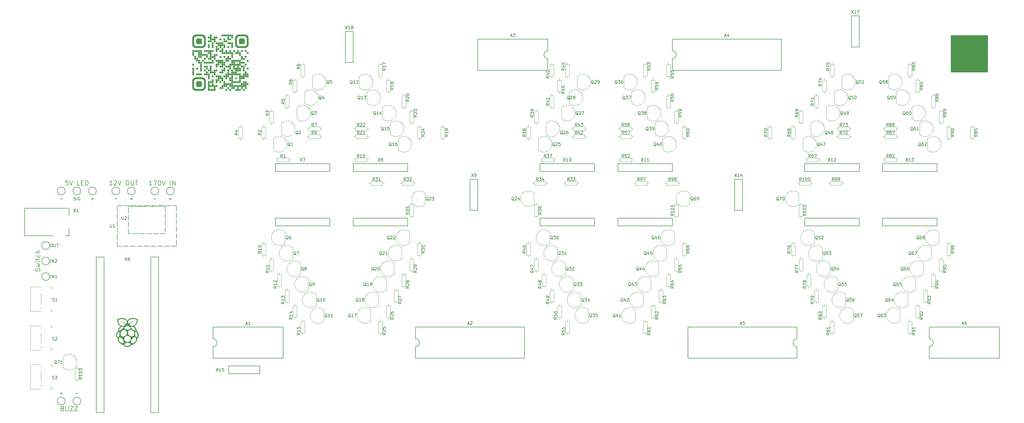
<source format=gto>
G04 #@! TF.GenerationSoftware,KiCad,Pcbnew,8.0.7*
G04 #@! TF.CreationDate,2025-01-27T21:14:36+01:00*
G04 #@! TF.ProjectId,Main,4d61696e-2e6b-4696-9361-645f70636258,rev?*
G04 #@! TF.SameCoordinates,Original*
G04 #@! TF.FileFunction,Legend,Top*
G04 #@! TF.FilePolarity,Positive*
%FSLAX46Y46*%
G04 Gerber Fmt 4.6, Leading zero omitted, Abs format (unit mm)*
G04 Created by KiCad (PCBNEW 8.0.7) date 2025-01-27 21:14:36*
%MOMM*%
%LPD*%
G01*
G04 APERTURE LIST*
%ADD10C,0.000000*%
%ADD11C,0.100000*%
%ADD12C,0.150000*%
%ADD13C,0.200000*%
%ADD14C,0.120000*%
%ADD15C,2.100000*%
%ADD16C,1.000000*%
%ADD17C,3.100000*%
%ADD18C,4.100000*%
G04 APERTURE END LIST*
D10*
G36*
X116721693Y-72100419D02*
G01*
X116738301Y-72101681D01*
X116754667Y-72103761D01*
X116770771Y-72106637D01*
X116786593Y-72110289D01*
X116802111Y-72114695D01*
X116817306Y-72119837D01*
X116832157Y-72125692D01*
X116846643Y-72132241D01*
X116860743Y-72139463D01*
X116874438Y-72147338D01*
X116887706Y-72155844D01*
X116900528Y-72164961D01*
X116912882Y-72174670D01*
X116924748Y-72184948D01*
X116936105Y-72195776D01*
X116946933Y-72207134D01*
X116957211Y-72219000D01*
X116966920Y-72231354D01*
X116976037Y-72244175D01*
X116984543Y-72257444D01*
X116992418Y-72271138D01*
X116999640Y-72285239D01*
X117006188Y-72299725D01*
X117012044Y-72314576D01*
X117017185Y-72329771D01*
X117021592Y-72345289D01*
X117025244Y-72361111D01*
X117028119Y-72377215D01*
X117030199Y-72393581D01*
X117031462Y-72410189D01*
X117031887Y-72427018D01*
X117031462Y-72443846D01*
X117030199Y-72460454D01*
X117028119Y-72476820D01*
X117025244Y-72492925D01*
X117021592Y-72508746D01*
X117017185Y-72524265D01*
X117012044Y-72539460D01*
X117006188Y-72554311D01*
X116999640Y-72568797D01*
X116992418Y-72582897D01*
X116984543Y-72596592D01*
X116976037Y-72609860D01*
X116966920Y-72622682D01*
X116957211Y-72635036D01*
X116946933Y-72646902D01*
X116936105Y-72658259D01*
X116924748Y-72669087D01*
X116912882Y-72679366D01*
X116900528Y-72689074D01*
X116887706Y-72698192D01*
X116874438Y-72706698D01*
X116860743Y-72714573D01*
X116846643Y-72721794D01*
X116832157Y-72728343D01*
X116817306Y-72734199D01*
X116802111Y-72739340D01*
X116786593Y-72743747D01*
X116770771Y-72747399D01*
X116754667Y-72750275D01*
X116738301Y-72752354D01*
X116721693Y-72753617D01*
X116704864Y-72754043D01*
X116688036Y-72753617D01*
X116671428Y-72752354D01*
X116655062Y-72750275D01*
X116638957Y-72747399D01*
X116623136Y-72743747D01*
X116607617Y-72739340D01*
X116592422Y-72734199D01*
X116577571Y-72728343D01*
X116563085Y-72721794D01*
X116548985Y-72714573D01*
X116535290Y-72706698D01*
X116522022Y-72698192D01*
X116509200Y-72689074D01*
X116496846Y-72679366D01*
X116484980Y-72669087D01*
X116473623Y-72658259D01*
X116462795Y-72646902D01*
X116452516Y-72635036D01*
X116442808Y-72622682D01*
X116433690Y-72609860D01*
X116425184Y-72596592D01*
X116417310Y-72582897D01*
X116410088Y-72568797D01*
X116403539Y-72554311D01*
X116397683Y-72539460D01*
X116392542Y-72524265D01*
X116388135Y-72508746D01*
X116384483Y-72492925D01*
X116381607Y-72476820D01*
X116379528Y-72460454D01*
X116378265Y-72443846D01*
X116377839Y-72427018D01*
X116378265Y-72410189D01*
X116379528Y-72393581D01*
X116381607Y-72377215D01*
X116384483Y-72361111D01*
X116388135Y-72345289D01*
X116392542Y-72329771D01*
X116397683Y-72314576D01*
X116403539Y-72299725D01*
X116410088Y-72285239D01*
X116417310Y-72271138D01*
X116425184Y-72257444D01*
X116433690Y-72244175D01*
X116442808Y-72231354D01*
X116452516Y-72219000D01*
X116462795Y-72207134D01*
X116473623Y-72195776D01*
X116484980Y-72184948D01*
X116496846Y-72174670D01*
X116509200Y-72164961D01*
X116522022Y-72155844D01*
X116535290Y-72147338D01*
X116548985Y-72139463D01*
X116563085Y-72132241D01*
X116577571Y-72125692D01*
X116592422Y-72119837D01*
X116607617Y-72114695D01*
X116623136Y-72110289D01*
X116638957Y-72106637D01*
X116655062Y-72103761D01*
X116671428Y-72101681D01*
X116688036Y-72100419D01*
X116704864Y-72099993D01*
X116721693Y-72100419D01*
G37*
G36*
X111006693Y-57495420D02*
G01*
X111023300Y-57496682D01*
X111039667Y-57498762D01*
X111055771Y-57501638D01*
X111071593Y-57505290D01*
X111087111Y-57509696D01*
X111102306Y-57514838D01*
X111117157Y-57520693D01*
X111131643Y-57527242D01*
X111145743Y-57534464D01*
X111159438Y-57542339D01*
X111172706Y-57550845D01*
X111185528Y-57559962D01*
X111197882Y-57569671D01*
X111209748Y-57579949D01*
X111221105Y-57590777D01*
X111231933Y-57602135D01*
X111242212Y-57614001D01*
X111251920Y-57626355D01*
X111261038Y-57639176D01*
X111269544Y-57652445D01*
X111277418Y-57666139D01*
X111284640Y-57680240D01*
X111291189Y-57694726D01*
X111297044Y-57709577D01*
X111302186Y-57724772D01*
X111306593Y-57740290D01*
X111310244Y-57756112D01*
X111313120Y-57772216D01*
X111315200Y-57788583D01*
X111316463Y-57805190D01*
X111316888Y-57822019D01*
X111316463Y-57838848D01*
X111315200Y-57855455D01*
X111313120Y-57871822D01*
X111310244Y-57887926D01*
X111306593Y-57903748D01*
X111302186Y-57919266D01*
X111297044Y-57934461D01*
X111291189Y-57949312D01*
X111284640Y-57963798D01*
X111277418Y-57977898D01*
X111269544Y-57991593D01*
X111261038Y-58004862D01*
X111251920Y-58017683D01*
X111242212Y-58030037D01*
X111231933Y-58041903D01*
X111221105Y-58053260D01*
X111209748Y-58064089D01*
X111197882Y-58074367D01*
X111185528Y-58084076D01*
X111172706Y-58093193D01*
X111159438Y-58101699D01*
X111145743Y-58109574D01*
X111131643Y-58116796D01*
X111117157Y-58123345D01*
X111102306Y-58129200D01*
X111087111Y-58134341D01*
X111071593Y-58138748D01*
X111055771Y-58142400D01*
X111039667Y-58145276D01*
X111023300Y-58147355D01*
X111006693Y-58148618D01*
X110989864Y-58149044D01*
X110973035Y-58148618D01*
X110956428Y-58147355D01*
X110940061Y-58145276D01*
X110923957Y-58142400D01*
X110908135Y-58138748D01*
X110892617Y-58134341D01*
X110877422Y-58129200D01*
X110862571Y-58123345D01*
X110848085Y-58116796D01*
X110833985Y-58109574D01*
X110820290Y-58101699D01*
X110807021Y-58093193D01*
X110794200Y-58084076D01*
X110781846Y-58074367D01*
X110769980Y-58064089D01*
X110758623Y-58053260D01*
X110747794Y-58041903D01*
X110737516Y-58030037D01*
X110727807Y-58017683D01*
X110718690Y-58004862D01*
X110710184Y-57991593D01*
X110702309Y-57977898D01*
X110695087Y-57963798D01*
X110688538Y-57949312D01*
X110682683Y-57934461D01*
X110677542Y-57919266D01*
X110673135Y-57903748D01*
X110669483Y-57887926D01*
X110666607Y-57871822D01*
X110664528Y-57855455D01*
X110663265Y-57838848D01*
X110662839Y-57822019D01*
X110663265Y-57805190D01*
X110664528Y-57788583D01*
X110666607Y-57772216D01*
X110669483Y-57756112D01*
X110673135Y-57740290D01*
X110677542Y-57724772D01*
X110682683Y-57709577D01*
X110688538Y-57694726D01*
X110695087Y-57680240D01*
X110702309Y-57666139D01*
X110710184Y-57652445D01*
X110718690Y-57639176D01*
X110727807Y-57626355D01*
X110737516Y-57614001D01*
X110747794Y-57602135D01*
X110758623Y-57590777D01*
X110769980Y-57579949D01*
X110781846Y-57569671D01*
X110794200Y-57559962D01*
X110807021Y-57550845D01*
X110820290Y-57542339D01*
X110833985Y-57534464D01*
X110848085Y-57527242D01*
X110862571Y-57520693D01*
X110877422Y-57514838D01*
X110892617Y-57509696D01*
X110908135Y-57505290D01*
X110923957Y-57501638D01*
X110940061Y-57498762D01*
X110956428Y-57496682D01*
X110973035Y-57495420D01*
X110989864Y-57494994D01*
X111006693Y-57495420D01*
G37*
G36*
X116721693Y-58130420D02*
G01*
X116738301Y-58131682D01*
X116754667Y-58133762D01*
X116770771Y-58136638D01*
X116786593Y-58140290D01*
X116802111Y-58144696D01*
X116817306Y-58149838D01*
X116832157Y-58155693D01*
X116846643Y-58162242D01*
X116860743Y-58169464D01*
X116874438Y-58177339D01*
X116887706Y-58185845D01*
X116900528Y-58194962D01*
X116912882Y-58204671D01*
X116924748Y-58214949D01*
X116936105Y-58225777D01*
X116946933Y-58237135D01*
X116957211Y-58249001D01*
X116966920Y-58261355D01*
X116976037Y-58274176D01*
X116984543Y-58287445D01*
X116992418Y-58301140D01*
X116999640Y-58315240D01*
X117006188Y-58329726D01*
X117012044Y-58344577D01*
X117017185Y-58359772D01*
X117021592Y-58375290D01*
X117025244Y-58391112D01*
X117028119Y-58407216D01*
X117030199Y-58423583D01*
X117031462Y-58440190D01*
X117031887Y-58457019D01*
X117031462Y-58473848D01*
X117030199Y-58490455D01*
X117028119Y-58506822D01*
X117025244Y-58522926D01*
X117021592Y-58538747D01*
X117017185Y-58554266D01*
X117012044Y-58569461D01*
X117006188Y-58584312D01*
X116999640Y-58598798D01*
X116992418Y-58612898D01*
X116984543Y-58626593D01*
X116976037Y-58639862D01*
X116966920Y-58652683D01*
X116957211Y-58665037D01*
X116946933Y-58676903D01*
X116936105Y-58688261D01*
X116924748Y-58699089D01*
X116912882Y-58709367D01*
X116900528Y-58719076D01*
X116887706Y-58728193D01*
X116874438Y-58736699D01*
X116860743Y-58744574D01*
X116846643Y-58751796D01*
X116832157Y-58758345D01*
X116817306Y-58764200D01*
X116802111Y-58769342D01*
X116786593Y-58773748D01*
X116770771Y-58777400D01*
X116754667Y-58780276D01*
X116738301Y-58782356D01*
X116721693Y-58783619D01*
X116704864Y-58784044D01*
X116688036Y-58783619D01*
X116671428Y-58782356D01*
X116655062Y-58780276D01*
X116638957Y-58777400D01*
X116623136Y-58773748D01*
X116607617Y-58769342D01*
X116592422Y-58764200D01*
X116577571Y-58758345D01*
X116563085Y-58751796D01*
X116548985Y-58744574D01*
X116535290Y-58736699D01*
X116522022Y-58728193D01*
X116509200Y-58719076D01*
X116496846Y-58709367D01*
X116484980Y-58699089D01*
X116473623Y-58688261D01*
X116462795Y-58676903D01*
X116452516Y-58665037D01*
X116442808Y-58652683D01*
X116433690Y-58639862D01*
X116425184Y-58626593D01*
X116417310Y-58612898D01*
X116410088Y-58598798D01*
X116403539Y-58584312D01*
X116397683Y-58569461D01*
X116392542Y-58554266D01*
X116388135Y-58538747D01*
X116384483Y-58522926D01*
X116381607Y-58506822D01*
X116379528Y-58490455D01*
X116378265Y-58473848D01*
X116377839Y-58457019D01*
X116378265Y-58440190D01*
X116379528Y-58423583D01*
X116381607Y-58407216D01*
X116384483Y-58391112D01*
X116388135Y-58375290D01*
X116392542Y-58359772D01*
X116397683Y-58344577D01*
X116403539Y-58329726D01*
X116410088Y-58315240D01*
X116417310Y-58301140D01*
X116425184Y-58287445D01*
X116433690Y-58274176D01*
X116442808Y-58261355D01*
X116452516Y-58249001D01*
X116462795Y-58237135D01*
X116473623Y-58225777D01*
X116484980Y-58214949D01*
X116496846Y-58204671D01*
X116509200Y-58194962D01*
X116522022Y-58185845D01*
X116535290Y-58177339D01*
X116548985Y-58169464D01*
X116563085Y-58162242D01*
X116577571Y-58155693D01*
X116592422Y-58149838D01*
X116607617Y-58144696D01*
X116623136Y-58140290D01*
X116638957Y-58136638D01*
X116655062Y-58133762D01*
X116671428Y-58131682D01*
X116688036Y-58130420D01*
X116704864Y-58129994D01*
X116721693Y-58130420D01*
G37*
G36*
X113546692Y-67655419D02*
G01*
X113563300Y-67656682D01*
X113579666Y-67658761D01*
X113595770Y-67661637D01*
X113611592Y-67665289D01*
X113627111Y-67669696D01*
X113642305Y-67674837D01*
X113657156Y-67680693D01*
X113671642Y-67687242D01*
X113685743Y-67694463D01*
X113699438Y-67702338D01*
X113712706Y-67710844D01*
X113725528Y-67719962D01*
X113737882Y-67729670D01*
X113749747Y-67739948D01*
X113761105Y-67750777D01*
X113771933Y-67762134D01*
X113782212Y-67774000D01*
X113791920Y-67786354D01*
X113801038Y-67799176D01*
X113809544Y-67812444D01*
X113817418Y-67826139D01*
X113824640Y-67840239D01*
X113831189Y-67854725D01*
X113837044Y-67869576D01*
X113842186Y-67884771D01*
X113846593Y-67900290D01*
X113850244Y-67916111D01*
X113853120Y-67932216D01*
X113855200Y-67948582D01*
X113856463Y-67965189D01*
X113856888Y-67982018D01*
X113856463Y-67998847D01*
X113855200Y-68015454D01*
X113853120Y-68031821D01*
X113850244Y-68047925D01*
X113846593Y-68063747D01*
X113842186Y-68079265D01*
X113837044Y-68094460D01*
X113831189Y-68109311D01*
X113824640Y-68123797D01*
X113817418Y-68137898D01*
X113809544Y-68151592D01*
X113801038Y-68164861D01*
X113791920Y-68177682D01*
X113782212Y-68190036D01*
X113771933Y-68201902D01*
X113761105Y-68213260D01*
X113749747Y-68224088D01*
X113737882Y-68234366D01*
X113725528Y-68244075D01*
X113712706Y-68253192D01*
X113699438Y-68261698D01*
X113685743Y-68269573D01*
X113671642Y-68276795D01*
X113657156Y-68283344D01*
X113642305Y-68289199D01*
X113627111Y-68294341D01*
X113611592Y-68298747D01*
X113595770Y-68302399D01*
X113579666Y-68305275D01*
X113563300Y-68307355D01*
X113546692Y-68308617D01*
X113529863Y-68309043D01*
X113513035Y-68308617D01*
X113496427Y-68307355D01*
X113480061Y-68305275D01*
X113463957Y-68302399D01*
X113448135Y-68298747D01*
X113432616Y-68294341D01*
X113417421Y-68289199D01*
X113402571Y-68283344D01*
X113388085Y-68276795D01*
X113373984Y-68269573D01*
X113360289Y-68261698D01*
X113347021Y-68253192D01*
X113334200Y-68244075D01*
X113321846Y-68234366D01*
X113309980Y-68224088D01*
X113298622Y-68213260D01*
X113287794Y-68201902D01*
X113277516Y-68190036D01*
X113267807Y-68177682D01*
X113258690Y-68164861D01*
X113250184Y-68151592D01*
X113242309Y-68137898D01*
X113235087Y-68123797D01*
X113228538Y-68109311D01*
X113222683Y-68094460D01*
X113217542Y-68079265D01*
X113213135Y-68063747D01*
X113209483Y-68047925D01*
X113206607Y-68031821D01*
X113204528Y-68015454D01*
X113203265Y-67998847D01*
X113202839Y-67982018D01*
X113203265Y-67965189D01*
X113204528Y-67948582D01*
X113206607Y-67932216D01*
X113209483Y-67916111D01*
X113213135Y-67900290D01*
X113217542Y-67884771D01*
X113222683Y-67869576D01*
X113228538Y-67854725D01*
X113235087Y-67840239D01*
X113242309Y-67826139D01*
X113250184Y-67812444D01*
X113258690Y-67799176D01*
X113267807Y-67786354D01*
X113277516Y-67774000D01*
X113287794Y-67762134D01*
X113298622Y-67750777D01*
X113309980Y-67739948D01*
X113321846Y-67729670D01*
X113334200Y-67719962D01*
X113347021Y-67710844D01*
X113360289Y-67702338D01*
X113373984Y-67694463D01*
X113388085Y-67687242D01*
X113402571Y-67680693D01*
X113417421Y-67674837D01*
X113432616Y-67669696D01*
X113448135Y-67665289D01*
X113463957Y-67661637D01*
X113480061Y-67658761D01*
X113496427Y-67656682D01*
X113513035Y-67655419D01*
X113529863Y-67654993D01*
X113546692Y-67655419D01*
G37*
G36*
X119896691Y-64480419D02*
G01*
X119913299Y-64481682D01*
X119929666Y-64483761D01*
X119945770Y-64486637D01*
X119961592Y-64490289D01*
X119977110Y-64494696D01*
X119992305Y-64499837D01*
X120007156Y-64505693D01*
X120021642Y-64512242D01*
X120035743Y-64519463D01*
X120049438Y-64527338D01*
X120062706Y-64535844D01*
X120075527Y-64544962D01*
X120087881Y-64554670D01*
X120099747Y-64564948D01*
X120111105Y-64575777D01*
X120121933Y-64587134D01*
X120132211Y-64599000D01*
X120141920Y-64611354D01*
X120151037Y-64624176D01*
X120159543Y-64637444D01*
X120167418Y-64651139D01*
X120174640Y-64665239D01*
X120181188Y-64679725D01*
X120187044Y-64694576D01*
X120192185Y-64709771D01*
X120196592Y-64725290D01*
X120200244Y-64741111D01*
X120203119Y-64757216D01*
X120205199Y-64773582D01*
X120206462Y-64790189D01*
X120206887Y-64807018D01*
X120206462Y-64823847D01*
X120205199Y-64840454D01*
X120203119Y-64856821D01*
X120200244Y-64872925D01*
X120196592Y-64888747D01*
X120192185Y-64904265D01*
X120187044Y-64919460D01*
X120181188Y-64934311D01*
X120174640Y-64948797D01*
X120167418Y-64962898D01*
X120159543Y-64976592D01*
X120151037Y-64989861D01*
X120141920Y-65002682D01*
X120132211Y-65015036D01*
X120121933Y-65026902D01*
X120111105Y-65038260D01*
X120099747Y-65049088D01*
X120087881Y-65059366D01*
X120075527Y-65069075D01*
X120062706Y-65078192D01*
X120049438Y-65086698D01*
X120035743Y-65094573D01*
X120021642Y-65101795D01*
X120007156Y-65108344D01*
X119992305Y-65114199D01*
X119977110Y-65119341D01*
X119961592Y-65123747D01*
X119945770Y-65127399D01*
X119929666Y-65130275D01*
X119913299Y-65132355D01*
X119896691Y-65133617D01*
X119879863Y-65134043D01*
X119863034Y-65133617D01*
X119846426Y-65132355D01*
X119830060Y-65130275D01*
X119813956Y-65127399D01*
X119798134Y-65123747D01*
X119782616Y-65119341D01*
X119767421Y-65114199D01*
X119752570Y-65108344D01*
X119738084Y-65101795D01*
X119723984Y-65094573D01*
X119710289Y-65086698D01*
X119697021Y-65078192D01*
X119684199Y-65069075D01*
X119671845Y-65059366D01*
X119659979Y-65049088D01*
X119648622Y-65038260D01*
X119637794Y-65026902D01*
X119627515Y-65015036D01*
X119617807Y-65002682D01*
X119608690Y-64989861D01*
X119600183Y-64976592D01*
X119592309Y-64962898D01*
X119585087Y-64948797D01*
X119578538Y-64934311D01*
X119572683Y-64919460D01*
X119567542Y-64904265D01*
X119563135Y-64888747D01*
X119559483Y-64872925D01*
X119556607Y-64856821D01*
X119554528Y-64840454D01*
X119553265Y-64823847D01*
X119552839Y-64807018D01*
X119553265Y-64790189D01*
X119554528Y-64773582D01*
X119556607Y-64757216D01*
X119559483Y-64741111D01*
X119563135Y-64725290D01*
X119567542Y-64709771D01*
X119572683Y-64694576D01*
X119578538Y-64679725D01*
X119585087Y-64665239D01*
X119592309Y-64651139D01*
X119600183Y-64637444D01*
X119608690Y-64624176D01*
X119617807Y-64611354D01*
X119627515Y-64599000D01*
X119637794Y-64587134D01*
X119648622Y-64575777D01*
X119659979Y-64564948D01*
X119671845Y-64554670D01*
X119684199Y-64544962D01*
X119697021Y-64535844D01*
X119710289Y-64527338D01*
X119723984Y-64519463D01*
X119738084Y-64512242D01*
X119752570Y-64505693D01*
X119767421Y-64499837D01*
X119782616Y-64494696D01*
X119798134Y-64490289D01*
X119813956Y-64486637D01*
X119830060Y-64483761D01*
X119846426Y-64481682D01*
X119863034Y-64480419D01*
X119879863Y-64479993D01*
X119896691Y-64480419D01*
G37*
G36*
X108466693Y-62575419D02*
G01*
X108483301Y-62576682D01*
X108499667Y-62578762D01*
X108515771Y-62581638D01*
X108531593Y-62585289D01*
X108547111Y-62589696D01*
X108562306Y-62594838D01*
X108577157Y-62600693D01*
X108591643Y-62607242D01*
X108605744Y-62614464D01*
X108619439Y-62622338D01*
X108632707Y-62630845D01*
X108645528Y-62639962D01*
X108657883Y-62649670D01*
X108669748Y-62659949D01*
X108681106Y-62670777D01*
X108691934Y-62682135D01*
X108702213Y-62694000D01*
X108711921Y-62706354D01*
X108721039Y-62719176D01*
X108729545Y-62732444D01*
X108737419Y-62746139D01*
X108744641Y-62760240D01*
X108751190Y-62774726D01*
X108757046Y-62789577D01*
X108762187Y-62804771D01*
X108766594Y-62820290D01*
X108770245Y-62836112D01*
X108773121Y-62852216D01*
X108775201Y-62868582D01*
X108776464Y-62885190D01*
X108776889Y-62902019D01*
X108776464Y-62918847D01*
X108775201Y-62935455D01*
X108773121Y-62951821D01*
X108770245Y-62967925D01*
X108766594Y-62983747D01*
X108762187Y-62999266D01*
X108757046Y-63014461D01*
X108751190Y-63029311D01*
X108744641Y-63043797D01*
X108737419Y-63057898D01*
X108729545Y-63071593D01*
X108721039Y-63084861D01*
X108711921Y-63097682D01*
X108702213Y-63110036D01*
X108691934Y-63121902D01*
X108681106Y-63133260D01*
X108669748Y-63144088D01*
X108657883Y-63154366D01*
X108645528Y-63164075D01*
X108632707Y-63173192D01*
X108619439Y-63181698D01*
X108605744Y-63189573D01*
X108591643Y-63196795D01*
X108577157Y-63203344D01*
X108562306Y-63209199D01*
X108547111Y-63214340D01*
X108531593Y-63218747D01*
X108515771Y-63222399D01*
X108499667Y-63225275D01*
X108483301Y-63227354D01*
X108466693Y-63228617D01*
X108449864Y-63229043D01*
X108433036Y-63228617D01*
X108416428Y-63227354D01*
X108400062Y-63225275D01*
X108383957Y-63222399D01*
X108368136Y-63218747D01*
X108352617Y-63214340D01*
X108337422Y-63209199D01*
X108322572Y-63203344D01*
X108308086Y-63196795D01*
X108293985Y-63189573D01*
X108280290Y-63181698D01*
X108267022Y-63173192D01*
X108254200Y-63164075D01*
X108241846Y-63154366D01*
X108229980Y-63144088D01*
X108218623Y-63133260D01*
X108207795Y-63121902D01*
X108197516Y-63110036D01*
X108187808Y-63097682D01*
X108178690Y-63084861D01*
X108170184Y-63071593D01*
X108162310Y-63057898D01*
X108155088Y-63043797D01*
X108148539Y-63029311D01*
X108142683Y-63014461D01*
X108137542Y-62999266D01*
X108133135Y-62983747D01*
X108129483Y-62967925D01*
X108126607Y-62951821D01*
X108124528Y-62935455D01*
X108123265Y-62918847D01*
X108122839Y-62902019D01*
X108123265Y-62885190D01*
X108124528Y-62868582D01*
X108126607Y-62852216D01*
X108129483Y-62836112D01*
X108133135Y-62820290D01*
X108137542Y-62804771D01*
X108142683Y-62789577D01*
X108148539Y-62774726D01*
X108155088Y-62760240D01*
X108162310Y-62746139D01*
X108170184Y-62732444D01*
X108178690Y-62719176D01*
X108187808Y-62706354D01*
X108197516Y-62694000D01*
X108207795Y-62682135D01*
X108218623Y-62670777D01*
X108229980Y-62659949D01*
X108241846Y-62649670D01*
X108254200Y-62639962D01*
X108267022Y-62630845D01*
X108280290Y-62622338D01*
X108293985Y-62614464D01*
X108308086Y-62607242D01*
X108322572Y-62600693D01*
X108337422Y-62594838D01*
X108352617Y-62589696D01*
X108368136Y-62585289D01*
X108383957Y-62581638D01*
X108400062Y-62578762D01*
X108416428Y-62576682D01*
X108433036Y-62575419D01*
X108449864Y-62574994D01*
X108466693Y-62575419D01*
G37*
G36*
X109736692Y-72100419D02*
G01*
X109753300Y-72101681D01*
X109769666Y-72103761D01*
X109785771Y-72106637D01*
X109801592Y-72110289D01*
X109817111Y-72114695D01*
X109832306Y-72119837D01*
X109847157Y-72125692D01*
X109861643Y-72132241D01*
X109875743Y-72139463D01*
X109889438Y-72147338D01*
X109902707Y-72155844D01*
X109915528Y-72164961D01*
X109927882Y-72174670D01*
X109939748Y-72184948D01*
X109951105Y-72195776D01*
X109961933Y-72207134D01*
X109972212Y-72219000D01*
X109981920Y-72231354D01*
X109991038Y-72244175D01*
X109999544Y-72257444D01*
X110007418Y-72271138D01*
X110014640Y-72285239D01*
X110021189Y-72299725D01*
X110027045Y-72314576D01*
X110032186Y-72329771D01*
X110036593Y-72345289D01*
X110040244Y-72361111D01*
X110043120Y-72377215D01*
X110045200Y-72393581D01*
X110046463Y-72410189D01*
X110046888Y-72427018D01*
X110046463Y-72443846D01*
X110045200Y-72460454D01*
X110043120Y-72476820D01*
X110040244Y-72492925D01*
X110036593Y-72508746D01*
X110032186Y-72524265D01*
X110027045Y-72539460D01*
X110021189Y-72554311D01*
X110014640Y-72568797D01*
X110007418Y-72582897D01*
X109999544Y-72596592D01*
X109991038Y-72609860D01*
X109981920Y-72622682D01*
X109972212Y-72635036D01*
X109961933Y-72646902D01*
X109951105Y-72658259D01*
X109939748Y-72669087D01*
X109927882Y-72679366D01*
X109915528Y-72689074D01*
X109902707Y-72698192D01*
X109889438Y-72706698D01*
X109875743Y-72714573D01*
X109861643Y-72721794D01*
X109847157Y-72728343D01*
X109832306Y-72734199D01*
X109817111Y-72739340D01*
X109801592Y-72743747D01*
X109785771Y-72747399D01*
X109769666Y-72750275D01*
X109753300Y-72752354D01*
X109736692Y-72753617D01*
X109719864Y-72754043D01*
X109703035Y-72753617D01*
X109686427Y-72752354D01*
X109670061Y-72750275D01*
X109653957Y-72747399D01*
X109638135Y-72743747D01*
X109622617Y-72739340D01*
X109607422Y-72734199D01*
X109592571Y-72728343D01*
X109578085Y-72721794D01*
X109563984Y-72714573D01*
X109550290Y-72706698D01*
X109537021Y-72698192D01*
X109524200Y-72689074D01*
X109511846Y-72679366D01*
X109499980Y-72669087D01*
X109488623Y-72658259D01*
X109477794Y-72646902D01*
X109467516Y-72635036D01*
X109457808Y-72622682D01*
X109448690Y-72609860D01*
X109440184Y-72596592D01*
X109432309Y-72582897D01*
X109425088Y-72568797D01*
X109418539Y-72554311D01*
X109412683Y-72539460D01*
X109407542Y-72524265D01*
X109403135Y-72508746D01*
X109399483Y-72492925D01*
X109396608Y-72476820D01*
X109394528Y-72460454D01*
X109393265Y-72443846D01*
X109392839Y-72427018D01*
X109393265Y-72410189D01*
X109394528Y-72393581D01*
X109396608Y-72377215D01*
X109399483Y-72361111D01*
X109403135Y-72345289D01*
X109407542Y-72329771D01*
X109412683Y-72314576D01*
X109418539Y-72299725D01*
X109425088Y-72285239D01*
X109432309Y-72271138D01*
X109440184Y-72257444D01*
X109448690Y-72244175D01*
X109457808Y-72231354D01*
X109467516Y-72219000D01*
X109477794Y-72207134D01*
X109488623Y-72195776D01*
X109499980Y-72184948D01*
X109511846Y-72174670D01*
X109524200Y-72164961D01*
X109537021Y-72155844D01*
X109550290Y-72147338D01*
X109563984Y-72139463D01*
X109578085Y-72132241D01*
X109592571Y-72125692D01*
X109607422Y-72119837D01*
X109622617Y-72114695D01*
X109638135Y-72110289D01*
X109653957Y-72106637D01*
X109670061Y-72103761D01*
X109686427Y-72101681D01*
X109703035Y-72100419D01*
X109719864Y-72099993D01*
X109736692Y-72100419D01*
G37*
G36*
X116721693Y-68290419D02*
G01*
X116738301Y-68291682D01*
X116754667Y-68293762D01*
X116770771Y-68296638D01*
X116786593Y-68300290D01*
X116802111Y-68304696D01*
X116817306Y-68309838D01*
X116832157Y-68315693D01*
X116846643Y-68322242D01*
X116860743Y-68329464D01*
X116874438Y-68337338D01*
X116887706Y-68345845D01*
X116900528Y-68354962D01*
X116912882Y-68364671D01*
X116924748Y-68374949D01*
X116936105Y-68385777D01*
X116946933Y-68397135D01*
X116957211Y-68409001D01*
X116966920Y-68421355D01*
X116976037Y-68434176D01*
X116984543Y-68447445D01*
X116992418Y-68461139D01*
X116999640Y-68475240D01*
X117006188Y-68489726D01*
X117012044Y-68504577D01*
X117017185Y-68519772D01*
X117021592Y-68535290D01*
X117025244Y-68551112D01*
X117028119Y-68567216D01*
X117030199Y-68583582D01*
X117031462Y-68600190D01*
X117031887Y-68617019D01*
X117031462Y-68633847D01*
X117030199Y-68650455D01*
X117028119Y-68666821D01*
X117025244Y-68682926D01*
X117021592Y-68698747D01*
X117017185Y-68714266D01*
X117012044Y-68729461D01*
X117006188Y-68744311D01*
X116999640Y-68758797D01*
X116992418Y-68772898D01*
X116984543Y-68786593D01*
X116976037Y-68799861D01*
X116966920Y-68812682D01*
X116957211Y-68825036D01*
X116946933Y-68836902D01*
X116936105Y-68848259D01*
X116924748Y-68859088D01*
X116912882Y-68869366D01*
X116900528Y-68879074D01*
X116887706Y-68888192D01*
X116874438Y-68896698D01*
X116860743Y-68904572D01*
X116846643Y-68911794D01*
X116832157Y-68918343D01*
X116817306Y-68924198D01*
X116802111Y-68929340D01*
X116786593Y-68933747D01*
X116770771Y-68937398D01*
X116754667Y-68940274D01*
X116738301Y-68942354D01*
X116721693Y-68943617D01*
X116704864Y-68944042D01*
X116688036Y-68943617D01*
X116671428Y-68942354D01*
X116655062Y-68940274D01*
X116638957Y-68937398D01*
X116623136Y-68933747D01*
X116607617Y-68929340D01*
X116592422Y-68924198D01*
X116577571Y-68918343D01*
X116563085Y-68911794D01*
X116548985Y-68904572D01*
X116535290Y-68896698D01*
X116522022Y-68888192D01*
X116509200Y-68879074D01*
X116496846Y-68869366D01*
X116484980Y-68859088D01*
X116473623Y-68848259D01*
X116462795Y-68836902D01*
X116452516Y-68825036D01*
X116442808Y-68812682D01*
X116433690Y-68799861D01*
X116425184Y-68786593D01*
X116417310Y-68772898D01*
X116410088Y-68758797D01*
X116403539Y-68744311D01*
X116397683Y-68729461D01*
X116392542Y-68714266D01*
X116388135Y-68698747D01*
X116384483Y-68682926D01*
X116381607Y-68666821D01*
X116379528Y-68650455D01*
X116378265Y-68633847D01*
X116377839Y-68617019D01*
X116378265Y-68600190D01*
X116379528Y-68583582D01*
X116381607Y-68567216D01*
X116384483Y-68551112D01*
X116388135Y-68535290D01*
X116392542Y-68519772D01*
X116397683Y-68504577D01*
X116403539Y-68489726D01*
X116410088Y-68475240D01*
X116417310Y-68461139D01*
X116425184Y-68447445D01*
X116433690Y-68434176D01*
X116442808Y-68421355D01*
X116452516Y-68409001D01*
X116462795Y-68397135D01*
X116473623Y-68385777D01*
X116484980Y-68374949D01*
X116496846Y-68364671D01*
X116509200Y-68354962D01*
X116522022Y-68345845D01*
X116535290Y-68337338D01*
X116548985Y-68329464D01*
X116563085Y-68322242D01*
X116577571Y-68315693D01*
X116592422Y-68309838D01*
X116607617Y-68304696D01*
X116623136Y-68300290D01*
X116638957Y-68296638D01*
X116655062Y-68293762D01*
X116671428Y-68291682D01*
X116688036Y-68290419D01*
X116704864Y-68289994D01*
X116721693Y-68290419D01*
G37*
G36*
X116721693Y-61940419D02*
G01*
X116738301Y-61941682D01*
X116754667Y-61943762D01*
X116770771Y-61946638D01*
X116786593Y-61950289D01*
X116802111Y-61954696D01*
X116817306Y-61959838D01*
X116832157Y-61965693D01*
X116846643Y-61972242D01*
X116860743Y-61979464D01*
X116874438Y-61987338D01*
X116887706Y-61995844D01*
X116900528Y-62004962D01*
X116912882Y-62014670D01*
X116924748Y-62024949D01*
X116936105Y-62035777D01*
X116946933Y-62047134D01*
X116957211Y-62059000D01*
X116966920Y-62071354D01*
X116976037Y-62084176D01*
X116984543Y-62097444D01*
X116992418Y-62111139D01*
X116999640Y-62125240D01*
X117006188Y-62139726D01*
X117012044Y-62154576D01*
X117017185Y-62169771D01*
X117021592Y-62185290D01*
X117025244Y-62201112D01*
X117028119Y-62217216D01*
X117030199Y-62233582D01*
X117031462Y-62250190D01*
X117031887Y-62267019D01*
X117031462Y-62283847D01*
X117030199Y-62300455D01*
X117028119Y-62316821D01*
X117025244Y-62332926D01*
X117021592Y-62348747D01*
X117017185Y-62364266D01*
X117012044Y-62379461D01*
X117006188Y-62394311D01*
X116999640Y-62408797D01*
X116992418Y-62422898D01*
X116984543Y-62436593D01*
X116976037Y-62449861D01*
X116966920Y-62462683D01*
X116957211Y-62475037D01*
X116946933Y-62486902D01*
X116936105Y-62498260D01*
X116924748Y-62509088D01*
X116912882Y-62519367D01*
X116900528Y-62529075D01*
X116887706Y-62538192D01*
X116874438Y-62546699D01*
X116860743Y-62554573D01*
X116846643Y-62561795D01*
X116832157Y-62568344D01*
X116817306Y-62574199D01*
X116802111Y-62579340D01*
X116786593Y-62583747D01*
X116770771Y-62587399D01*
X116754667Y-62590275D01*
X116738301Y-62592354D01*
X116721693Y-62593617D01*
X116704864Y-62594043D01*
X116688036Y-62593617D01*
X116671428Y-62592354D01*
X116655062Y-62590275D01*
X116638957Y-62587399D01*
X116623136Y-62583747D01*
X116607617Y-62579340D01*
X116592422Y-62574199D01*
X116577571Y-62568344D01*
X116563085Y-62561795D01*
X116548985Y-62554573D01*
X116535290Y-62546699D01*
X116522022Y-62538192D01*
X116509200Y-62529075D01*
X116496846Y-62519367D01*
X116484980Y-62509088D01*
X116473623Y-62498260D01*
X116462795Y-62486902D01*
X116452516Y-62475037D01*
X116442808Y-62462683D01*
X116433690Y-62449861D01*
X116425184Y-62436593D01*
X116417310Y-62422898D01*
X116410088Y-62408797D01*
X116403539Y-62394311D01*
X116397683Y-62379461D01*
X116392542Y-62364266D01*
X116388135Y-62348747D01*
X116384483Y-62332926D01*
X116381607Y-62316821D01*
X116379528Y-62300455D01*
X116378265Y-62283847D01*
X116377839Y-62267019D01*
X116378265Y-62250190D01*
X116379528Y-62233582D01*
X116381607Y-62217216D01*
X116384483Y-62201112D01*
X116388135Y-62185290D01*
X116392542Y-62169771D01*
X116397683Y-62154576D01*
X116403539Y-62139726D01*
X116410088Y-62125240D01*
X116417310Y-62111139D01*
X116425184Y-62097444D01*
X116433690Y-62084176D01*
X116442808Y-62071354D01*
X116452516Y-62059000D01*
X116462795Y-62047134D01*
X116473623Y-62035777D01*
X116484980Y-62024949D01*
X116496846Y-62014670D01*
X116509200Y-62004962D01*
X116522022Y-61995844D01*
X116535290Y-61987338D01*
X116548985Y-61979464D01*
X116563085Y-61972242D01*
X116577571Y-61965693D01*
X116592422Y-61959838D01*
X116607617Y-61954696D01*
X116623136Y-61950289D01*
X116638957Y-61946638D01*
X116655062Y-61943762D01*
X116671428Y-61941682D01*
X116688036Y-61940419D01*
X116704864Y-61939994D01*
X116721693Y-61940419D01*
G37*
G36*
X116086692Y-68290419D02*
G01*
X116103300Y-68291682D01*
X116119666Y-68293762D01*
X116135770Y-68296638D01*
X116151592Y-68300290D01*
X116167111Y-68304696D01*
X116182306Y-68309838D01*
X116197156Y-68315693D01*
X116211642Y-68322242D01*
X116225743Y-68329464D01*
X116239438Y-68337338D01*
X116252706Y-68345845D01*
X116265528Y-68354962D01*
X116277882Y-68364671D01*
X116289748Y-68374949D01*
X116301105Y-68385777D01*
X116311933Y-68397135D01*
X116322212Y-68409001D01*
X116331920Y-68421355D01*
X116341038Y-68434176D01*
X116349544Y-68447445D01*
X116357418Y-68461139D01*
X116364640Y-68475240D01*
X116371189Y-68489726D01*
X116377045Y-68504577D01*
X116382186Y-68519772D01*
X116386593Y-68535290D01*
X116390244Y-68551112D01*
X116393120Y-68567216D01*
X116395200Y-68583582D01*
X116396463Y-68600190D01*
X116396888Y-68617019D01*
X116396463Y-68633847D01*
X116395200Y-68650455D01*
X116393120Y-68666821D01*
X116390244Y-68682926D01*
X116386593Y-68698747D01*
X116382186Y-68714266D01*
X116377045Y-68729461D01*
X116371189Y-68744311D01*
X116364640Y-68758797D01*
X116357418Y-68772898D01*
X116349544Y-68786593D01*
X116341038Y-68799861D01*
X116331920Y-68812682D01*
X116322212Y-68825036D01*
X116311933Y-68836902D01*
X116301105Y-68848259D01*
X116289748Y-68859088D01*
X116277882Y-68869366D01*
X116265528Y-68879074D01*
X116252706Y-68888192D01*
X116239438Y-68896698D01*
X116225743Y-68904572D01*
X116211642Y-68911794D01*
X116197156Y-68918343D01*
X116182306Y-68924198D01*
X116167111Y-68929340D01*
X116151592Y-68933747D01*
X116135770Y-68937398D01*
X116119666Y-68940274D01*
X116103300Y-68942354D01*
X116086692Y-68943617D01*
X116069864Y-68944042D01*
X116053035Y-68943617D01*
X116036427Y-68942354D01*
X116020061Y-68940274D01*
X116003957Y-68937398D01*
X115988135Y-68933747D01*
X115972616Y-68929340D01*
X115957422Y-68924198D01*
X115942571Y-68918343D01*
X115928085Y-68911794D01*
X115913984Y-68904572D01*
X115900289Y-68896698D01*
X115887021Y-68888192D01*
X115874199Y-68879074D01*
X115861845Y-68869366D01*
X115849980Y-68859088D01*
X115838622Y-68848259D01*
X115827794Y-68836902D01*
X115817515Y-68825036D01*
X115807807Y-68812682D01*
X115798689Y-68799861D01*
X115790183Y-68786593D01*
X115782309Y-68772898D01*
X115775087Y-68758797D01*
X115768538Y-68744311D01*
X115762683Y-68729461D01*
X115757541Y-68714266D01*
X115753134Y-68698747D01*
X115749483Y-68682926D01*
X115746607Y-68666821D01*
X115744527Y-68650455D01*
X115743264Y-68633847D01*
X115742839Y-68617019D01*
X115743264Y-68600190D01*
X115744527Y-68583582D01*
X115746607Y-68567216D01*
X115749483Y-68551112D01*
X115753134Y-68535290D01*
X115757541Y-68519772D01*
X115762683Y-68504577D01*
X115768538Y-68489726D01*
X115775087Y-68475240D01*
X115782309Y-68461139D01*
X115790183Y-68447445D01*
X115798689Y-68434176D01*
X115807807Y-68421355D01*
X115817515Y-68409001D01*
X115827794Y-68397135D01*
X115838622Y-68385777D01*
X115849980Y-68374949D01*
X115861845Y-68364671D01*
X115874199Y-68354962D01*
X115887021Y-68345845D01*
X115900289Y-68337338D01*
X115913984Y-68329464D01*
X115928085Y-68322242D01*
X115942571Y-68315693D01*
X115957422Y-68309838D01*
X115972616Y-68304696D01*
X115988135Y-68300290D01*
X116003957Y-68296638D01*
X116020061Y-68293762D01*
X116036427Y-68291682D01*
X116053035Y-68290419D01*
X116069864Y-68289994D01*
X116086692Y-68290419D01*
G37*
G36*
X119896691Y-60670419D02*
G01*
X119913299Y-60671682D01*
X119929666Y-60673762D01*
X119945770Y-60676638D01*
X119961592Y-60680289D01*
X119977110Y-60684696D01*
X119992305Y-60689838D01*
X120007156Y-60695693D01*
X120021642Y-60702242D01*
X120035743Y-60709464D01*
X120049438Y-60717338D01*
X120062706Y-60725845D01*
X120075527Y-60734962D01*
X120087881Y-60744671D01*
X120099747Y-60754949D01*
X120111105Y-60765777D01*
X120121933Y-60777135D01*
X120132211Y-60789001D01*
X120141920Y-60801355D01*
X120151037Y-60814176D01*
X120159543Y-60827445D01*
X120167418Y-60841140D01*
X120174640Y-60855240D01*
X120181188Y-60869726D01*
X120187044Y-60884577D01*
X120192185Y-60899772D01*
X120196592Y-60915290D01*
X120200244Y-60931112D01*
X120203119Y-60947216D01*
X120205199Y-60963583D01*
X120206462Y-60980190D01*
X120206887Y-60997019D01*
X120206462Y-61013848D01*
X120205199Y-61030455D01*
X120203119Y-61046822D01*
X120200244Y-61062926D01*
X120196592Y-61078748D01*
X120192185Y-61094266D01*
X120187044Y-61109461D01*
X120181188Y-61124312D01*
X120174640Y-61138798D01*
X120167418Y-61152898D01*
X120159543Y-61166593D01*
X120151037Y-61179862D01*
X120141920Y-61192683D01*
X120132211Y-61205037D01*
X120121933Y-61216903D01*
X120111105Y-61228260D01*
X120099747Y-61239089D01*
X120087881Y-61249367D01*
X120075527Y-61259076D01*
X120062706Y-61268193D01*
X120049438Y-61276699D01*
X120035743Y-61284574D01*
X120021642Y-61291796D01*
X120007156Y-61298345D01*
X119992305Y-61304200D01*
X119977110Y-61309341D01*
X119961592Y-61313748D01*
X119945770Y-61317400D01*
X119929666Y-61320276D01*
X119913299Y-61322355D01*
X119896691Y-61323618D01*
X119879863Y-61324044D01*
X119863034Y-61323618D01*
X119846426Y-61322355D01*
X119830060Y-61320276D01*
X119813956Y-61317400D01*
X119798134Y-61313748D01*
X119782616Y-61309341D01*
X119767421Y-61304200D01*
X119752570Y-61298345D01*
X119738084Y-61291796D01*
X119723984Y-61284574D01*
X119710289Y-61276699D01*
X119697021Y-61268193D01*
X119684199Y-61259076D01*
X119671845Y-61249367D01*
X119659979Y-61239089D01*
X119648622Y-61228260D01*
X119637794Y-61216903D01*
X119627515Y-61205037D01*
X119617807Y-61192683D01*
X119608690Y-61179862D01*
X119600183Y-61166593D01*
X119592309Y-61152898D01*
X119585087Y-61138798D01*
X119578538Y-61124312D01*
X119572683Y-61109461D01*
X119567542Y-61094266D01*
X119563135Y-61078748D01*
X119559483Y-61062926D01*
X119556607Y-61046822D01*
X119554528Y-61030455D01*
X119553265Y-61013848D01*
X119552839Y-60997019D01*
X119553265Y-60980190D01*
X119554528Y-60963583D01*
X119556607Y-60947216D01*
X119559483Y-60931112D01*
X119563135Y-60915290D01*
X119567542Y-60899772D01*
X119572683Y-60884577D01*
X119578538Y-60869726D01*
X119585087Y-60855240D01*
X119592309Y-60841140D01*
X119600183Y-60827445D01*
X119608690Y-60814176D01*
X119617807Y-60801355D01*
X119627515Y-60789001D01*
X119637794Y-60777135D01*
X119648622Y-60765777D01*
X119659979Y-60754949D01*
X119671845Y-60744671D01*
X119684199Y-60734962D01*
X119697021Y-60725845D01*
X119710289Y-60717338D01*
X119723984Y-60709464D01*
X119738084Y-60702242D01*
X119752570Y-60695693D01*
X119767421Y-60689838D01*
X119782616Y-60684696D01*
X119798134Y-60680289D01*
X119813956Y-60676638D01*
X119830060Y-60673762D01*
X119846426Y-60671682D01*
X119863034Y-60670419D01*
X119879863Y-60669994D01*
X119896691Y-60670419D01*
G37*
G36*
X114816693Y-68925419D02*
G01*
X114833300Y-68926681D01*
X114849666Y-68928761D01*
X114865771Y-68931637D01*
X114881592Y-68935289D01*
X114897111Y-68939695D01*
X114912306Y-68944837D01*
X114927157Y-68950692D01*
X114941642Y-68957241D01*
X114955743Y-68964463D01*
X114969438Y-68972338D01*
X114982706Y-68980844D01*
X114995528Y-68989961D01*
X115007882Y-68999670D01*
X115019748Y-69009948D01*
X115031105Y-69020776D01*
X115041933Y-69032134D01*
X115052212Y-69044000D01*
X115061920Y-69056354D01*
X115071037Y-69069175D01*
X115079544Y-69082444D01*
X115087418Y-69096138D01*
X115094640Y-69110239D01*
X115101189Y-69124725D01*
X115107044Y-69139576D01*
X115112186Y-69154771D01*
X115116592Y-69170289D01*
X115120244Y-69186111D01*
X115123120Y-69202215D01*
X115125200Y-69218581D01*
X115126462Y-69235189D01*
X115126888Y-69252018D01*
X115126462Y-69268846D01*
X115125200Y-69285454D01*
X115123120Y-69301820D01*
X115120244Y-69317925D01*
X115116592Y-69333746D01*
X115112186Y-69349265D01*
X115107044Y-69364460D01*
X115101189Y-69379311D01*
X115094640Y-69393797D01*
X115087418Y-69407897D01*
X115079544Y-69421592D01*
X115071037Y-69434860D01*
X115061920Y-69447682D01*
X115052212Y-69460036D01*
X115041933Y-69471902D01*
X115031105Y-69483259D01*
X115019748Y-69494087D01*
X115007882Y-69504366D01*
X114995528Y-69514074D01*
X114982706Y-69523192D01*
X114969438Y-69531698D01*
X114955743Y-69539573D01*
X114941642Y-69546794D01*
X114927157Y-69553343D01*
X114912306Y-69559199D01*
X114897111Y-69564340D01*
X114881592Y-69568747D01*
X114865771Y-69572399D01*
X114849666Y-69575275D01*
X114833300Y-69577354D01*
X114816693Y-69578617D01*
X114799864Y-69579043D01*
X114783035Y-69578617D01*
X114766428Y-69577354D01*
X114750061Y-69575275D01*
X114733957Y-69572399D01*
X114718135Y-69568747D01*
X114702617Y-69564340D01*
X114687422Y-69559199D01*
X114672571Y-69553343D01*
X114658085Y-69546794D01*
X114643984Y-69539573D01*
X114630290Y-69531698D01*
X114617021Y-69523192D01*
X114604200Y-69514074D01*
X114591846Y-69504366D01*
X114579980Y-69494087D01*
X114568622Y-69483259D01*
X114557794Y-69471902D01*
X114547516Y-69460036D01*
X114537807Y-69447682D01*
X114528690Y-69434860D01*
X114520184Y-69421592D01*
X114512309Y-69407897D01*
X114505087Y-69393797D01*
X114498538Y-69379311D01*
X114492683Y-69364460D01*
X114487541Y-69349265D01*
X114483135Y-69333746D01*
X114479483Y-69317925D01*
X114476607Y-69301820D01*
X114474527Y-69285454D01*
X114473265Y-69268846D01*
X114472839Y-69252018D01*
X114473265Y-69235189D01*
X114474527Y-69218581D01*
X114476607Y-69202215D01*
X114479483Y-69186111D01*
X114483135Y-69170289D01*
X114487541Y-69154771D01*
X114492683Y-69139576D01*
X114498538Y-69124725D01*
X114505087Y-69110239D01*
X114512309Y-69096138D01*
X114520184Y-69082444D01*
X114528690Y-69069175D01*
X114537807Y-69056354D01*
X114547516Y-69044000D01*
X114557794Y-69032134D01*
X114568622Y-69020776D01*
X114579980Y-69009948D01*
X114591846Y-68999670D01*
X114604200Y-68989961D01*
X114617021Y-68980844D01*
X114630290Y-68972338D01*
X114643984Y-68964463D01*
X114658085Y-68957241D01*
X114672571Y-68950692D01*
X114687422Y-68944837D01*
X114702617Y-68939695D01*
X114718135Y-68935289D01*
X114733957Y-68931637D01*
X114750061Y-68928761D01*
X114766428Y-68926681D01*
X114783035Y-68925419D01*
X114799864Y-68924993D01*
X114816693Y-68925419D01*
G37*
G36*
X113546692Y-72100419D02*
G01*
X113563300Y-72101681D01*
X113579666Y-72103761D01*
X113595770Y-72106637D01*
X113611592Y-72110289D01*
X113627111Y-72114695D01*
X113642305Y-72119837D01*
X113657156Y-72125692D01*
X113671642Y-72132241D01*
X113685743Y-72139463D01*
X113699438Y-72147338D01*
X113712706Y-72155844D01*
X113725528Y-72164961D01*
X113737882Y-72174670D01*
X113749747Y-72184948D01*
X113761105Y-72195776D01*
X113771933Y-72207134D01*
X113782212Y-72219000D01*
X113791920Y-72231354D01*
X113801038Y-72244175D01*
X113809544Y-72257444D01*
X113817418Y-72271138D01*
X113824640Y-72285239D01*
X113831189Y-72299725D01*
X113837044Y-72314576D01*
X113842186Y-72329771D01*
X113846593Y-72345289D01*
X113850244Y-72361111D01*
X113853120Y-72377215D01*
X113855200Y-72393581D01*
X113856463Y-72410189D01*
X113856888Y-72427018D01*
X113856463Y-72443846D01*
X113855200Y-72460454D01*
X113853120Y-72476820D01*
X113850244Y-72492925D01*
X113846593Y-72508746D01*
X113842186Y-72524265D01*
X113837044Y-72539460D01*
X113831189Y-72554311D01*
X113824640Y-72568797D01*
X113817418Y-72582897D01*
X113809544Y-72596592D01*
X113801038Y-72609860D01*
X113791920Y-72622682D01*
X113782212Y-72635036D01*
X113771933Y-72646902D01*
X113761105Y-72658259D01*
X113749747Y-72669087D01*
X113737882Y-72679366D01*
X113725528Y-72689074D01*
X113712706Y-72698192D01*
X113699438Y-72706698D01*
X113685743Y-72714573D01*
X113671642Y-72721794D01*
X113657156Y-72728343D01*
X113642305Y-72734199D01*
X113627111Y-72739340D01*
X113611592Y-72743747D01*
X113595770Y-72747399D01*
X113579666Y-72750275D01*
X113563300Y-72752354D01*
X113546692Y-72753617D01*
X113529863Y-72754043D01*
X113513035Y-72753617D01*
X113496427Y-72752354D01*
X113480061Y-72750275D01*
X113463957Y-72747399D01*
X113448135Y-72743747D01*
X113432616Y-72739340D01*
X113417421Y-72734199D01*
X113402571Y-72728343D01*
X113388085Y-72721794D01*
X113373984Y-72714573D01*
X113360289Y-72706698D01*
X113347021Y-72698192D01*
X113334200Y-72689074D01*
X113321846Y-72679366D01*
X113309980Y-72669087D01*
X113298622Y-72658259D01*
X113287794Y-72646902D01*
X113277516Y-72635036D01*
X113267807Y-72622682D01*
X113258690Y-72609860D01*
X113250184Y-72596592D01*
X113242309Y-72582897D01*
X113235087Y-72568797D01*
X113228538Y-72554311D01*
X113222683Y-72539460D01*
X113217542Y-72524265D01*
X113213135Y-72508746D01*
X113209483Y-72492925D01*
X113206607Y-72476820D01*
X113204528Y-72460454D01*
X113203265Y-72443846D01*
X113202839Y-72427018D01*
X113203265Y-72410189D01*
X113204528Y-72393581D01*
X113206607Y-72377215D01*
X113209483Y-72361111D01*
X113213135Y-72345289D01*
X113217542Y-72329771D01*
X113222683Y-72314576D01*
X113228538Y-72299725D01*
X113235087Y-72285239D01*
X113242309Y-72271138D01*
X113250184Y-72257444D01*
X113258690Y-72244175D01*
X113267807Y-72231354D01*
X113277516Y-72219000D01*
X113287794Y-72207134D01*
X113298622Y-72195776D01*
X113309980Y-72184948D01*
X113321846Y-72174670D01*
X113334200Y-72164961D01*
X113347021Y-72155844D01*
X113360289Y-72147338D01*
X113373984Y-72139463D01*
X113388085Y-72132241D01*
X113402571Y-72125692D01*
X113417421Y-72119837D01*
X113432616Y-72114695D01*
X113448135Y-72110289D01*
X113463957Y-72106637D01*
X113480061Y-72103761D01*
X113496427Y-72101681D01*
X113513035Y-72100419D01*
X113529863Y-72099993D01*
X113546692Y-72100419D01*
G37*
G36*
X109736692Y-61940419D02*
G01*
X109753300Y-61941682D01*
X109769666Y-61943762D01*
X109785771Y-61946638D01*
X109801592Y-61950289D01*
X109817111Y-61954696D01*
X109832306Y-61959838D01*
X109847157Y-61965693D01*
X109861643Y-61972242D01*
X109875743Y-61979464D01*
X109889438Y-61987338D01*
X109902707Y-61995844D01*
X109915528Y-62004962D01*
X109927882Y-62014670D01*
X109939748Y-62024949D01*
X109951105Y-62035777D01*
X109961933Y-62047134D01*
X109972212Y-62059000D01*
X109981920Y-62071354D01*
X109991038Y-62084176D01*
X109999544Y-62097444D01*
X110007418Y-62111139D01*
X110014640Y-62125240D01*
X110021189Y-62139726D01*
X110027045Y-62154576D01*
X110032186Y-62169771D01*
X110036593Y-62185290D01*
X110040244Y-62201112D01*
X110043120Y-62217216D01*
X110045200Y-62233582D01*
X110046463Y-62250190D01*
X110046888Y-62267019D01*
X110046463Y-62283847D01*
X110045200Y-62300455D01*
X110043120Y-62316821D01*
X110040244Y-62332926D01*
X110036593Y-62348747D01*
X110032186Y-62364266D01*
X110027045Y-62379461D01*
X110021189Y-62394311D01*
X110014640Y-62408797D01*
X110007418Y-62422898D01*
X109999544Y-62436593D01*
X109991038Y-62449861D01*
X109981920Y-62462683D01*
X109972212Y-62475037D01*
X109961933Y-62486902D01*
X109951105Y-62498260D01*
X109939748Y-62509088D01*
X109927882Y-62519367D01*
X109915528Y-62529075D01*
X109902707Y-62538192D01*
X109889438Y-62546699D01*
X109875743Y-62554573D01*
X109861643Y-62561795D01*
X109847157Y-62568344D01*
X109832306Y-62574199D01*
X109817111Y-62579340D01*
X109801592Y-62583747D01*
X109785771Y-62587399D01*
X109769666Y-62590275D01*
X109753300Y-62592354D01*
X109736692Y-62593617D01*
X109719864Y-62594043D01*
X109703035Y-62593617D01*
X109686427Y-62592354D01*
X109670061Y-62590275D01*
X109653957Y-62587399D01*
X109638135Y-62583747D01*
X109622617Y-62579340D01*
X109607422Y-62574199D01*
X109592571Y-62568344D01*
X109578085Y-62561795D01*
X109563984Y-62554573D01*
X109550290Y-62546699D01*
X109537021Y-62538192D01*
X109524200Y-62529075D01*
X109511846Y-62519367D01*
X109499980Y-62509088D01*
X109488623Y-62498260D01*
X109477794Y-62486902D01*
X109467516Y-62475037D01*
X109457808Y-62462683D01*
X109448690Y-62449861D01*
X109440184Y-62436593D01*
X109432309Y-62422898D01*
X109425088Y-62408797D01*
X109418539Y-62394311D01*
X109412683Y-62379461D01*
X109407542Y-62364266D01*
X109403135Y-62348747D01*
X109399483Y-62332926D01*
X109396608Y-62316821D01*
X109394528Y-62300455D01*
X109393265Y-62283847D01*
X109392839Y-62267019D01*
X109393265Y-62250190D01*
X109394528Y-62233582D01*
X109396608Y-62217216D01*
X109399483Y-62201112D01*
X109403135Y-62185290D01*
X109407542Y-62169771D01*
X109412683Y-62154576D01*
X109418539Y-62139726D01*
X109425088Y-62125240D01*
X109432309Y-62111139D01*
X109440184Y-62097444D01*
X109448690Y-62084176D01*
X109457808Y-62071354D01*
X109467516Y-62059000D01*
X109477794Y-62047134D01*
X109488623Y-62035777D01*
X109499980Y-62024949D01*
X109511846Y-62014670D01*
X109524200Y-62004962D01*
X109537021Y-61995844D01*
X109550290Y-61987338D01*
X109563984Y-61979464D01*
X109578085Y-61972242D01*
X109592571Y-61965693D01*
X109607422Y-61959838D01*
X109622617Y-61954696D01*
X109638135Y-61950289D01*
X109653957Y-61946638D01*
X109670061Y-61943762D01*
X109686427Y-61941682D01*
X109703035Y-61940419D01*
X109719864Y-61939994D01*
X109736692Y-61940419D01*
G37*
G36*
X116721693Y-55590420D02*
G01*
X116738301Y-55591682D01*
X116754667Y-55593762D01*
X116770771Y-55596638D01*
X116786593Y-55600290D01*
X116802111Y-55604696D01*
X116817306Y-55609838D01*
X116832157Y-55615693D01*
X116846643Y-55622242D01*
X116860743Y-55629464D01*
X116874438Y-55637339D01*
X116887706Y-55645845D01*
X116900528Y-55654962D01*
X116912882Y-55664671D01*
X116924748Y-55674949D01*
X116936105Y-55685778D01*
X116946933Y-55697135D01*
X116957211Y-55709001D01*
X116966920Y-55721355D01*
X116976037Y-55734176D01*
X116984543Y-55747445D01*
X116992418Y-55761140D01*
X116999640Y-55775240D01*
X117006188Y-55789726D01*
X117012044Y-55804577D01*
X117017185Y-55819772D01*
X117021592Y-55835290D01*
X117025244Y-55851112D01*
X117028119Y-55867216D01*
X117030199Y-55883583D01*
X117031462Y-55900190D01*
X117031887Y-55917019D01*
X117031462Y-55933848D01*
X117030199Y-55950456D01*
X117028119Y-55966822D01*
X117025244Y-55982926D01*
X117021592Y-55998748D01*
X117017185Y-56014266D01*
X117012044Y-56029461D01*
X117006188Y-56044312D01*
X116999640Y-56058798D01*
X116992418Y-56072899D01*
X116984543Y-56086594D01*
X116976037Y-56099862D01*
X116966920Y-56112683D01*
X116957211Y-56125037D01*
X116946933Y-56136903D01*
X116936105Y-56148261D01*
X116924748Y-56159089D01*
X116912882Y-56169368D01*
X116900528Y-56179076D01*
X116887706Y-56188193D01*
X116874438Y-56196700D01*
X116860743Y-56204574D01*
X116846643Y-56211796D01*
X116832157Y-56218345D01*
X116817306Y-56224200D01*
X116802111Y-56229342D01*
X116786593Y-56233749D01*
X116770771Y-56237400D01*
X116754667Y-56240276D01*
X116738301Y-56242356D01*
X116721693Y-56243619D01*
X116704864Y-56244044D01*
X116688036Y-56243619D01*
X116671428Y-56242356D01*
X116655062Y-56240276D01*
X116638957Y-56237400D01*
X116623136Y-56233749D01*
X116607617Y-56229342D01*
X116592422Y-56224200D01*
X116577571Y-56218345D01*
X116563085Y-56211796D01*
X116548985Y-56204574D01*
X116535290Y-56196700D01*
X116522022Y-56188193D01*
X116509200Y-56179076D01*
X116496846Y-56169368D01*
X116484980Y-56159089D01*
X116473623Y-56148261D01*
X116462795Y-56136903D01*
X116452516Y-56125037D01*
X116442808Y-56112683D01*
X116433690Y-56099862D01*
X116425184Y-56086594D01*
X116417310Y-56072899D01*
X116410088Y-56058798D01*
X116403539Y-56044312D01*
X116397683Y-56029461D01*
X116392542Y-56014266D01*
X116388135Y-55998748D01*
X116384483Y-55982926D01*
X116381607Y-55966822D01*
X116379528Y-55950456D01*
X116378265Y-55933848D01*
X116377839Y-55917019D01*
X116378265Y-55900190D01*
X116379528Y-55883583D01*
X116381607Y-55867216D01*
X116384483Y-55851112D01*
X116388135Y-55835290D01*
X116392542Y-55819772D01*
X116397683Y-55804577D01*
X116403539Y-55789726D01*
X116410088Y-55775240D01*
X116417310Y-55761140D01*
X116425184Y-55747445D01*
X116433690Y-55734176D01*
X116442808Y-55721355D01*
X116452516Y-55709001D01*
X116462795Y-55697135D01*
X116473623Y-55685778D01*
X116484980Y-55674949D01*
X116496846Y-55664671D01*
X116509200Y-55654962D01*
X116522022Y-55645845D01*
X116535290Y-55637339D01*
X116548985Y-55629464D01*
X116563085Y-55622242D01*
X116577571Y-55615693D01*
X116592422Y-55609838D01*
X116607617Y-55604696D01*
X116623136Y-55600290D01*
X116638957Y-55596638D01*
X116655062Y-55593762D01*
X116671428Y-55591682D01*
X116688036Y-55590420D01*
X116704864Y-55589994D01*
X116721693Y-55590420D01*
G37*
G36*
X116086692Y-58130420D02*
G01*
X116103300Y-58131682D01*
X116119666Y-58133762D01*
X116135770Y-58136638D01*
X116151592Y-58140290D01*
X116167111Y-58144696D01*
X116182306Y-58149838D01*
X116197156Y-58155693D01*
X116211642Y-58162242D01*
X116225743Y-58169464D01*
X116239438Y-58177339D01*
X116252706Y-58185845D01*
X116265528Y-58194962D01*
X116277882Y-58204671D01*
X116289748Y-58214949D01*
X116301105Y-58225777D01*
X116311933Y-58237135D01*
X116322212Y-58249001D01*
X116331920Y-58261355D01*
X116341038Y-58274176D01*
X116349544Y-58287445D01*
X116357418Y-58301140D01*
X116364640Y-58315240D01*
X116371189Y-58329726D01*
X116377045Y-58344577D01*
X116382186Y-58359772D01*
X116386593Y-58375290D01*
X116390244Y-58391112D01*
X116393120Y-58407216D01*
X116395200Y-58423583D01*
X116396463Y-58440190D01*
X116396888Y-58457019D01*
X116396463Y-58473848D01*
X116395200Y-58490455D01*
X116393120Y-58506822D01*
X116390244Y-58522926D01*
X116386593Y-58538747D01*
X116382186Y-58554266D01*
X116377045Y-58569461D01*
X116371189Y-58584312D01*
X116364640Y-58598798D01*
X116357418Y-58612898D01*
X116349544Y-58626593D01*
X116341038Y-58639862D01*
X116331920Y-58652683D01*
X116322212Y-58665037D01*
X116311933Y-58676903D01*
X116301105Y-58688261D01*
X116289748Y-58699089D01*
X116277882Y-58709367D01*
X116265528Y-58719076D01*
X116252706Y-58728193D01*
X116239438Y-58736699D01*
X116225743Y-58744574D01*
X116211642Y-58751796D01*
X116197156Y-58758345D01*
X116182306Y-58764200D01*
X116167111Y-58769342D01*
X116151592Y-58773748D01*
X116135770Y-58777400D01*
X116119666Y-58780276D01*
X116103300Y-58782356D01*
X116086692Y-58783619D01*
X116069864Y-58784044D01*
X116053035Y-58783619D01*
X116036427Y-58782356D01*
X116020061Y-58780276D01*
X116003957Y-58777400D01*
X115988135Y-58773748D01*
X115972616Y-58769342D01*
X115957422Y-58764200D01*
X115942571Y-58758345D01*
X115928085Y-58751796D01*
X115913984Y-58744574D01*
X115900289Y-58736699D01*
X115887021Y-58728193D01*
X115874199Y-58719076D01*
X115861845Y-58709367D01*
X115849980Y-58699089D01*
X115838622Y-58688261D01*
X115827794Y-58676903D01*
X115817515Y-58665037D01*
X115807807Y-58652683D01*
X115798689Y-58639862D01*
X115790183Y-58626593D01*
X115782309Y-58612898D01*
X115775087Y-58598798D01*
X115768538Y-58584312D01*
X115762683Y-58569461D01*
X115757541Y-58554266D01*
X115753134Y-58538747D01*
X115749483Y-58522926D01*
X115746607Y-58506822D01*
X115744527Y-58490455D01*
X115743264Y-58473848D01*
X115742839Y-58457019D01*
X115743264Y-58440190D01*
X115744527Y-58423583D01*
X115746607Y-58407216D01*
X115749483Y-58391112D01*
X115753134Y-58375290D01*
X115757541Y-58359772D01*
X115762683Y-58344577D01*
X115768538Y-58329726D01*
X115775087Y-58315240D01*
X115782309Y-58301140D01*
X115790183Y-58287445D01*
X115798689Y-58274176D01*
X115807807Y-58261355D01*
X115817515Y-58249001D01*
X115827794Y-58237135D01*
X115838622Y-58225777D01*
X115849980Y-58214949D01*
X115861845Y-58204671D01*
X115874199Y-58194962D01*
X115887021Y-58185845D01*
X115900289Y-58177339D01*
X115913984Y-58169464D01*
X115928085Y-58162242D01*
X115942571Y-58155693D01*
X115957422Y-58149838D01*
X115972616Y-58144696D01*
X115988135Y-58140290D01*
X116003957Y-58136638D01*
X116020061Y-58133762D01*
X116036427Y-58131682D01*
X116053035Y-58130420D01*
X116069864Y-58129994D01*
X116086692Y-58130420D01*
G37*
G36*
X114181692Y-59400419D02*
G01*
X114198300Y-59401682D01*
X114214666Y-59403762D01*
X114230770Y-59406638D01*
X114246592Y-59410289D01*
X114262111Y-59414696D01*
X114277306Y-59419838D01*
X114292156Y-59425693D01*
X114306642Y-59432242D01*
X114320743Y-59439464D01*
X114334438Y-59447338D01*
X114347706Y-59455845D01*
X114360528Y-59464962D01*
X114372882Y-59474671D01*
X114384748Y-59484949D01*
X114396105Y-59495777D01*
X114406933Y-59507135D01*
X114417212Y-59519001D01*
X114426920Y-59531355D01*
X114436038Y-59544176D01*
X114444544Y-59557445D01*
X114452418Y-59571140D01*
X114459640Y-59585240D01*
X114466189Y-59599726D01*
X114472044Y-59614577D01*
X114477186Y-59629772D01*
X114481593Y-59645290D01*
X114485244Y-59661112D01*
X114488120Y-59677216D01*
X114490200Y-59693583D01*
X114491463Y-59710190D01*
X114491888Y-59727019D01*
X114491463Y-59743848D01*
X114490200Y-59760455D01*
X114488120Y-59776822D01*
X114485244Y-59792926D01*
X114481593Y-59808748D01*
X114477186Y-59824266D01*
X114472044Y-59839461D01*
X114466189Y-59854312D01*
X114459640Y-59868798D01*
X114452418Y-59882898D01*
X114444544Y-59896593D01*
X114436038Y-59909862D01*
X114426920Y-59922683D01*
X114417212Y-59935037D01*
X114406933Y-59946903D01*
X114396105Y-59958260D01*
X114384748Y-59969089D01*
X114372882Y-59979367D01*
X114360528Y-59989076D01*
X114347706Y-59998193D01*
X114334438Y-60006699D01*
X114320743Y-60014574D01*
X114306642Y-60021796D01*
X114292156Y-60028345D01*
X114277306Y-60034200D01*
X114262111Y-60039341D01*
X114246592Y-60043748D01*
X114230770Y-60047400D01*
X114214666Y-60050276D01*
X114198300Y-60052355D01*
X114181692Y-60053618D01*
X114164863Y-60054044D01*
X114148035Y-60053618D01*
X114131427Y-60052355D01*
X114115061Y-60050276D01*
X114098956Y-60047400D01*
X114083135Y-60043748D01*
X114067616Y-60039341D01*
X114052421Y-60034200D01*
X114037571Y-60028345D01*
X114023085Y-60021796D01*
X114008984Y-60014574D01*
X113995289Y-60006699D01*
X113982021Y-59998193D01*
X113969199Y-59989076D01*
X113956845Y-59979367D01*
X113944980Y-59969089D01*
X113933622Y-59958260D01*
X113922794Y-59946903D01*
X113912516Y-59935037D01*
X113902807Y-59922683D01*
X113893690Y-59909862D01*
X113885183Y-59896593D01*
X113877309Y-59882898D01*
X113870087Y-59868798D01*
X113863538Y-59854312D01*
X113857683Y-59839461D01*
X113852542Y-59824266D01*
X113848135Y-59808748D01*
X113844483Y-59792926D01*
X113841607Y-59776822D01*
X113839528Y-59760455D01*
X113838265Y-59743848D01*
X113837839Y-59727019D01*
X113838265Y-59710190D01*
X113839528Y-59693583D01*
X113841607Y-59677216D01*
X113844483Y-59661112D01*
X113848135Y-59645290D01*
X113852542Y-59629772D01*
X113857683Y-59614577D01*
X113863538Y-59599726D01*
X113870087Y-59585240D01*
X113877309Y-59571140D01*
X113885183Y-59557445D01*
X113893690Y-59544176D01*
X113902807Y-59531355D01*
X113912516Y-59519001D01*
X113922794Y-59507135D01*
X113933622Y-59495777D01*
X113944980Y-59484949D01*
X113956845Y-59474671D01*
X113969199Y-59464962D01*
X113982021Y-59455845D01*
X113995289Y-59447338D01*
X114008984Y-59439464D01*
X114023085Y-59432242D01*
X114037571Y-59425693D01*
X114052421Y-59419838D01*
X114067616Y-59414696D01*
X114083135Y-59410289D01*
X114098956Y-59406638D01*
X114115061Y-59403762D01*
X114131427Y-59401682D01*
X114148035Y-59400419D01*
X114164863Y-59399994D01*
X114181692Y-59400419D01*
G37*
G36*
X118626692Y-73370418D02*
G01*
X118643299Y-73371681D01*
X118659666Y-73373761D01*
X118675770Y-73376637D01*
X118691591Y-73380288D01*
X118707110Y-73384695D01*
X118722305Y-73389836D01*
X118737156Y-73395692D01*
X118751642Y-73402241D01*
X118765742Y-73409463D01*
X118779437Y-73417337D01*
X118792706Y-73425843D01*
X118805527Y-73434961D01*
X118817881Y-73444669D01*
X118829747Y-73454948D01*
X118841104Y-73465776D01*
X118851933Y-73477133D01*
X118862211Y-73488999D01*
X118871919Y-73501353D01*
X118881037Y-73514175D01*
X118889543Y-73527443D01*
X118897418Y-73541138D01*
X118904640Y-73555239D01*
X118911189Y-73569725D01*
X118917044Y-73584575D01*
X118922185Y-73599770D01*
X118926592Y-73615289D01*
X118930244Y-73631111D01*
X118933120Y-73647215D01*
X118935199Y-73663581D01*
X118936462Y-73680189D01*
X118936888Y-73697018D01*
X118936462Y-73713846D01*
X118935199Y-73730454D01*
X118933120Y-73746820D01*
X118930244Y-73762924D01*
X118926592Y-73778746D01*
X118922185Y-73794265D01*
X118917044Y-73809460D01*
X118911189Y-73824310D01*
X118904640Y-73838796D01*
X118897418Y-73852897D01*
X118889543Y-73866592D01*
X118881037Y-73879860D01*
X118871919Y-73892682D01*
X118862211Y-73905036D01*
X118851933Y-73916902D01*
X118841104Y-73928259D01*
X118829747Y-73939087D01*
X118817881Y-73949366D01*
X118805527Y-73959074D01*
X118792706Y-73968192D01*
X118779437Y-73976698D01*
X118765742Y-73984572D01*
X118751642Y-73991794D01*
X118737156Y-73998343D01*
X118722305Y-74004199D01*
X118707110Y-74009340D01*
X118691591Y-74013747D01*
X118675770Y-74017398D01*
X118659666Y-74020274D01*
X118643299Y-74022354D01*
X118626692Y-74023617D01*
X118609863Y-74024042D01*
X118593034Y-74023617D01*
X118576427Y-74022354D01*
X118560060Y-74020274D01*
X118543956Y-74017398D01*
X118528134Y-74013747D01*
X118512616Y-74009340D01*
X118497421Y-74004199D01*
X118482570Y-73998343D01*
X118468084Y-73991794D01*
X118453984Y-73984572D01*
X118440289Y-73976698D01*
X118427020Y-73968192D01*
X118414199Y-73959074D01*
X118401845Y-73949366D01*
X118389979Y-73939087D01*
X118378622Y-73928259D01*
X118367793Y-73916902D01*
X118357515Y-73905036D01*
X118347806Y-73892682D01*
X118338689Y-73879860D01*
X118330183Y-73866592D01*
X118322308Y-73852897D01*
X118315086Y-73838796D01*
X118308537Y-73824310D01*
X118302682Y-73809460D01*
X118297541Y-73794265D01*
X118293134Y-73778746D01*
X118289482Y-73762924D01*
X118286606Y-73746820D01*
X118284527Y-73730454D01*
X118283264Y-73713846D01*
X118282838Y-73697018D01*
X118283264Y-73680189D01*
X118284527Y-73663581D01*
X118286606Y-73647215D01*
X118289482Y-73631111D01*
X118293134Y-73615289D01*
X118297541Y-73599770D01*
X118302682Y-73584575D01*
X118308537Y-73569725D01*
X118315086Y-73555239D01*
X118322308Y-73541138D01*
X118330183Y-73527443D01*
X118338689Y-73514175D01*
X118347806Y-73501353D01*
X118357515Y-73488999D01*
X118367793Y-73477133D01*
X118378622Y-73465776D01*
X118389979Y-73454948D01*
X118401845Y-73444669D01*
X118414199Y-73434961D01*
X118427020Y-73425843D01*
X118440289Y-73417337D01*
X118453984Y-73409463D01*
X118468084Y-73402241D01*
X118482570Y-73395692D01*
X118497421Y-73389836D01*
X118512616Y-73384695D01*
X118528134Y-73380288D01*
X118543956Y-73376637D01*
X118560060Y-73373761D01*
X118576427Y-73371681D01*
X118593034Y-73370418D01*
X118609863Y-73369993D01*
X118626692Y-73370418D01*
G37*
G36*
X117991693Y-67020419D02*
G01*
X118008300Y-67021682D01*
X118024666Y-67023761D01*
X118040771Y-67026637D01*
X118056592Y-67030289D01*
X118072111Y-67034696D01*
X118087306Y-67039837D01*
X118102157Y-67045693D01*
X118116643Y-67052242D01*
X118130743Y-67059463D01*
X118144438Y-67067338D01*
X118157706Y-67075844D01*
X118170528Y-67084961D01*
X118182882Y-67094670D01*
X118194748Y-67104948D01*
X118206105Y-67115776D01*
X118216934Y-67127134D01*
X118227212Y-67139000D01*
X118236920Y-67151354D01*
X118246038Y-67164175D01*
X118254544Y-67177444D01*
X118262419Y-67191138D01*
X118269640Y-67205239D01*
X118276189Y-67219725D01*
X118282045Y-67234576D01*
X118287186Y-67249770D01*
X118291593Y-67265289D01*
X118295245Y-67281111D01*
X118298121Y-67297215D01*
X118300200Y-67313581D01*
X118301463Y-67330189D01*
X118301889Y-67347018D01*
X118301463Y-67363846D01*
X118300200Y-67380454D01*
X118298121Y-67396820D01*
X118295245Y-67412924D01*
X118291593Y-67428746D01*
X118287186Y-67444265D01*
X118282045Y-67459460D01*
X118276189Y-67474310D01*
X118269640Y-67488796D01*
X118262419Y-67502897D01*
X118254544Y-67516592D01*
X118246038Y-67529860D01*
X118236920Y-67542682D01*
X118227212Y-67555036D01*
X118216934Y-67566902D01*
X118206105Y-67578259D01*
X118194748Y-67589087D01*
X118182882Y-67599366D01*
X118170528Y-67609074D01*
X118157706Y-67618192D01*
X118144438Y-67626698D01*
X118130743Y-67634572D01*
X118116643Y-67641794D01*
X118102157Y-67648343D01*
X118087306Y-67654199D01*
X118072111Y-67659340D01*
X118056592Y-67663747D01*
X118040771Y-67667398D01*
X118024666Y-67670274D01*
X118008300Y-67672354D01*
X117991693Y-67673617D01*
X117974864Y-67674042D01*
X117958035Y-67673617D01*
X117941428Y-67672354D01*
X117925061Y-67670274D01*
X117908957Y-67667398D01*
X117893135Y-67663747D01*
X117877617Y-67659340D01*
X117862422Y-67654199D01*
X117847571Y-67648343D01*
X117833085Y-67641794D01*
X117818984Y-67634572D01*
X117805290Y-67626698D01*
X117792021Y-67618192D01*
X117779200Y-67609074D01*
X117766846Y-67599366D01*
X117754980Y-67589087D01*
X117743622Y-67578259D01*
X117732794Y-67566902D01*
X117722516Y-67555036D01*
X117712807Y-67542682D01*
X117703690Y-67529860D01*
X117695184Y-67516592D01*
X117687309Y-67502897D01*
X117680087Y-67488796D01*
X117673538Y-67474310D01*
X117667683Y-67459460D01*
X117662541Y-67444265D01*
X117658135Y-67428746D01*
X117654483Y-67412924D01*
X117651607Y-67396820D01*
X117649527Y-67380454D01*
X117648265Y-67363846D01*
X117647839Y-67347018D01*
X117648265Y-67330189D01*
X117649527Y-67313581D01*
X117651607Y-67297215D01*
X117654483Y-67281111D01*
X117658135Y-67265289D01*
X117662541Y-67249770D01*
X117667683Y-67234576D01*
X117673538Y-67219725D01*
X117680087Y-67205239D01*
X117687309Y-67191138D01*
X117695184Y-67177444D01*
X117703690Y-67164175D01*
X117712807Y-67151354D01*
X117722516Y-67139000D01*
X117732794Y-67127134D01*
X117743622Y-67115776D01*
X117754980Y-67104948D01*
X117766846Y-67094670D01*
X117779200Y-67084961D01*
X117792021Y-67075844D01*
X117805290Y-67067338D01*
X117818984Y-67059463D01*
X117833085Y-67052242D01*
X117847571Y-67045693D01*
X117862422Y-67039837D01*
X117877617Y-67034696D01*
X117893135Y-67030289D01*
X117908957Y-67026637D01*
X117925061Y-67023761D01*
X117941428Y-67021682D01*
X117958035Y-67020419D01*
X117974864Y-67019993D01*
X117991693Y-67020419D01*
G37*
G36*
X108466693Y-67655419D02*
G01*
X108483301Y-67656682D01*
X108499667Y-67658761D01*
X108515771Y-67661637D01*
X108531593Y-67665289D01*
X108547111Y-67669696D01*
X108562306Y-67674837D01*
X108577157Y-67680693D01*
X108591643Y-67687242D01*
X108605744Y-67694463D01*
X108619439Y-67702338D01*
X108632707Y-67710844D01*
X108645528Y-67719962D01*
X108657883Y-67729670D01*
X108669748Y-67739948D01*
X108681106Y-67750777D01*
X108691934Y-67762134D01*
X108702213Y-67774000D01*
X108711921Y-67786354D01*
X108721039Y-67799176D01*
X108729545Y-67812444D01*
X108737419Y-67826139D01*
X108744641Y-67840239D01*
X108751190Y-67854725D01*
X108757046Y-67869576D01*
X108762187Y-67884771D01*
X108766594Y-67900290D01*
X108770245Y-67916111D01*
X108773121Y-67932216D01*
X108775201Y-67948582D01*
X108776464Y-67965189D01*
X108776889Y-67982018D01*
X108776464Y-67998847D01*
X108775201Y-68015454D01*
X108773121Y-68031821D01*
X108770245Y-68047925D01*
X108766594Y-68063747D01*
X108762187Y-68079265D01*
X108757046Y-68094460D01*
X108751190Y-68109311D01*
X108744641Y-68123797D01*
X108737419Y-68137898D01*
X108729545Y-68151592D01*
X108721039Y-68164861D01*
X108711921Y-68177682D01*
X108702213Y-68190036D01*
X108691934Y-68201902D01*
X108681106Y-68213260D01*
X108669748Y-68224088D01*
X108657883Y-68234366D01*
X108645528Y-68244075D01*
X108632707Y-68253192D01*
X108619439Y-68261698D01*
X108605744Y-68269573D01*
X108591643Y-68276795D01*
X108577157Y-68283344D01*
X108562306Y-68289199D01*
X108547111Y-68294341D01*
X108531593Y-68298747D01*
X108515771Y-68302399D01*
X108499667Y-68305275D01*
X108483301Y-68307355D01*
X108466693Y-68308617D01*
X108449864Y-68309043D01*
X108433036Y-68308617D01*
X108416428Y-68307355D01*
X108400062Y-68305275D01*
X108383957Y-68302399D01*
X108368136Y-68298747D01*
X108352617Y-68294341D01*
X108337422Y-68289199D01*
X108322572Y-68283344D01*
X108308086Y-68276795D01*
X108293985Y-68269573D01*
X108280290Y-68261698D01*
X108267022Y-68253192D01*
X108254200Y-68244075D01*
X108241846Y-68234366D01*
X108229980Y-68224088D01*
X108218623Y-68213260D01*
X108207795Y-68201902D01*
X108197516Y-68190036D01*
X108187808Y-68177682D01*
X108178690Y-68164861D01*
X108170184Y-68151592D01*
X108162310Y-68137898D01*
X108155088Y-68123797D01*
X108148539Y-68109311D01*
X108142683Y-68094460D01*
X108137542Y-68079265D01*
X108133135Y-68063747D01*
X108129483Y-68047925D01*
X108126607Y-68031821D01*
X108124528Y-68015454D01*
X108123265Y-67998847D01*
X108122839Y-67982018D01*
X108123265Y-67965189D01*
X108124528Y-67948582D01*
X108126607Y-67932216D01*
X108129483Y-67916111D01*
X108133135Y-67900290D01*
X108137542Y-67884771D01*
X108142683Y-67869576D01*
X108148539Y-67854725D01*
X108155088Y-67840239D01*
X108162310Y-67826139D01*
X108170184Y-67812444D01*
X108178690Y-67799176D01*
X108187808Y-67786354D01*
X108197516Y-67774000D01*
X108207795Y-67762134D01*
X108218623Y-67750777D01*
X108229980Y-67739948D01*
X108241846Y-67729670D01*
X108254200Y-67719962D01*
X108267022Y-67710844D01*
X108280290Y-67702338D01*
X108293985Y-67694463D01*
X108308086Y-67687242D01*
X108322572Y-67680693D01*
X108337422Y-67674837D01*
X108352617Y-67669696D01*
X108368136Y-67665289D01*
X108383957Y-67661637D01*
X108400062Y-67658761D01*
X108416428Y-67656682D01*
X108433036Y-67655419D01*
X108449864Y-67654993D01*
X108466693Y-67655419D01*
G37*
G36*
X116086692Y-70195418D02*
G01*
X116103300Y-70196681D01*
X116119666Y-70198761D01*
X116135770Y-70201637D01*
X116151592Y-70205288D01*
X116167111Y-70209695D01*
X116182306Y-70214836D01*
X116197156Y-70220692D01*
X116211642Y-70227241D01*
X116225743Y-70234463D01*
X116239438Y-70242337D01*
X116252706Y-70250843D01*
X116265528Y-70259961D01*
X116277882Y-70269669D01*
X116289748Y-70279948D01*
X116301105Y-70290776D01*
X116311933Y-70302133D01*
X116322212Y-70313999D01*
X116331920Y-70326353D01*
X116341038Y-70339175D01*
X116349544Y-70352443D01*
X116357418Y-70366138D01*
X116364640Y-70380239D01*
X116371189Y-70394725D01*
X116377045Y-70409575D01*
X116382186Y-70424770D01*
X116386593Y-70440289D01*
X116390244Y-70456111D01*
X116393120Y-70472215D01*
X116395200Y-70488581D01*
X116396463Y-70505189D01*
X116396888Y-70522018D01*
X116396463Y-70538846D01*
X116395200Y-70555454D01*
X116393120Y-70571820D01*
X116390244Y-70587924D01*
X116386593Y-70603746D01*
X116382186Y-70619265D01*
X116377045Y-70634460D01*
X116371189Y-70649310D01*
X116364640Y-70663796D01*
X116357418Y-70677897D01*
X116349544Y-70691592D01*
X116341038Y-70704860D01*
X116331920Y-70717682D01*
X116322212Y-70730036D01*
X116311933Y-70741902D01*
X116301105Y-70753259D01*
X116289748Y-70764087D01*
X116277882Y-70774366D01*
X116265528Y-70784074D01*
X116252706Y-70793192D01*
X116239438Y-70801698D01*
X116225743Y-70809572D01*
X116211642Y-70816794D01*
X116197156Y-70823343D01*
X116182306Y-70829199D01*
X116167111Y-70834340D01*
X116151592Y-70838747D01*
X116135770Y-70842398D01*
X116119666Y-70845274D01*
X116103300Y-70847354D01*
X116086692Y-70848617D01*
X116069864Y-70849042D01*
X116053035Y-70848617D01*
X116036427Y-70847354D01*
X116020061Y-70845274D01*
X116003957Y-70842398D01*
X115988135Y-70838747D01*
X115972616Y-70834340D01*
X115957422Y-70829199D01*
X115942571Y-70823343D01*
X115928085Y-70816794D01*
X115913984Y-70809572D01*
X115900289Y-70801698D01*
X115887021Y-70793192D01*
X115874199Y-70784074D01*
X115861845Y-70774366D01*
X115849980Y-70764087D01*
X115838622Y-70753259D01*
X115827794Y-70741902D01*
X115817515Y-70730036D01*
X115807807Y-70717682D01*
X115798689Y-70704860D01*
X115790183Y-70691592D01*
X115782309Y-70677897D01*
X115775087Y-70663796D01*
X115768538Y-70649310D01*
X115762683Y-70634460D01*
X115757541Y-70619265D01*
X115753134Y-70603746D01*
X115749483Y-70587924D01*
X115746607Y-70571820D01*
X115744527Y-70555454D01*
X115743264Y-70538846D01*
X115742839Y-70522018D01*
X115743264Y-70505189D01*
X115744527Y-70488581D01*
X115746607Y-70472215D01*
X115749483Y-70456111D01*
X115753134Y-70440289D01*
X115757541Y-70424770D01*
X115762683Y-70409575D01*
X115768538Y-70394725D01*
X115775087Y-70380239D01*
X115782309Y-70366138D01*
X115790183Y-70352443D01*
X115798689Y-70339175D01*
X115807807Y-70326353D01*
X115817515Y-70313999D01*
X115827794Y-70302133D01*
X115838622Y-70290776D01*
X115849980Y-70279948D01*
X115861845Y-70269669D01*
X115874199Y-70259961D01*
X115887021Y-70250843D01*
X115900289Y-70242337D01*
X115913984Y-70234463D01*
X115928085Y-70227241D01*
X115942571Y-70220692D01*
X115957422Y-70214836D01*
X115972616Y-70209695D01*
X115988135Y-70205288D01*
X116003957Y-70201637D01*
X116020061Y-70198761D01*
X116036427Y-70196681D01*
X116053035Y-70195418D01*
X116069864Y-70194993D01*
X116086692Y-70195418D01*
G37*
G36*
X112911692Y-64480419D02*
G01*
X112928300Y-64481682D01*
X112944666Y-64483761D01*
X112960770Y-64486637D01*
X112976592Y-64490289D01*
X112992111Y-64494696D01*
X113007306Y-64499837D01*
X113022156Y-64505693D01*
X113036642Y-64512242D01*
X113050743Y-64519463D01*
X113064438Y-64527338D01*
X113077706Y-64535844D01*
X113090528Y-64544962D01*
X113102882Y-64554670D01*
X113114748Y-64564948D01*
X113126105Y-64575777D01*
X113136933Y-64587134D01*
X113147212Y-64599000D01*
X113156920Y-64611354D01*
X113166038Y-64624176D01*
X113174544Y-64637444D01*
X113182418Y-64651139D01*
X113189640Y-64665239D01*
X113196189Y-64679725D01*
X113202045Y-64694576D01*
X113207186Y-64709771D01*
X113211593Y-64725290D01*
X113215244Y-64741111D01*
X113218120Y-64757216D01*
X113220200Y-64773582D01*
X113221463Y-64790189D01*
X113221888Y-64807018D01*
X113221463Y-64823847D01*
X113220200Y-64840454D01*
X113218120Y-64856821D01*
X113215244Y-64872925D01*
X113211593Y-64888747D01*
X113207186Y-64904265D01*
X113202045Y-64919460D01*
X113196189Y-64934311D01*
X113189640Y-64948797D01*
X113182418Y-64962898D01*
X113174544Y-64976592D01*
X113166038Y-64989861D01*
X113156920Y-65002682D01*
X113147212Y-65015036D01*
X113136933Y-65026902D01*
X113126105Y-65038260D01*
X113114748Y-65049088D01*
X113102882Y-65059366D01*
X113090528Y-65069075D01*
X113077706Y-65078192D01*
X113064438Y-65086698D01*
X113050743Y-65094573D01*
X113036642Y-65101795D01*
X113022156Y-65108344D01*
X113007306Y-65114199D01*
X112992111Y-65119341D01*
X112976592Y-65123747D01*
X112960770Y-65127399D01*
X112944666Y-65130275D01*
X112928300Y-65132355D01*
X112911692Y-65133617D01*
X112894864Y-65134043D01*
X112878035Y-65133617D01*
X112861427Y-65132355D01*
X112845061Y-65130275D01*
X112828957Y-65127399D01*
X112813135Y-65123747D01*
X112797616Y-65119341D01*
X112782422Y-65114199D01*
X112767571Y-65108344D01*
X112753085Y-65101795D01*
X112738984Y-65094573D01*
X112725289Y-65086698D01*
X112712021Y-65078192D01*
X112699199Y-65069075D01*
X112686845Y-65059366D01*
X112674980Y-65049088D01*
X112663622Y-65038260D01*
X112652794Y-65026902D01*
X112642515Y-65015036D01*
X112632807Y-65002682D01*
X112623689Y-64989861D01*
X112615183Y-64976592D01*
X112607309Y-64962898D01*
X112600087Y-64948797D01*
X112593538Y-64934311D01*
X112587683Y-64919460D01*
X112582541Y-64904265D01*
X112578134Y-64888747D01*
X112574483Y-64872925D01*
X112571607Y-64856821D01*
X112569527Y-64840454D01*
X112568264Y-64823847D01*
X112567839Y-64807018D01*
X112568264Y-64790189D01*
X112569527Y-64773582D01*
X112571607Y-64757216D01*
X112574483Y-64741111D01*
X112578134Y-64725290D01*
X112582541Y-64709771D01*
X112587683Y-64694576D01*
X112593538Y-64679725D01*
X112600087Y-64665239D01*
X112607309Y-64651139D01*
X112615183Y-64637444D01*
X112623689Y-64624176D01*
X112632807Y-64611354D01*
X112642515Y-64599000D01*
X112652794Y-64587134D01*
X112663622Y-64575777D01*
X112674980Y-64564948D01*
X112686845Y-64554670D01*
X112699199Y-64544962D01*
X112712021Y-64535844D01*
X112725289Y-64527338D01*
X112738984Y-64519463D01*
X112753085Y-64512242D01*
X112767571Y-64505693D01*
X112782422Y-64499837D01*
X112797616Y-64494696D01*
X112813135Y-64490289D01*
X112828957Y-64486637D01*
X112845061Y-64483761D01*
X112861427Y-64481682D01*
X112878035Y-64480419D01*
X112894864Y-64479993D01*
X112911692Y-64480419D01*
G37*
G36*
X105926693Y-64480419D02*
G01*
X105943301Y-64481682D01*
X105959667Y-64483761D01*
X105975771Y-64486637D01*
X105991593Y-64490289D01*
X106007112Y-64494696D01*
X106022307Y-64499837D01*
X106037157Y-64505693D01*
X106051643Y-64512242D01*
X106065744Y-64519463D01*
X106079439Y-64527338D01*
X106092707Y-64535844D01*
X106105529Y-64544962D01*
X106117883Y-64554670D01*
X106129749Y-64564948D01*
X106141106Y-64575777D01*
X106151934Y-64587134D01*
X106162213Y-64599000D01*
X106171921Y-64611354D01*
X106181039Y-64624176D01*
X106189545Y-64637444D01*
X106197419Y-64651139D01*
X106204641Y-64665239D01*
X106211190Y-64679725D01*
X106217046Y-64694576D01*
X106222187Y-64709771D01*
X106226594Y-64725290D01*
X106230245Y-64741111D01*
X106233121Y-64757216D01*
X106235201Y-64773582D01*
X106236464Y-64790189D01*
X106236889Y-64807018D01*
X106236464Y-64823847D01*
X106235201Y-64840454D01*
X106233121Y-64856821D01*
X106230245Y-64872925D01*
X106226594Y-64888747D01*
X106222187Y-64904265D01*
X106217046Y-64919460D01*
X106211190Y-64934311D01*
X106204641Y-64948797D01*
X106197419Y-64962898D01*
X106189545Y-64976592D01*
X106181039Y-64989861D01*
X106171921Y-65002682D01*
X106162213Y-65015036D01*
X106151934Y-65026902D01*
X106141106Y-65038260D01*
X106129749Y-65049088D01*
X106117883Y-65059366D01*
X106105529Y-65069075D01*
X106092707Y-65078192D01*
X106079439Y-65086698D01*
X106065744Y-65094573D01*
X106051643Y-65101795D01*
X106037157Y-65108344D01*
X106022307Y-65114199D01*
X106007112Y-65119341D01*
X105991593Y-65123747D01*
X105975771Y-65127399D01*
X105959667Y-65130275D01*
X105943301Y-65132355D01*
X105926693Y-65133617D01*
X105909864Y-65134043D01*
X105893036Y-65133617D01*
X105876428Y-65132355D01*
X105860062Y-65130275D01*
X105843958Y-65127399D01*
X105828136Y-65123747D01*
X105812617Y-65119341D01*
X105797422Y-65114199D01*
X105782572Y-65108344D01*
X105768086Y-65101795D01*
X105753985Y-65094573D01*
X105740290Y-65086698D01*
X105727022Y-65078192D01*
X105714200Y-65069075D01*
X105701846Y-65059366D01*
X105689980Y-65049088D01*
X105678623Y-65038260D01*
X105667795Y-65026902D01*
X105657516Y-65015036D01*
X105647808Y-65002682D01*
X105638690Y-64989861D01*
X105630184Y-64976592D01*
X105622310Y-64962898D01*
X105615088Y-64948797D01*
X105608539Y-64934311D01*
X105602683Y-64919460D01*
X105597542Y-64904265D01*
X105593135Y-64888747D01*
X105589483Y-64872925D01*
X105586608Y-64856821D01*
X105584528Y-64840454D01*
X105583265Y-64823847D01*
X105582839Y-64807018D01*
X105583265Y-64790189D01*
X105584528Y-64773582D01*
X105586608Y-64757216D01*
X105589483Y-64741111D01*
X105593135Y-64725290D01*
X105597542Y-64709771D01*
X105602683Y-64694576D01*
X105608539Y-64679725D01*
X105615088Y-64665239D01*
X105622310Y-64651139D01*
X105630184Y-64637444D01*
X105638690Y-64624176D01*
X105647808Y-64611354D01*
X105657516Y-64599000D01*
X105667795Y-64587134D01*
X105678623Y-64575777D01*
X105689980Y-64564948D01*
X105701846Y-64554670D01*
X105714200Y-64544962D01*
X105727022Y-64535844D01*
X105740290Y-64527338D01*
X105753985Y-64519463D01*
X105768086Y-64512242D01*
X105782572Y-64505693D01*
X105797422Y-64499837D01*
X105812617Y-64494696D01*
X105828136Y-64490289D01*
X105843958Y-64486637D01*
X105860062Y-64483761D01*
X105876428Y-64481682D01*
X105893036Y-64480419D01*
X105909864Y-64479993D01*
X105926693Y-64480419D01*
G37*
G36*
X113546692Y-72735419D02*
G01*
X113563300Y-72736682D01*
X113579666Y-72738762D01*
X113595770Y-72741638D01*
X113611592Y-72745289D01*
X113627111Y-72749696D01*
X113642305Y-72754837D01*
X113657156Y-72760693D01*
X113671642Y-72767242D01*
X113685743Y-72774464D01*
X113699438Y-72782338D01*
X113712706Y-72790844D01*
X113725528Y-72799962D01*
X113737882Y-72809670D01*
X113749747Y-72819949D01*
X113761105Y-72830777D01*
X113771933Y-72842134D01*
X113782212Y-72854000D01*
X113791920Y-72866354D01*
X113801038Y-72879176D01*
X113809544Y-72892444D01*
X113817418Y-72906139D01*
X113824640Y-72920240D01*
X113831189Y-72934726D01*
X113837044Y-72949576D01*
X113842186Y-72964771D01*
X113846593Y-72980290D01*
X113850244Y-72996112D01*
X113853120Y-73012216D01*
X113855200Y-73028582D01*
X113856463Y-73045190D01*
X113856888Y-73062018D01*
X113856463Y-73078847D01*
X113855200Y-73095455D01*
X113853120Y-73111821D01*
X113850244Y-73127925D01*
X113846593Y-73143747D01*
X113842186Y-73159265D01*
X113837044Y-73174460D01*
X113831189Y-73189311D01*
X113824640Y-73203797D01*
X113817418Y-73217897D01*
X113809544Y-73231592D01*
X113801038Y-73244861D01*
X113791920Y-73257682D01*
X113782212Y-73270036D01*
X113771933Y-73281902D01*
X113761105Y-73293259D01*
X113749747Y-73304087D01*
X113737882Y-73314366D01*
X113725528Y-73324074D01*
X113712706Y-73333191D01*
X113699438Y-73341698D01*
X113685743Y-73349572D01*
X113671642Y-73356794D01*
X113657156Y-73363343D01*
X113642305Y-73369198D01*
X113627111Y-73374339D01*
X113611592Y-73378746D01*
X113595770Y-73382398D01*
X113579666Y-73385274D01*
X113563300Y-73387353D01*
X113546692Y-73388616D01*
X113529863Y-73389042D01*
X113513035Y-73388616D01*
X113496427Y-73387353D01*
X113480061Y-73385274D01*
X113463957Y-73382398D01*
X113448135Y-73378746D01*
X113432616Y-73374339D01*
X113417421Y-73369198D01*
X113402571Y-73363343D01*
X113388085Y-73356794D01*
X113373984Y-73349572D01*
X113360289Y-73341698D01*
X113347021Y-73333191D01*
X113334200Y-73324074D01*
X113321846Y-73314366D01*
X113309980Y-73304087D01*
X113298622Y-73293259D01*
X113287794Y-73281902D01*
X113277516Y-73270036D01*
X113267807Y-73257682D01*
X113258690Y-73244861D01*
X113250184Y-73231592D01*
X113242309Y-73217897D01*
X113235087Y-73203797D01*
X113228538Y-73189311D01*
X113222683Y-73174460D01*
X113217542Y-73159265D01*
X113213135Y-73143747D01*
X113209483Y-73127925D01*
X113206607Y-73111821D01*
X113204528Y-73095455D01*
X113203265Y-73078847D01*
X113202839Y-73062018D01*
X113203265Y-73045190D01*
X113204528Y-73028582D01*
X113206607Y-73012216D01*
X113209483Y-72996112D01*
X113213135Y-72980290D01*
X113217542Y-72964771D01*
X113222683Y-72949576D01*
X113228538Y-72934726D01*
X113235087Y-72920240D01*
X113242309Y-72906139D01*
X113250184Y-72892444D01*
X113258690Y-72879176D01*
X113267807Y-72866354D01*
X113277516Y-72854000D01*
X113287794Y-72842134D01*
X113298622Y-72830777D01*
X113309980Y-72819949D01*
X113321846Y-72809670D01*
X113334200Y-72799962D01*
X113347021Y-72790844D01*
X113360289Y-72782338D01*
X113373984Y-72774464D01*
X113388085Y-72767242D01*
X113402571Y-72760693D01*
X113417421Y-72754837D01*
X113432616Y-72749696D01*
X113448135Y-72745289D01*
X113463957Y-72741638D01*
X113480061Y-72738762D01*
X113496427Y-72736682D01*
X113513035Y-72735419D01*
X113529863Y-72734994D01*
X113546692Y-72735419D01*
G37*
G36*
X116086692Y-63210419D02*
G01*
X116103300Y-63211682D01*
X116119666Y-63213762D01*
X116135770Y-63216638D01*
X116151592Y-63220289D01*
X116167111Y-63224696D01*
X116182306Y-63229837D01*
X116197156Y-63235693D01*
X116211642Y-63242242D01*
X116225743Y-63249464D01*
X116239438Y-63257338D01*
X116252706Y-63265844D01*
X116265528Y-63274962D01*
X116277882Y-63284670D01*
X116289748Y-63294949D01*
X116301105Y-63305777D01*
X116311933Y-63317134D01*
X116322212Y-63329000D01*
X116331920Y-63341354D01*
X116341038Y-63354176D01*
X116349544Y-63367444D01*
X116357418Y-63381139D01*
X116364640Y-63395240D01*
X116371189Y-63409726D01*
X116377045Y-63424576D01*
X116382186Y-63439771D01*
X116386593Y-63455290D01*
X116390244Y-63471112D01*
X116393120Y-63487216D01*
X116395200Y-63503582D01*
X116396463Y-63520190D01*
X116396888Y-63537018D01*
X116396463Y-63553847D01*
X116395200Y-63570455D01*
X116393120Y-63586821D01*
X116390244Y-63602925D01*
X116386593Y-63618747D01*
X116382186Y-63634266D01*
X116377045Y-63649460D01*
X116371189Y-63664311D01*
X116364640Y-63678797D01*
X116357418Y-63692898D01*
X116349544Y-63706593D01*
X116341038Y-63719861D01*
X116331920Y-63732683D01*
X116322212Y-63745037D01*
X116311933Y-63756902D01*
X116301105Y-63768260D01*
X116289748Y-63779088D01*
X116277882Y-63789367D01*
X116265528Y-63799075D01*
X116252706Y-63808193D01*
X116239438Y-63816699D01*
X116225743Y-63824573D01*
X116211642Y-63831795D01*
X116197156Y-63838344D01*
X116182306Y-63844199D01*
X116167111Y-63849341D01*
X116151592Y-63853748D01*
X116135770Y-63857399D01*
X116119666Y-63860275D01*
X116103300Y-63862355D01*
X116086692Y-63863618D01*
X116069864Y-63864043D01*
X116053035Y-63863618D01*
X116036427Y-63862355D01*
X116020061Y-63860275D01*
X116003957Y-63857399D01*
X115988135Y-63853748D01*
X115972616Y-63849341D01*
X115957422Y-63844199D01*
X115942571Y-63838344D01*
X115928085Y-63831795D01*
X115913984Y-63824573D01*
X115900289Y-63816699D01*
X115887021Y-63808193D01*
X115874199Y-63799075D01*
X115861845Y-63789367D01*
X115849980Y-63779088D01*
X115838622Y-63768260D01*
X115827794Y-63756902D01*
X115817515Y-63745037D01*
X115807807Y-63732683D01*
X115798689Y-63719861D01*
X115790183Y-63706593D01*
X115782309Y-63692898D01*
X115775087Y-63678797D01*
X115768538Y-63664311D01*
X115762683Y-63649460D01*
X115757541Y-63634266D01*
X115753134Y-63618747D01*
X115749483Y-63602925D01*
X115746607Y-63586821D01*
X115744527Y-63570455D01*
X115743264Y-63553847D01*
X115742839Y-63537018D01*
X115743264Y-63520190D01*
X115744527Y-63503582D01*
X115746607Y-63487216D01*
X115749483Y-63471112D01*
X115753134Y-63455290D01*
X115757541Y-63439771D01*
X115762683Y-63424576D01*
X115768538Y-63409726D01*
X115775087Y-63395240D01*
X115782309Y-63381139D01*
X115790183Y-63367444D01*
X115798689Y-63354176D01*
X115807807Y-63341354D01*
X115817515Y-63329000D01*
X115827794Y-63317134D01*
X115838622Y-63305777D01*
X115849980Y-63294949D01*
X115861845Y-63284670D01*
X115874199Y-63274962D01*
X115887021Y-63265844D01*
X115900289Y-63257338D01*
X115913984Y-63249464D01*
X115928085Y-63242242D01*
X115942571Y-63235693D01*
X115957422Y-63229837D01*
X115972616Y-63224696D01*
X115988135Y-63220289D01*
X116003957Y-63216638D01*
X116020061Y-63213762D01*
X116036427Y-63211682D01*
X116053035Y-63210419D01*
X116069864Y-63209994D01*
X116086692Y-63210419D01*
G37*
G36*
X119261692Y-67020419D02*
G01*
X119278300Y-67021682D01*
X119294666Y-67023761D01*
X119310770Y-67026637D01*
X119326592Y-67030289D01*
X119342111Y-67034696D01*
X119357306Y-67039837D01*
X119372156Y-67045693D01*
X119386642Y-67052242D01*
X119400743Y-67059463D01*
X119414438Y-67067338D01*
X119427706Y-67075844D01*
X119440528Y-67084961D01*
X119452882Y-67094670D01*
X119464748Y-67104948D01*
X119476105Y-67115776D01*
X119486933Y-67127134D01*
X119497212Y-67139000D01*
X119506920Y-67151354D01*
X119516038Y-67164175D01*
X119524544Y-67177444D01*
X119532418Y-67191138D01*
X119539640Y-67205239D01*
X119546189Y-67219725D01*
X119552045Y-67234576D01*
X119557186Y-67249770D01*
X119561593Y-67265289D01*
X119565244Y-67281111D01*
X119568120Y-67297215D01*
X119570200Y-67313581D01*
X119571463Y-67330189D01*
X119571888Y-67347018D01*
X119571463Y-67363846D01*
X119570200Y-67380454D01*
X119568120Y-67396820D01*
X119565244Y-67412924D01*
X119561593Y-67428746D01*
X119557186Y-67444265D01*
X119552045Y-67459460D01*
X119546189Y-67474310D01*
X119539640Y-67488796D01*
X119532418Y-67502897D01*
X119524544Y-67516592D01*
X119516038Y-67529860D01*
X119506920Y-67542682D01*
X119497212Y-67555036D01*
X119486933Y-67566902D01*
X119476105Y-67578259D01*
X119464748Y-67589087D01*
X119452882Y-67599366D01*
X119440528Y-67609074D01*
X119427706Y-67618192D01*
X119414438Y-67626698D01*
X119400743Y-67634572D01*
X119386642Y-67641794D01*
X119372156Y-67648343D01*
X119357306Y-67654199D01*
X119342111Y-67659340D01*
X119326592Y-67663747D01*
X119310770Y-67667398D01*
X119294666Y-67670274D01*
X119278300Y-67672354D01*
X119261692Y-67673617D01*
X119244864Y-67674042D01*
X119228035Y-67673617D01*
X119211427Y-67672354D01*
X119195061Y-67670274D01*
X119178957Y-67667398D01*
X119163135Y-67663747D01*
X119147616Y-67659340D01*
X119132422Y-67654199D01*
X119117571Y-67648343D01*
X119103085Y-67641794D01*
X119088984Y-67634572D01*
X119075289Y-67626698D01*
X119062021Y-67618192D01*
X119049199Y-67609074D01*
X119036845Y-67599366D01*
X119024980Y-67589087D01*
X119013622Y-67578259D01*
X119002794Y-67566902D01*
X118992515Y-67555036D01*
X118982807Y-67542682D01*
X118973689Y-67529860D01*
X118965183Y-67516592D01*
X118957309Y-67502897D01*
X118950087Y-67488796D01*
X118943538Y-67474310D01*
X118937683Y-67459460D01*
X118932541Y-67444265D01*
X118928134Y-67428746D01*
X118924483Y-67412924D01*
X118921607Y-67396820D01*
X118919527Y-67380454D01*
X118918264Y-67363846D01*
X118917839Y-67347018D01*
X118918264Y-67330189D01*
X118919527Y-67313581D01*
X118921607Y-67297215D01*
X118924483Y-67281111D01*
X118928134Y-67265289D01*
X118932541Y-67249770D01*
X118937683Y-67234576D01*
X118943538Y-67219725D01*
X118950087Y-67205239D01*
X118957309Y-67191138D01*
X118965183Y-67177444D01*
X118973689Y-67164175D01*
X118982807Y-67151354D01*
X118992515Y-67139000D01*
X119002794Y-67127134D01*
X119013622Y-67115776D01*
X119024980Y-67104948D01*
X119036845Y-67094670D01*
X119049199Y-67084961D01*
X119062021Y-67075844D01*
X119075289Y-67067338D01*
X119088984Y-67059463D01*
X119103085Y-67052242D01*
X119117571Y-67045693D01*
X119132422Y-67039837D01*
X119147616Y-67034696D01*
X119163135Y-67030289D01*
X119178957Y-67026637D01*
X119195061Y-67023761D01*
X119211427Y-67021682D01*
X119228035Y-67020419D01*
X119244864Y-67019993D01*
X119261692Y-67020419D01*
G37*
G36*
X110371693Y-58130420D02*
G01*
X110388301Y-58131682D01*
X110404667Y-58133762D01*
X110420771Y-58136638D01*
X110436593Y-58140290D01*
X110452111Y-58144696D01*
X110467306Y-58149838D01*
X110482157Y-58155693D01*
X110496643Y-58162242D01*
X110510743Y-58169464D01*
X110524438Y-58177339D01*
X110537707Y-58185845D01*
X110550528Y-58194962D01*
X110562882Y-58204671D01*
X110574748Y-58214949D01*
X110586105Y-58225777D01*
X110596933Y-58237135D01*
X110607212Y-58249001D01*
X110616920Y-58261355D01*
X110626038Y-58274176D01*
X110634544Y-58287445D01*
X110642418Y-58301140D01*
X110649640Y-58315240D01*
X110656189Y-58329726D01*
X110662045Y-58344577D01*
X110667186Y-58359772D01*
X110671593Y-58375290D01*
X110675244Y-58391112D01*
X110678120Y-58407216D01*
X110680200Y-58423583D01*
X110681463Y-58440190D01*
X110681888Y-58457019D01*
X110681463Y-58473848D01*
X110680200Y-58490455D01*
X110678120Y-58506822D01*
X110675244Y-58522926D01*
X110671593Y-58538747D01*
X110667186Y-58554266D01*
X110662045Y-58569461D01*
X110656189Y-58584312D01*
X110649640Y-58598798D01*
X110642418Y-58612898D01*
X110634544Y-58626593D01*
X110626038Y-58639862D01*
X110616920Y-58652683D01*
X110607212Y-58665037D01*
X110596933Y-58676903D01*
X110586105Y-58688261D01*
X110574748Y-58699089D01*
X110562882Y-58709367D01*
X110550528Y-58719076D01*
X110537707Y-58728193D01*
X110524438Y-58736699D01*
X110510743Y-58744574D01*
X110496643Y-58751796D01*
X110482157Y-58758345D01*
X110467306Y-58764200D01*
X110452111Y-58769342D01*
X110436593Y-58773748D01*
X110420771Y-58777400D01*
X110404667Y-58780276D01*
X110388301Y-58782356D01*
X110371693Y-58783619D01*
X110354864Y-58784044D01*
X110338035Y-58783619D01*
X110321428Y-58782356D01*
X110305061Y-58780276D01*
X110288957Y-58777400D01*
X110273135Y-58773748D01*
X110257617Y-58769342D01*
X110242422Y-58764200D01*
X110227571Y-58758345D01*
X110213085Y-58751796D01*
X110198984Y-58744574D01*
X110185290Y-58736699D01*
X110172021Y-58728193D01*
X110159200Y-58719076D01*
X110146846Y-58709367D01*
X110134980Y-58699089D01*
X110123622Y-58688261D01*
X110112794Y-58676903D01*
X110102516Y-58665037D01*
X110092807Y-58652683D01*
X110083690Y-58639862D01*
X110075184Y-58626593D01*
X110067309Y-58612898D01*
X110060087Y-58598798D01*
X110053538Y-58584312D01*
X110047683Y-58569461D01*
X110042542Y-58554266D01*
X110038135Y-58538747D01*
X110034483Y-58522926D01*
X110031607Y-58506822D01*
X110029528Y-58490455D01*
X110028265Y-58473848D01*
X110027839Y-58457019D01*
X110028265Y-58440190D01*
X110029528Y-58423583D01*
X110031607Y-58407216D01*
X110034483Y-58391112D01*
X110038135Y-58375290D01*
X110042542Y-58359772D01*
X110047683Y-58344577D01*
X110053538Y-58329726D01*
X110060087Y-58315240D01*
X110067309Y-58301140D01*
X110075184Y-58287445D01*
X110083690Y-58274176D01*
X110092807Y-58261355D01*
X110102516Y-58249001D01*
X110112794Y-58237135D01*
X110123622Y-58225777D01*
X110134980Y-58214949D01*
X110146846Y-58204671D01*
X110159200Y-58194962D01*
X110172021Y-58185845D01*
X110185290Y-58177339D01*
X110198984Y-58169464D01*
X110213085Y-58162242D01*
X110227571Y-58155693D01*
X110242422Y-58149838D01*
X110257617Y-58144696D01*
X110273135Y-58140290D01*
X110288957Y-58136638D01*
X110305061Y-58133762D01*
X110321428Y-58131682D01*
X110338035Y-58130420D01*
X110354864Y-58129994D01*
X110371693Y-58130420D01*
G37*
G36*
X116721693Y-63845419D02*
G01*
X116738301Y-63846682D01*
X116754667Y-63848762D01*
X116770771Y-63851637D01*
X116786593Y-63855289D01*
X116802111Y-63859696D01*
X116817306Y-63864837D01*
X116832157Y-63870693D01*
X116846643Y-63877242D01*
X116860743Y-63884464D01*
X116874438Y-63892338D01*
X116887706Y-63900844D01*
X116900528Y-63909962D01*
X116912882Y-63919670D01*
X116924748Y-63929949D01*
X116936105Y-63940777D01*
X116946933Y-63952134D01*
X116957211Y-63964000D01*
X116966920Y-63976354D01*
X116976037Y-63989176D01*
X116984543Y-64002444D01*
X116992418Y-64016139D01*
X116999640Y-64030240D01*
X117006188Y-64044726D01*
X117012044Y-64059576D01*
X117017185Y-64074771D01*
X117021592Y-64090290D01*
X117025244Y-64106111D01*
X117028119Y-64122216D01*
X117030199Y-64138582D01*
X117031462Y-64155190D01*
X117031887Y-64172018D01*
X117031462Y-64188847D01*
X117030199Y-64205455D01*
X117028119Y-64221821D01*
X117025244Y-64237925D01*
X117021592Y-64253747D01*
X117017185Y-64269265D01*
X117012044Y-64284460D01*
X117006188Y-64299311D01*
X116999640Y-64313797D01*
X116992418Y-64327898D01*
X116984543Y-64341592D01*
X116976037Y-64354861D01*
X116966920Y-64367682D01*
X116957211Y-64380036D01*
X116946933Y-64391902D01*
X116936105Y-64403260D01*
X116924748Y-64414088D01*
X116912882Y-64424366D01*
X116900528Y-64434075D01*
X116887706Y-64443192D01*
X116874438Y-64451699D01*
X116860743Y-64459573D01*
X116846643Y-64466795D01*
X116832157Y-64473344D01*
X116817306Y-64479199D01*
X116802111Y-64484341D01*
X116786593Y-64488748D01*
X116770771Y-64492399D01*
X116754667Y-64495275D01*
X116738301Y-64497355D01*
X116721693Y-64498618D01*
X116704864Y-64499043D01*
X116688036Y-64498618D01*
X116671428Y-64497355D01*
X116655062Y-64495275D01*
X116638957Y-64492399D01*
X116623136Y-64488748D01*
X116607617Y-64484341D01*
X116592422Y-64479199D01*
X116577571Y-64473344D01*
X116563085Y-64466795D01*
X116548985Y-64459573D01*
X116535290Y-64451699D01*
X116522022Y-64443192D01*
X116509200Y-64434075D01*
X116496846Y-64424366D01*
X116484980Y-64414088D01*
X116473623Y-64403260D01*
X116462795Y-64391902D01*
X116452516Y-64380036D01*
X116442808Y-64367682D01*
X116433690Y-64354861D01*
X116425184Y-64341592D01*
X116417310Y-64327898D01*
X116410088Y-64313797D01*
X116403539Y-64299311D01*
X116397683Y-64284460D01*
X116392542Y-64269265D01*
X116388135Y-64253747D01*
X116384483Y-64237925D01*
X116381607Y-64221821D01*
X116379528Y-64205455D01*
X116378265Y-64188847D01*
X116377839Y-64172018D01*
X116378265Y-64155190D01*
X116379528Y-64138582D01*
X116381607Y-64122216D01*
X116384483Y-64106111D01*
X116388135Y-64090290D01*
X116392542Y-64074771D01*
X116397683Y-64059576D01*
X116403539Y-64044726D01*
X116410088Y-64030240D01*
X116417310Y-64016139D01*
X116425184Y-64002444D01*
X116433690Y-63989176D01*
X116442808Y-63976354D01*
X116452516Y-63964000D01*
X116462795Y-63952134D01*
X116473623Y-63940777D01*
X116484980Y-63929949D01*
X116496846Y-63919670D01*
X116509200Y-63909962D01*
X116522022Y-63900844D01*
X116535290Y-63892338D01*
X116548985Y-63884464D01*
X116563085Y-63877242D01*
X116577571Y-63870693D01*
X116592422Y-63864837D01*
X116607617Y-63859696D01*
X116623136Y-63855289D01*
X116638957Y-63851637D01*
X116655062Y-63848762D01*
X116671428Y-63846682D01*
X116688036Y-63845419D01*
X116704864Y-63844993D01*
X116721693Y-63845419D01*
G37*
G36*
X114816693Y-63845419D02*
G01*
X114833300Y-63846682D01*
X114849666Y-63848762D01*
X114865771Y-63851637D01*
X114881592Y-63855289D01*
X114897111Y-63859696D01*
X114912306Y-63864837D01*
X114927157Y-63870693D01*
X114941642Y-63877242D01*
X114955743Y-63884464D01*
X114969438Y-63892338D01*
X114982706Y-63900844D01*
X114995528Y-63909962D01*
X115007882Y-63919670D01*
X115019748Y-63929949D01*
X115031105Y-63940777D01*
X115041933Y-63952134D01*
X115052212Y-63964000D01*
X115061920Y-63976354D01*
X115071037Y-63989176D01*
X115079544Y-64002444D01*
X115087418Y-64016139D01*
X115094640Y-64030240D01*
X115101189Y-64044726D01*
X115107044Y-64059576D01*
X115112186Y-64074771D01*
X115116592Y-64090290D01*
X115120244Y-64106111D01*
X115123120Y-64122216D01*
X115125200Y-64138582D01*
X115126462Y-64155190D01*
X115126888Y-64172018D01*
X115126462Y-64188847D01*
X115125200Y-64205455D01*
X115123120Y-64221821D01*
X115120244Y-64237925D01*
X115116592Y-64253747D01*
X115112186Y-64269265D01*
X115107044Y-64284460D01*
X115101189Y-64299311D01*
X115094640Y-64313797D01*
X115087418Y-64327898D01*
X115079544Y-64341592D01*
X115071037Y-64354861D01*
X115061920Y-64367682D01*
X115052212Y-64380036D01*
X115041933Y-64391902D01*
X115031105Y-64403260D01*
X115019748Y-64414088D01*
X115007882Y-64424366D01*
X114995528Y-64434075D01*
X114982706Y-64443192D01*
X114969438Y-64451699D01*
X114955743Y-64459573D01*
X114941642Y-64466795D01*
X114927157Y-64473344D01*
X114912306Y-64479199D01*
X114897111Y-64484341D01*
X114881592Y-64488748D01*
X114865771Y-64492399D01*
X114849666Y-64495275D01*
X114833300Y-64497355D01*
X114816693Y-64498618D01*
X114799864Y-64499043D01*
X114783035Y-64498618D01*
X114766428Y-64497355D01*
X114750061Y-64495275D01*
X114733957Y-64492399D01*
X114718135Y-64488748D01*
X114702617Y-64484341D01*
X114687422Y-64479199D01*
X114672571Y-64473344D01*
X114658085Y-64466795D01*
X114643984Y-64459573D01*
X114630290Y-64451699D01*
X114617021Y-64443192D01*
X114604200Y-64434075D01*
X114591846Y-64424366D01*
X114579980Y-64414088D01*
X114568622Y-64403260D01*
X114557794Y-64391902D01*
X114547516Y-64380036D01*
X114537807Y-64367682D01*
X114528690Y-64354861D01*
X114520184Y-64341592D01*
X114512309Y-64327898D01*
X114505087Y-64313797D01*
X114498538Y-64299311D01*
X114492683Y-64284460D01*
X114487541Y-64269265D01*
X114483135Y-64253747D01*
X114479483Y-64237925D01*
X114476607Y-64221821D01*
X114474527Y-64205455D01*
X114473265Y-64188847D01*
X114472839Y-64172018D01*
X114473265Y-64155190D01*
X114474527Y-64138582D01*
X114476607Y-64122216D01*
X114479483Y-64106111D01*
X114483135Y-64090290D01*
X114487541Y-64074771D01*
X114492683Y-64059576D01*
X114498538Y-64044726D01*
X114505087Y-64030240D01*
X114512309Y-64016139D01*
X114520184Y-64002444D01*
X114528690Y-63989176D01*
X114537807Y-63976354D01*
X114547516Y-63964000D01*
X114557794Y-63952134D01*
X114568622Y-63940777D01*
X114579980Y-63929949D01*
X114591846Y-63919670D01*
X114604200Y-63909962D01*
X114617021Y-63900844D01*
X114630290Y-63892338D01*
X114643984Y-63884464D01*
X114658085Y-63877242D01*
X114672571Y-63870693D01*
X114687422Y-63864837D01*
X114702617Y-63859696D01*
X114718135Y-63855289D01*
X114733957Y-63851637D01*
X114750061Y-63848762D01*
X114766428Y-63846682D01*
X114783035Y-63845419D01*
X114799864Y-63844993D01*
X114816693Y-63845419D01*
G37*
G36*
X107831693Y-67020419D02*
G01*
X107848301Y-67021682D01*
X107864667Y-67023761D01*
X107880771Y-67026637D01*
X107896593Y-67030289D01*
X107912112Y-67034696D01*
X107927306Y-67039837D01*
X107942157Y-67045693D01*
X107956643Y-67052242D01*
X107970744Y-67059463D01*
X107984439Y-67067338D01*
X107997707Y-67075844D01*
X108010529Y-67084961D01*
X108022882Y-67094670D01*
X108034748Y-67104948D01*
X108046106Y-67115776D01*
X108056934Y-67127134D01*
X108067213Y-67139000D01*
X108076921Y-67151354D01*
X108086038Y-67164175D01*
X108094545Y-67177444D01*
X108102419Y-67191138D01*
X108109641Y-67205239D01*
X108116190Y-67219725D01*
X108122045Y-67234576D01*
X108127187Y-67249770D01*
X108131594Y-67265289D01*
X108135245Y-67281111D01*
X108138121Y-67297215D01*
X108140201Y-67313581D01*
X108141464Y-67330189D01*
X108141889Y-67347018D01*
X108141464Y-67363846D01*
X108140201Y-67380454D01*
X108138121Y-67396820D01*
X108135245Y-67412924D01*
X108131594Y-67428746D01*
X108127187Y-67444265D01*
X108122045Y-67459460D01*
X108116190Y-67474310D01*
X108109641Y-67488796D01*
X108102419Y-67502897D01*
X108094545Y-67516592D01*
X108086038Y-67529860D01*
X108076921Y-67542682D01*
X108067213Y-67555036D01*
X108056934Y-67566902D01*
X108046106Y-67578259D01*
X108034748Y-67589087D01*
X108022882Y-67599366D01*
X108010529Y-67609074D01*
X107997707Y-67618192D01*
X107984439Y-67626698D01*
X107970744Y-67634572D01*
X107956643Y-67641794D01*
X107942157Y-67648343D01*
X107927306Y-67654199D01*
X107912112Y-67659340D01*
X107896593Y-67663747D01*
X107880771Y-67667398D01*
X107864667Y-67670274D01*
X107848301Y-67672354D01*
X107831693Y-67673617D01*
X107814864Y-67674042D01*
X107798036Y-67673617D01*
X107781428Y-67672354D01*
X107765062Y-67670274D01*
X107748958Y-67667398D01*
X107733136Y-67663747D01*
X107717617Y-67659340D01*
X107702422Y-67654199D01*
X107687572Y-67648343D01*
X107673086Y-67641794D01*
X107658985Y-67634572D01*
X107645290Y-67626698D01*
X107632022Y-67618192D01*
X107619200Y-67609074D01*
X107606846Y-67599366D01*
X107594980Y-67589087D01*
X107583623Y-67578259D01*
X107572795Y-67566902D01*
X107562516Y-67555036D01*
X107552808Y-67542682D01*
X107543690Y-67529860D01*
X107535184Y-67516592D01*
X107527309Y-67502897D01*
X107520087Y-67488796D01*
X107513539Y-67474310D01*
X107507683Y-67459460D01*
X107502542Y-67444265D01*
X107498135Y-67428746D01*
X107494483Y-67412924D01*
X107491607Y-67396820D01*
X107489528Y-67380454D01*
X107488265Y-67363846D01*
X107487839Y-67347018D01*
X107488265Y-67330189D01*
X107489528Y-67313581D01*
X107491607Y-67297215D01*
X107494483Y-67281111D01*
X107498135Y-67265289D01*
X107502542Y-67249770D01*
X107507683Y-67234576D01*
X107513539Y-67219725D01*
X107520087Y-67205239D01*
X107527309Y-67191138D01*
X107535184Y-67177444D01*
X107543690Y-67164175D01*
X107552808Y-67151354D01*
X107562516Y-67139000D01*
X107572795Y-67127134D01*
X107583623Y-67115776D01*
X107594980Y-67104948D01*
X107606846Y-67094670D01*
X107619200Y-67084961D01*
X107632022Y-67075844D01*
X107645290Y-67067338D01*
X107658985Y-67059463D01*
X107673086Y-67052242D01*
X107687572Y-67045693D01*
X107702422Y-67039837D01*
X107717617Y-67034696D01*
X107733136Y-67030289D01*
X107748958Y-67026637D01*
X107765062Y-67023761D01*
X107781428Y-67021682D01*
X107798036Y-67020419D01*
X107814864Y-67019993D01*
X107831693Y-67020419D01*
G37*
G36*
X117356692Y-65115419D02*
G01*
X117373300Y-65116682D01*
X117389666Y-65118762D01*
X117405770Y-65121638D01*
X117421592Y-65125289D01*
X117437110Y-65129696D01*
X117452305Y-65134838D01*
X117467156Y-65140693D01*
X117481642Y-65147242D01*
X117495743Y-65154464D01*
X117509437Y-65162338D01*
X117522706Y-65170844D01*
X117535527Y-65179962D01*
X117547881Y-65189670D01*
X117559747Y-65199949D01*
X117571105Y-65210777D01*
X117581933Y-65222134D01*
X117592211Y-65234000D01*
X117601920Y-65246354D01*
X117611037Y-65259176D01*
X117619544Y-65272444D01*
X117627418Y-65286139D01*
X117634640Y-65300239D01*
X117641189Y-65314725D01*
X117647044Y-65329576D01*
X117652186Y-65344771D01*
X117656592Y-65360289D01*
X117660244Y-65376111D01*
X117663120Y-65392215D01*
X117665200Y-65408582D01*
X117666463Y-65425189D01*
X117666888Y-65442018D01*
X117666463Y-65458847D01*
X117665200Y-65475454D01*
X117663120Y-65491821D01*
X117660244Y-65507925D01*
X117656592Y-65523747D01*
X117652186Y-65539265D01*
X117647044Y-65554460D01*
X117641189Y-65569311D01*
X117634640Y-65583797D01*
X117627418Y-65597897D01*
X117619544Y-65611592D01*
X117611037Y-65624861D01*
X117601920Y-65637682D01*
X117592211Y-65650036D01*
X117581933Y-65661902D01*
X117571105Y-65673259D01*
X117559747Y-65684088D01*
X117547881Y-65694366D01*
X117535527Y-65704075D01*
X117522706Y-65713192D01*
X117509437Y-65721698D01*
X117495743Y-65729573D01*
X117481642Y-65736795D01*
X117467156Y-65743344D01*
X117452305Y-65749199D01*
X117437110Y-65754340D01*
X117421592Y-65758747D01*
X117405770Y-65762399D01*
X117389666Y-65765275D01*
X117373300Y-65767354D01*
X117356692Y-65768617D01*
X117339863Y-65769043D01*
X117323035Y-65768617D01*
X117306427Y-65767354D01*
X117290061Y-65765275D01*
X117273956Y-65762399D01*
X117258135Y-65758747D01*
X117242616Y-65754340D01*
X117227421Y-65749199D01*
X117212571Y-65743344D01*
X117198085Y-65736795D01*
X117183984Y-65729573D01*
X117170289Y-65721698D01*
X117157021Y-65713192D01*
X117144199Y-65704075D01*
X117131845Y-65694366D01*
X117119979Y-65684088D01*
X117108622Y-65673259D01*
X117097794Y-65661902D01*
X117087515Y-65650036D01*
X117077807Y-65637682D01*
X117068689Y-65624861D01*
X117060183Y-65611592D01*
X117052309Y-65597897D01*
X117045087Y-65583797D01*
X117038538Y-65569311D01*
X117032682Y-65554460D01*
X117027541Y-65539265D01*
X117023134Y-65523747D01*
X117019482Y-65507925D01*
X117016606Y-65491821D01*
X117014527Y-65475454D01*
X117013264Y-65458847D01*
X117012838Y-65442018D01*
X117013264Y-65425189D01*
X117014527Y-65408582D01*
X117016606Y-65392215D01*
X117019482Y-65376111D01*
X117023134Y-65360289D01*
X117027541Y-65344771D01*
X117032682Y-65329576D01*
X117038538Y-65314725D01*
X117045087Y-65300239D01*
X117052309Y-65286139D01*
X117060183Y-65272444D01*
X117068689Y-65259176D01*
X117077807Y-65246354D01*
X117087515Y-65234000D01*
X117097794Y-65222134D01*
X117108622Y-65210777D01*
X117119979Y-65199949D01*
X117131845Y-65189670D01*
X117144199Y-65179962D01*
X117157021Y-65170844D01*
X117170289Y-65162338D01*
X117183984Y-65154464D01*
X117198085Y-65147242D01*
X117212571Y-65140693D01*
X117227421Y-65134838D01*
X117242616Y-65129696D01*
X117258135Y-65125289D01*
X117273956Y-65121638D01*
X117290061Y-65118762D01*
X117306427Y-65116682D01*
X117323035Y-65115419D01*
X117339863Y-65114994D01*
X117356692Y-65115419D01*
G37*
G36*
X116721693Y-68925419D02*
G01*
X116738301Y-68926681D01*
X116754667Y-68928761D01*
X116770771Y-68931637D01*
X116786593Y-68935289D01*
X116802111Y-68939695D01*
X116817306Y-68944837D01*
X116832157Y-68950692D01*
X116846643Y-68957241D01*
X116860743Y-68964463D01*
X116874438Y-68972338D01*
X116887706Y-68980844D01*
X116900528Y-68989961D01*
X116912882Y-68999670D01*
X116924748Y-69009948D01*
X116936105Y-69020776D01*
X116946933Y-69032134D01*
X116957211Y-69044000D01*
X116966920Y-69056354D01*
X116976037Y-69069175D01*
X116984543Y-69082444D01*
X116992418Y-69096138D01*
X116999640Y-69110239D01*
X117006188Y-69124725D01*
X117012044Y-69139576D01*
X117017185Y-69154771D01*
X117021592Y-69170289D01*
X117025244Y-69186111D01*
X117028119Y-69202215D01*
X117030199Y-69218581D01*
X117031462Y-69235189D01*
X117031887Y-69252018D01*
X117031462Y-69268846D01*
X117030199Y-69285454D01*
X117028119Y-69301820D01*
X117025244Y-69317925D01*
X117021592Y-69333746D01*
X117017185Y-69349265D01*
X117012044Y-69364460D01*
X117006188Y-69379311D01*
X116999640Y-69393797D01*
X116992418Y-69407897D01*
X116984543Y-69421592D01*
X116976037Y-69434860D01*
X116966920Y-69447682D01*
X116957211Y-69460036D01*
X116946933Y-69471902D01*
X116936105Y-69483259D01*
X116924748Y-69494087D01*
X116912882Y-69504366D01*
X116900528Y-69514074D01*
X116887706Y-69523192D01*
X116874438Y-69531698D01*
X116860743Y-69539573D01*
X116846643Y-69546794D01*
X116832157Y-69553343D01*
X116817306Y-69559199D01*
X116802111Y-69564340D01*
X116786593Y-69568747D01*
X116770771Y-69572399D01*
X116754667Y-69575275D01*
X116738301Y-69577354D01*
X116721693Y-69578617D01*
X116704864Y-69579043D01*
X116688036Y-69578617D01*
X116671428Y-69577354D01*
X116655062Y-69575275D01*
X116638957Y-69572399D01*
X116623136Y-69568747D01*
X116607617Y-69564340D01*
X116592422Y-69559199D01*
X116577571Y-69553343D01*
X116563085Y-69546794D01*
X116548985Y-69539573D01*
X116535290Y-69531698D01*
X116522022Y-69523192D01*
X116509200Y-69514074D01*
X116496846Y-69504366D01*
X116484980Y-69494087D01*
X116473623Y-69483259D01*
X116462795Y-69471902D01*
X116452516Y-69460036D01*
X116442808Y-69447682D01*
X116433690Y-69434860D01*
X116425184Y-69421592D01*
X116417310Y-69407897D01*
X116410088Y-69393797D01*
X116403539Y-69379311D01*
X116397683Y-69364460D01*
X116392542Y-69349265D01*
X116388135Y-69333746D01*
X116384483Y-69317925D01*
X116381607Y-69301820D01*
X116379528Y-69285454D01*
X116378265Y-69268846D01*
X116377839Y-69252018D01*
X116378265Y-69235189D01*
X116379528Y-69218581D01*
X116381607Y-69202215D01*
X116384483Y-69186111D01*
X116388135Y-69170289D01*
X116392542Y-69154771D01*
X116397683Y-69139576D01*
X116403539Y-69124725D01*
X116410088Y-69110239D01*
X116417310Y-69096138D01*
X116425184Y-69082444D01*
X116433690Y-69069175D01*
X116442808Y-69056354D01*
X116452516Y-69044000D01*
X116462795Y-69032134D01*
X116473623Y-69020776D01*
X116484980Y-69009948D01*
X116496846Y-68999670D01*
X116509200Y-68989961D01*
X116522022Y-68980844D01*
X116535290Y-68972338D01*
X116548985Y-68964463D01*
X116563085Y-68957241D01*
X116577571Y-68950692D01*
X116592422Y-68944837D01*
X116607617Y-68939695D01*
X116623136Y-68935289D01*
X116638957Y-68931637D01*
X116655062Y-68928761D01*
X116671428Y-68926681D01*
X116688036Y-68925419D01*
X116704864Y-68924993D01*
X116721693Y-68925419D01*
G37*
G36*
X109101693Y-56225420D02*
G01*
X109118301Y-56226683D01*
X109134667Y-56228762D01*
X109150771Y-56231638D01*
X109166593Y-56235290D01*
X109182112Y-56239697D01*
X109197307Y-56244838D01*
X109212157Y-56250693D01*
X109226643Y-56257242D01*
X109240744Y-56264464D01*
X109254439Y-56272339D01*
X109267707Y-56280845D01*
X109280529Y-56289962D01*
X109292883Y-56299671D01*
X109304749Y-56309949D01*
X109316106Y-56320778D01*
X109326934Y-56332135D01*
X109337213Y-56344001D01*
X109346921Y-56356355D01*
X109356039Y-56369176D01*
X109364545Y-56382445D01*
X109372419Y-56396140D01*
X109379641Y-56410240D01*
X109386190Y-56424726D01*
X109392046Y-56439577D01*
X109397187Y-56454772D01*
X109401594Y-56470290D01*
X109405245Y-56486112D01*
X109408121Y-56502216D01*
X109410201Y-56518583D01*
X109411464Y-56535190D01*
X109411889Y-56552019D01*
X109411464Y-56568848D01*
X109410201Y-56585456D01*
X109408121Y-56601822D01*
X109405245Y-56617926D01*
X109401594Y-56633748D01*
X109397187Y-56649266D01*
X109392046Y-56664461D01*
X109386190Y-56679312D01*
X109379641Y-56693798D01*
X109372419Y-56707899D01*
X109364545Y-56721593D01*
X109356039Y-56734862D01*
X109346921Y-56747683D01*
X109337213Y-56760037D01*
X109326934Y-56771903D01*
X109316106Y-56783261D01*
X109304749Y-56794089D01*
X109292883Y-56804368D01*
X109280529Y-56814076D01*
X109267707Y-56823193D01*
X109254439Y-56831700D01*
X109240744Y-56839574D01*
X109226643Y-56846796D01*
X109212157Y-56853345D01*
X109197307Y-56859200D01*
X109182112Y-56864342D01*
X109166593Y-56868749D01*
X109150771Y-56872400D01*
X109134667Y-56875276D01*
X109118301Y-56877356D01*
X109101693Y-56878619D01*
X109084864Y-56879044D01*
X109068036Y-56878619D01*
X109051428Y-56877356D01*
X109035062Y-56875276D01*
X109018958Y-56872400D01*
X109003136Y-56868749D01*
X108987617Y-56864342D01*
X108972422Y-56859200D01*
X108957572Y-56853345D01*
X108943086Y-56846796D01*
X108928985Y-56839574D01*
X108915290Y-56831700D01*
X108902022Y-56823193D01*
X108889200Y-56814076D01*
X108876846Y-56804368D01*
X108864980Y-56794089D01*
X108853623Y-56783261D01*
X108842795Y-56771903D01*
X108832516Y-56760037D01*
X108822808Y-56747683D01*
X108813690Y-56734862D01*
X108805184Y-56721593D01*
X108797310Y-56707899D01*
X108790088Y-56693798D01*
X108783539Y-56679312D01*
X108777683Y-56664461D01*
X108772542Y-56649266D01*
X108768135Y-56633748D01*
X108764483Y-56617926D01*
X108761607Y-56601822D01*
X108759528Y-56585456D01*
X108758265Y-56568848D01*
X108757839Y-56552019D01*
X108758265Y-56535190D01*
X108759528Y-56518583D01*
X108761607Y-56502216D01*
X108764483Y-56486112D01*
X108768135Y-56470290D01*
X108772542Y-56454772D01*
X108777683Y-56439577D01*
X108783539Y-56424726D01*
X108790088Y-56410240D01*
X108797310Y-56396140D01*
X108805184Y-56382445D01*
X108813690Y-56369176D01*
X108822808Y-56356355D01*
X108832516Y-56344001D01*
X108842795Y-56332135D01*
X108853623Y-56320778D01*
X108864980Y-56309949D01*
X108876846Y-56299671D01*
X108889200Y-56289962D01*
X108902022Y-56280845D01*
X108915290Y-56272339D01*
X108928985Y-56264464D01*
X108943086Y-56257242D01*
X108957572Y-56250693D01*
X108972422Y-56244838D01*
X108987617Y-56239697D01*
X109003136Y-56235290D01*
X109018958Y-56231638D01*
X109035062Y-56228762D01*
X109051428Y-56226683D01*
X109068036Y-56225420D01*
X109084864Y-56224994D01*
X109101693Y-56225420D01*
G37*
G36*
X119261692Y-64480419D02*
G01*
X119278300Y-64481682D01*
X119294666Y-64483761D01*
X119310770Y-64486637D01*
X119326592Y-64490289D01*
X119342111Y-64494696D01*
X119357306Y-64499837D01*
X119372156Y-64505693D01*
X119386642Y-64512242D01*
X119400743Y-64519463D01*
X119414438Y-64527338D01*
X119427706Y-64535844D01*
X119440528Y-64544962D01*
X119452882Y-64554670D01*
X119464748Y-64564948D01*
X119476105Y-64575777D01*
X119486933Y-64587134D01*
X119497212Y-64599000D01*
X119506920Y-64611354D01*
X119516038Y-64624176D01*
X119524544Y-64637444D01*
X119532418Y-64651139D01*
X119539640Y-64665239D01*
X119546189Y-64679725D01*
X119552045Y-64694576D01*
X119557186Y-64709771D01*
X119561593Y-64725290D01*
X119565244Y-64741111D01*
X119568120Y-64757216D01*
X119570200Y-64773582D01*
X119571463Y-64790189D01*
X119571888Y-64807018D01*
X119571463Y-64823847D01*
X119570200Y-64840454D01*
X119568120Y-64856821D01*
X119565244Y-64872925D01*
X119561593Y-64888747D01*
X119557186Y-64904265D01*
X119552045Y-64919460D01*
X119546189Y-64934311D01*
X119539640Y-64948797D01*
X119532418Y-64962898D01*
X119524544Y-64976592D01*
X119516038Y-64989861D01*
X119506920Y-65002682D01*
X119497212Y-65015036D01*
X119486933Y-65026902D01*
X119476105Y-65038260D01*
X119464748Y-65049088D01*
X119452882Y-65059366D01*
X119440528Y-65069075D01*
X119427706Y-65078192D01*
X119414438Y-65086698D01*
X119400743Y-65094573D01*
X119386642Y-65101795D01*
X119372156Y-65108344D01*
X119357306Y-65114199D01*
X119342111Y-65119341D01*
X119326592Y-65123747D01*
X119310770Y-65127399D01*
X119294666Y-65130275D01*
X119278300Y-65132355D01*
X119261692Y-65133617D01*
X119244864Y-65134043D01*
X119228035Y-65133617D01*
X119211427Y-65132355D01*
X119195061Y-65130275D01*
X119178957Y-65127399D01*
X119163135Y-65123747D01*
X119147616Y-65119341D01*
X119132422Y-65114199D01*
X119117571Y-65108344D01*
X119103085Y-65101795D01*
X119088984Y-65094573D01*
X119075289Y-65086698D01*
X119062021Y-65078192D01*
X119049199Y-65069075D01*
X119036845Y-65059366D01*
X119024980Y-65049088D01*
X119013622Y-65038260D01*
X119002794Y-65026902D01*
X118992515Y-65015036D01*
X118982807Y-65002682D01*
X118973689Y-64989861D01*
X118965183Y-64976592D01*
X118957309Y-64962898D01*
X118950087Y-64948797D01*
X118943538Y-64934311D01*
X118937683Y-64919460D01*
X118932541Y-64904265D01*
X118928134Y-64888747D01*
X118924483Y-64872925D01*
X118921607Y-64856821D01*
X118919527Y-64840454D01*
X118918264Y-64823847D01*
X118917839Y-64807018D01*
X118918264Y-64790189D01*
X118919527Y-64773582D01*
X118921607Y-64757216D01*
X118924483Y-64741111D01*
X118928134Y-64725290D01*
X118932541Y-64709771D01*
X118937683Y-64694576D01*
X118943538Y-64679725D01*
X118950087Y-64665239D01*
X118957309Y-64651139D01*
X118965183Y-64637444D01*
X118973689Y-64624176D01*
X118982807Y-64611354D01*
X118992515Y-64599000D01*
X119002794Y-64587134D01*
X119013622Y-64575777D01*
X119024980Y-64564948D01*
X119036845Y-64554670D01*
X119049199Y-64544962D01*
X119062021Y-64535844D01*
X119075289Y-64527338D01*
X119088984Y-64519463D01*
X119103085Y-64512242D01*
X119117571Y-64505693D01*
X119132422Y-64499837D01*
X119147616Y-64494696D01*
X119163135Y-64490289D01*
X119178957Y-64486637D01*
X119195061Y-64483761D01*
X119211427Y-64481682D01*
X119228035Y-64480419D01*
X119244864Y-64479993D01*
X119261692Y-64480419D01*
G37*
G36*
X113546692Y-65750419D02*
G01*
X113563300Y-65751682D01*
X113579666Y-65753762D01*
X113595770Y-65756638D01*
X113611592Y-65760289D01*
X113627111Y-65764696D01*
X113642305Y-65769837D01*
X113657156Y-65775693D01*
X113671642Y-65782242D01*
X113685743Y-65789464D01*
X113699438Y-65797338D01*
X113712706Y-65805844D01*
X113725528Y-65814962D01*
X113737882Y-65824670D01*
X113749747Y-65834949D01*
X113761105Y-65845777D01*
X113771933Y-65857134D01*
X113782212Y-65869000D01*
X113791920Y-65881354D01*
X113801038Y-65894175D01*
X113809544Y-65907444D01*
X113817418Y-65921139D01*
X113824640Y-65935239D01*
X113831189Y-65949725D01*
X113837044Y-65964576D01*
X113842186Y-65979771D01*
X113846593Y-65995289D01*
X113850244Y-66011111D01*
X113853120Y-66027215D01*
X113855200Y-66043581D01*
X113856463Y-66060189D01*
X113856888Y-66077018D01*
X113856463Y-66093847D01*
X113855200Y-66110454D01*
X113853120Y-66126821D01*
X113850244Y-66142925D01*
X113846593Y-66158747D01*
X113842186Y-66174265D01*
X113837044Y-66189460D01*
X113831189Y-66204311D01*
X113824640Y-66218797D01*
X113817418Y-66232898D01*
X113809544Y-66246592D01*
X113801038Y-66259861D01*
X113791920Y-66272682D01*
X113782212Y-66285036D01*
X113771933Y-66296902D01*
X113761105Y-66308260D01*
X113749747Y-66319088D01*
X113737882Y-66329366D01*
X113725528Y-66339075D01*
X113712706Y-66348192D01*
X113699438Y-66356698D01*
X113685743Y-66364573D01*
X113671642Y-66371795D01*
X113657156Y-66378344D01*
X113642305Y-66384199D01*
X113627111Y-66389340D01*
X113611592Y-66393747D01*
X113595770Y-66397399D01*
X113579666Y-66400275D01*
X113563300Y-66402354D01*
X113546692Y-66403617D01*
X113529863Y-66404043D01*
X113513035Y-66403617D01*
X113496427Y-66402354D01*
X113480061Y-66400275D01*
X113463957Y-66397399D01*
X113448135Y-66393747D01*
X113432616Y-66389340D01*
X113417421Y-66384199D01*
X113402571Y-66378344D01*
X113388085Y-66371795D01*
X113373984Y-66364573D01*
X113360289Y-66356698D01*
X113347021Y-66348192D01*
X113334200Y-66339075D01*
X113321846Y-66329366D01*
X113309980Y-66319088D01*
X113298622Y-66308260D01*
X113287794Y-66296902D01*
X113277516Y-66285036D01*
X113267807Y-66272682D01*
X113258690Y-66259861D01*
X113250184Y-66246592D01*
X113242309Y-66232898D01*
X113235087Y-66218797D01*
X113228538Y-66204311D01*
X113222683Y-66189460D01*
X113217542Y-66174265D01*
X113213135Y-66158747D01*
X113209483Y-66142925D01*
X113206607Y-66126821D01*
X113204528Y-66110454D01*
X113203265Y-66093847D01*
X113202839Y-66077018D01*
X113203265Y-66060189D01*
X113204528Y-66043581D01*
X113206607Y-66027215D01*
X113209483Y-66011111D01*
X113213135Y-65995289D01*
X113217542Y-65979771D01*
X113222683Y-65964576D01*
X113228538Y-65949725D01*
X113235087Y-65935239D01*
X113242309Y-65921139D01*
X113250184Y-65907444D01*
X113258690Y-65894175D01*
X113267807Y-65881354D01*
X113277516Y-65869000D01*
X113287794Y-65857134D01*
X113298622Y-65845777D01*
X113309980Y-65834949D01*
X113321846Y-65824670D01*
X113334200Y-65814962D01*
X113347021Y-65805844D01*
X113360289Y-65797338D01*
X113373984Y-65789464D01*
X113388085Y-65782242D01*
X113402571Y-65775693D01*
X113417421Y-65769837D01*
X113432616Y-65764696D01*
X113448135Y-65760289D01*
X113463957Y-65756638D01*
X113480061Y-65753762D01*
X113496427Y-65751682D01*
X113513035Y-65750419D01*
X113529863Y-65749994D01*
X113546692Y-65750419D01*
G37*
G36*
X105291693Y-60670419D02*
G01*
X105308301Y-60671682D01*
X105324667Y-60673762D01*
X105340771Y-60676638D01*
X105356593Y-60680289D01*
X105372112Y-60684696D01*
X105387307Y-60689838D01*
X105402157Y-60695693D01*
X105416643Y-60702242D01*
X105430744Y-60709464D01*
X105444439Y-60717338D01*
X105457707Y-60725845D01*
X105470529Y-60734962D01*
X105482883Y-60744671D01*
X105494749Y-60754949D01*
X105506106Y-60765777D01*
X105516934Y-60777135D01*
X105527213Y-60789001D01*
X105536921Y-60801355D01*
X105546039Y-60814176D01*
X105554545Y-60827445D01*
X105562419Y-60841140D01*
X105569641Y-60855240D01*
X105576190Y-60869726D01*
X105582046Y-60884577D01*
X105587187Y-60899772D01*
X105591594Y-60915290D01*
X105595245Y-60931112D01*
X105598121Y-60947216D01*
X105600201Y-60963583D01*
X105601464Y-60980190D01*
X105601889Y-60997019D01*
X105601464Y-61013848D01*
X105600201Y-61030455D01*
X105598121Y-61046822D01*
X105595245Y-61062926D01*
X105591594Y-61078748D01*
X105587187Y-61094266D01*
X105582046Y-61109461D01*
X105576190Y-61124312D01*
X105569641Y-61138798D01*
X105562419Y-61152898D01*
X105554545Y-61166593D01*
X105546039Y-61179862D01*
X105536921Y-61192683D01*
X105527213Y-61205037D01*
X105516934Y-61216903D01*
X105506106Y-61228260D01*
X105494749Y-61239089D01*
X105482883Y-61249367D01*
X105470529Y-61259076D01*
X105457707Y-61268193D01*
X105444439Y-61276699D01*
X105430744Y-61284574D01*
X105416643Y-61291796D01*
X105402157Y-61298345D01*
X105387307Y-61304200D01*
X105372112Y-61309341D01*
X105356593Y-61313748D01*
X105340771Y-61317400D01*
X105324667Y-61320276D01*
X105308301Y-61322355D01*
X105291693Y-61323618D01*
X105274864Y-61324044D01*
X105258036Y-61323618D01*
X105241428Y-61322355D01*
X105225062Y-61320276D01*
X105208958Y-61317400D01*
X105193136Y-61313748D01*
X105177617Y-61309341D01*
X105162422Y-61304200D01*
X105147572Y-61298345D01*
X105133086Y-61291796D01*
X105118985Y-61284574D01*
X105105290Y-61276699D01*
X105092022Y-61268193D01*
X105079200Y-61259076D01*
X105066846Y-61249367D01*
X105054980Y-61239089D01*
X105043623Y-61228260D01*
X105032795Y-61216903D01*
X105022516Y-61205037D01*
X105012808Y-61192683D01*
X105003690Y-61179862D01*
X104995184Y-61166593D01*
X104987310Y-61152898D01*
X104980088Y-61138798D01*
X104973539Y-61124312D01*
X104967683Y-61109461D01*
X104962542Y-61094266D01*
X104958135Y-61078748D01*
X104954483Y-61062926D01*
X104951607Y-61046822D01*
X104949528Y-61030455D01*
X104948265Y-61013848D01*
X104947839Y-60997019D01*
X104948265Y-60980190D01*
X104949528Y-60963583D01*
X104951607Y-60947216D01*
X104954483Y-60931112D01*
X104958135Y-60915290D01*
X104962542Y-60899772D01*
X104967683Y-60884577D01*
X104973539Y-60869726D01*
X104980088Y-60855240D01*
X104987310Y-60841140D01*
X104995184Y-60827445D01*
X105003690Y-60814176D01*
X105012808Y-60801355D01*
X105022516Y-60789001D01*
X105032795Y-60777135D01*
X105043623Y-60765777D01*
X105054980Y-60754949D01*
X105066846Y-60744671D01*
X105079200Y-60734962D01*
X105092022Y-60725845D01*
X105105290Y-60717338D01*
X105118985Y-60709464D01*
X105133086Y-60702242D01*
X105147572Y-60695693D01*
X105162422Y-60689838D01*
X105177617Y-60684696D01*
X105193136Y-60680289D01*
X105208958Y-60676638D01*
X105225062Y-60673762D01*
X105241428Y-60671682D01*
X105258036Y-60670419D01*
X105274864Y-60669994D01*
X105291693Y-60670419D01*
G37*
G36*
X119896691Y-65750419D02*
G01*
X119913299Y-65751682D01*
X119929666Y-65753762D01*
X119945770Y-65756638D01*
X119961592Y-65760289D01*
X119977110Y-65764696D01*
X119992305Y-65769837D01*
X120007156Y-65775693D01*
X120021642Y-65782242D01*
X120035743Y-65789464D01*
X120049438Y-65797338D01*
X120062706Y-65805844D01*
X120075527Y-65814962D01*
X120087881Y-65824670D01*
X120099747Y-65834949D01*
X120111105Y-65845777D01*
X120121933Y-65857134D01*
X120132211Y-65869000D01*
X120141920Y-65881354D01*
X120151037Y-65894175D01*
X120159543Y-65907444D01*
X120167418Y-65921139D01*
X120174640Y-65935239D01*
X120181188Y-65949725D01*
X120187044Y-65964576D01*
X120192185Y-65979771D01*
X120196592Y-65995289D01*
X120200244Y-66011111D01*
X120203119Y-66027215D01*
X120205199Y-66043581D01*
X120206462Y-66060189D01*
X120206887Y-66077018D01*
X120206462Y-66093847D01*
X120205199Y-66110454D01*
X120203119Y-66126821D01*
X120200244Y-66142925D01*
X120196592Y-66158747D01*
X120192185Y-66174265D01*
X120187044Y-66189460D01*
X120181188Y-66204311D01*
X120174640Y-66218797D01*
X120167418Y-66232898D01*
X120159543Y-66246592D01*
X120151037Y-66259861D01*
X120141920Y-66272682D01*
X120132211Y-66285036D01*
X120121933Y-66296902D01*
X120111105Y-66308260D01*
X120099747Y-66319088D01*
X120087881Y-66329366D01*
X120075527Y-66339075D01*
X120062706Y-66348192D01*
X120049438Y-66356698D01*
X120035743Y-66364573D01*
X120021642Y-66371795D01*
X120007156Y-66378344D01*
X119992305Y-66384199D01*
X119977110Y-66389340D01*
X119961592Y-66393747D01*
X119945770Y-66397399D01*
X119929666Y-66400275D01*
X119913299Y-66402354D01*
X119896691Y-66403617D01*
X119879863Y-66404043D01*
X119863034Y-66403617D01*
X119846426Y-66402354D01*
X119830060Y-66400275D01*
X119813956Y-66397399D01*
X119798134Y-66393747D01*
X119782616Y-66389340D01*
X119767421Y-66384199D01*
X119752570Y-66378344D01*
X119738084Y-66371795D01*
X119723984Y-66364573D01*
X119710289Y-66356698D01*
X119697021Y-66348192D01*
X119684199Y-66339075D01*
X119671845Y-66329366D01*
X119659979Y-66319088D01*
X119648622Y-66308260D01*
X119637794Y-66296902D01*
X119627515Y-66285036D01*
X119617807Y-66272682D01*
X119608690Y-66259861D01*
X119600183Y-66246592D01*
X119592309Y-66232898D01*
X119585087Y-66218797D01*
X119578538Y-66204311D01*
X119572683Y-66189460D01*
X119567542Y-66174265D01*
X119563135Y-66158747D01*
X119559483Y-66142925D01*
X119556607Y-66126821D01*
X119554528Y-66110454D01*
X119553265Y-66093847D01*
X119552839Y-66077018D01*
X119553265Y-66060189D01*
X119554528Y-66043581D01*
X119556607Y-66027215D01*
X119559483Y-66011111D01*
X119563135Y-65995289D01*
X119567542Y-65979771D01*
X119572683Y-65964576D01*
X119578538Y-65949725D01*
X119585087Y-65935239D01*
X119592309Y-65921139D01*
X119600183Y-65907444D01*
X119608690Y-65894175D01*
X119617807Y-65881354D01*
X119627515Y-65869000D01*
X119637794Y-65857134D01*
X119648622Y-65845777D01*
X119659979Y-65834949D01*
X119671845Y-65824670D01*
X119684199Y-65814962D01*
X119697021Y-65805844D01*
X119710289Y-65797338D01*
X119723984Y-65789464D01*
X119738084Y-65782242D01*
X119752570Y-65775693D01*
X119767421Y-65769837D01*
X119782616Y-65764696D01*
X119798134Y-65760289D01*
X119813956Y-65756638D01*
X119830060Y-65753762D01*
X119846426Y-65751682D01*
X119863034Y-65750419D01*
X119879863Y-65749994D01*
X119896691Y-65750419D01*
G37*
G36*
X111641693Y-70195418D02*
G01*
X111658300Y-70196681D01*
X111674666Y-70198761D01*
X111690771Y-70201637D01*
X111706592Y-70205288D01*
X111722111Y-70209695D01*
X111737306Y-70214836D01*
X111752157Y-70220692D01*
X111766643Y-70227241D01*
X111780743Y-70234463D01*
X111794438Y-70242337D01*
X111807706Y-70250843D01*
X111820528Y-70259961D01*
X111832882Y-70269669D01*
X111844748Y-70279948D01*
X111856105Y-70290776D01*
X111866934Y-70302133D01*
X111877212Y-70313999D01*
X111886920Y-70326353D01*
X111896038Y-70339175D01*
X111904544Y-70352443D01*
X111912419Y-70366138D01*
X111919640Y-70380239D01*
X111926189Y-70394725D01*
X111932045Y-70409575D01*
X111937186Y-70424770D01*
X111941593Y-70440289D01*
X111945245Y-70456111D01*
X111948121Y-70472215D01*
X111950200Y-70488581D01*
X111951463Y-70505189D01*
X111951889Y-70522018D01*
X111951463Y-70538846D01*
X111950200Y-70555454D01*
X111948121Y-70571820D01*
X111945245Y-70587924D01*
X111941593Y-70603746D01*
X111937186Y-70619265D01*
X111932045Y-70634460D01*
X111926189Y-70649310D01*
X111919640Y-70663796D01*
X111912419Y-70677897D01*
X111904544Y-70691592D01*
X111896038Y-70704860D01*
X111886920Y-70717682D01*
X111877212Y-70730036D01*
X111866934Y-70741902D01*
X111856105Y-70753259D01*
X111844748Y-70764087D01*
X111832882Y-70774366D01*
X111820528Y-70784074D01*
X111807706Y-70793192D01*
X111794438Y-70801698D01*
X111780743Y-70809572D01*
X111766643Y-70816794D01*
X111752157Y-70823343D01*
X111737306Y-70829199D01*
X111722111Y-70834340D01*
X111706592Y-70838747D01*
X111690771Y-70842398D01*
X111674666Y-70845274D01*
X111658300Y-70847354D01*
X111641693Y-70848617D01*
X111624864Y-70849042D01*
X111608035Y-70848617D01*
X111591428Y-70847354D01*
X111575061Y-70845274D01*
X111558957Y-70842398D01*
X111543135Y-70838747D01*
X111527617Y-70834340D01*
X111512422Y-70829199D01*
X111497571Y-70823343D01*
X111483085Y-70816794D01*
X111468984Y-70809572D01*
X111455290Y-70801698D01*
X111442021Y-70793192D01*
X111429200Y-70784074D01*
X111416846Y-70774366D01*
X111404980Y-70764087D01*
X111393622Y-70753259D01*
X111382794Y-70741902D01*
X111372516Y-70730036D01*
X111362807Y-70717682D01*
X111353690Y-70704860D01*
X111345184Y-70691592D01*
X111337309Y-70677897D01*
X111330087Y-70663796D01*
X111323538Y-70649310D01*
X111317683Y-70634460D01*
X111312541Y-70619265D01*
X111308135Y-70603746D01*
X111304483Y-70587924D01*
X111301607Y-70571820D01*
X111299527Y-70555454D01*
X111298265Y-70538846D01*
X111297839Y-70522018D01*
X111298265Y-70505189D01*
X111299527Y-70488581D01*
X111301607Y-70472215D01*
X111304483Y-70456111D01*
X111308135Y-70440289D01*
X111312541Y-70424770D01*
X111317683Y-70409575D01*
X111323538Y-70394725D01*
X111330087Y-70380239D01*
X111337309Y-70366138D01*
X111345184Y-70352443D01*
X111353690Y-70339175D01*
X111362807Y-70326353D01*
X111372516Y-70313999D01*
X111382794Y-70302133D01*
X111393622Y-70290776D01*
X111404980Y-70279948D01*
X111416846Y-70269669D01*
X111429200Y-70259961D01*
X111442021Y-70250843D01*
X111455290Y-70242337D01*
X111468984Y-70234463D01*
X111483085Y-70227241D01*
X111497571Y-70220692D01*
X111512422Y-70214836D01*
X111527617Y-70209695D01*
X111543135Y-70205288D01*
X111558957Y-70201637D01*
X111575061Y-70198761D01*
X111591428Y-70196681D01*
X111608035Y-70195418D01*
X111624864Y-70194993D01*
X111641693Y-70195418D01*
G37*
G36*
X111641693Y-61940419D02*
G01*
X111658300Y-61941682D01*
X111674666Y-61943762D01*
X111690771Y-61946638D01*
X111706592Y-61950289D01*
X111722111Y-61954696D01*
X111737306Y-61959838D01*
X111752157Y-61965693D01*
X111766643Y-61972242D01*
X111780743Y-61979464D01*
X111794438Y-61987338D01*
X111807706Y-61995844D01*
X111820528Y-62004962D01*
X111832882Y-62014670D01*
X111844748Y-62024949D01*
X111856105Y-62035777D01*
X111866934Y-62047134D01*
X111877212Y-62059000D01*
X111886920Y-62071354D01*
X111896038Y-62084176D01*
X111904544Y-62097444D01*
X111912419Y-62111139D01*
X111919640Y-62125240D01*
X111926189Y-62139726D01*
X111932045Y-62154576D01*
X111937186Y-62169771D01*
X111941593Y-62185290D01*
X111945245Y-62201112D01*
X111948121Y-62217216D01*
X111950200Y-62233582D01*
X111951463Y-62250190D01*
X111951889Y-62267019D01*
X111951463Y-62283847D01*
X111950200Y-62300455D01*
X111948121Y-62316821D01*
X111945245Y-62332926D01*
X111941593Y-62348747D01*
X111937186Y-62364266D01*
X111932045Y-62379461D01*
X111926189Y-62394311D01*
X111919640Y-62408797D01*
X111912419Y-62422898D01*
X111904544Y-62436593D01*
X111896038Y-62449861D01*
X111886920Y-62462683D01*
X111877212Y-62475037D01*
X111866934Y-62486902D01*
X111856105Y-62498260D01*
X111844748Y-62509088D01*
X111832882Y-62519367D01*
X111820528Y-62529075D01*
X111807706Y-62538192D01*
X111794438Y-62546699D01*
X111780743Y-62554573D01*
X111766643Y-62561795D01*
X111752157Y-62568344D01*
X111737306Y-62574199D01*
X111722111Y-62579340D01*
X111706592Y-62583747D01*
X111690771Y-62587399D01*
X111674666Y-62590275D01*
X111658300Y-62592354D01*
X111641693Y-62593617D01*
X111624864Y-62594043D01*
X111608035Y-62593617D01*
X111591428Y-62592354D01*
X111575061Y-62590275D01*
X111558957Y-62587399D01*
X111543135Y-62583747D01*
X111527617Y-62579340D01*
X111512422Y-62574199D01*
X111497571Y-62568344D01*
X111483085Y-62561795D01*
X111468984Y-62554573D01*
X111455290Y-62546699D01*
X111442021Y-62538192D01*
X111429200Y-62529075D01*
X111416846Y-62519367D01*
X111404980Y-62509088D01*
X111393622Y-62498260D01*
X111382794Y-62486902D01*
X111372516Y-62475037D01*
X111362807Y-62462683D01*
X111353690Y-62449861D01*
X111345184Y-62436593D01*
X111337309Y-62422898D01*
X111330087Y-62408797D01*
X111323538Y-62394311D01*
X111317683Y-62379461D01*
X111312541Y-62364266D01*
X111308135Y-62348747D01*
X111304483Y-62332926D01*
X111301607Y-62316821D01*
X111299527Y-62300455D01*
X111298265Y-62283847D01*
X111297839Y-62267019D01*
X111298265Y-62250190D01*
X111299527Y-62233582D01*
X111301607Y-62217216D01*
X111304483Y-62201112D01*
X111308135Y-62185290D01*
X111312541Y-62169771D01*
X111317683Y-62154576D01*
X111323538Y-62139726D01*
X111330087Y-62125240D01*
X111337309Y-62111139D01*
X111345184Y-62097444D01*
X111353690Y-62084176D01*
X111362807Y-62071354D01*
X111372516Y-62059000D01*
X111382794Y-62047134D01*
X111393622Y-62035777D01*
X111404980Y-62024949D01*
X111416846Y-62014670D01*
X111429200Y-62004962D01*
X111442021Y-61995844D01*
X111455290Y-61987338D01*
X111468984Y-61979464D01*
X111483085Y-61972242D01*
X111497571Y-61965693D01*
X111512422Y-61959838D01*
X111527617Y-61954696D01*
X111543135Y-61950289D01*
X111558957Y-61946638D01*
X111575061Y-61943762D01*
X111591428Y-61941682D01*
X111608035Y-61940419D01*
X111624864Y-61939994D01*
X111641693Y-61940419D01*
G37*
G36*
X121166693Y-67655419D02*
G01*
X121183300Y-67656682D01*
X121199666Y-67658761D01*
X121215771Y-67661637D01*
X121231592Y-67665289D01*
X121247111Y-67669696D01*
X121262306Y-67674837D01*
X121277156Y-67680693D01*
X121291642Y-67687242D01*
X121305743Y-67694463D01*
X121319438Y-67702338D01*
X121332706Y-67710844D01*
X121345527Y-67719962D01*
X121357881Y-67729670D01*
X121369747Y-67739948D01*
X121381105Y-67750777D01*
X121391933Y-67762134D01*
X121402211Y-67774000D01*
X121411919Y-67786354D01*
X121421037Y-67799176D01*
X121429543Y-67812444D01*
X121437417Y-67826139D01*
X121444639Y-67840239D01*
X121451188Y-67854725D01*
X121457044Y-67869576D01*
X121462185Y-67884771D01*
X121466592Y-67900290D01*
X121470243Y-67916111D01*
X121473119Y-67932216D01*
X121475199Y-67948582D01*
X121476462Y-67965189D01*
X121476887Y-67982018D01*
X121476462Y-67998847D01*
X121475199Y-68015454D01*
X121473119Y-68031821D01*
X121470243Y-68047925D01*
X121466592Y-68063747D01*
X121462185Y-68079265D01*
X121457044Y-68094460D01*
X121451188Y-68109311D01*
X121444639Y-68123797D01*
X121437417Y-68137898D01*
X121429543Y-68151592D01*
X121421037Y-68164861D01*
X121411919Y-68177682D01*
X121402211Y-68190036D01*
X121391933Y-68201902D01*
X121381105Y-68213260D01*
X121369747Y-68224088D01*
X121357881Y-68234366D01*
X121345527Y-68244075D01*
X121332706Y-68253192D01*
X121319438Y-68261698D01*
X121305743Y-68269573D01*
X121291642Y-68276795D01*
X121277156Y-68283344D01*
X121262306Y-68289199D01*
X121247111Y-68294341D01*
X121231592Y-68298747D01*
X121215771Y-68302399D01*
X121199666Y-68305275D01*
X121183300Y-68307355D01*
X121166693Y-68308617D01*
X121149864Y-68309043D01*
X121133035Y-68308617D01*
X121116428Y-68307355D01*
X121100061Y-68305275D01*
X121083957Y-68302399D01*
X121068135Y-68298747D01*
X121052617Y-68294341D01*
X121037422Y-68289199D01*
X121022571Y-68283344D01*
X121008085Y-68276795D01*
X120993984Y-68269573D01*
X120980290Y-68261698D01*
X120967021Y-68253192D01*
X120954200Y-68244075D01*
X120941846Y-68234366D01*
X120929980Y-68224088D01*
X120918622Y-68213260D01*
X120907794Y-68201902D01*
X120897516Y-68190036D01*
X120887807Y-68177682D01*
X120878690Y-68164861D01*
X120870184Y-68151592D01*
X120862309Y-68137898D01*
X120855087Y-68123797D01*
X120848538Y-68109311D01*
X120842683Y-68094460D01*
X120837541Y-68079265D01*
X120833135Y-68063747D01*
X120829483Y-68047925D01*
X120826607Y-68031821D01*
X120824527Y-68015454D01*
X120823265Y-67998847D01*
X120822839Y-67982018D01*
X120823265Y-67965189D01*
X120824527Y-67948582D01*
X120826607Y-67932216D01*
X120829483Y-67916111D01*
X120833135Y-67900290D01*
X120837541Y-67884771D01*
X120842683Y-67869576D01*
X120848538Y-67854725D01*
X120855087Y-67840239D01*
X120862309Y-67826139D01*
X120870184Y-67812444D01*
X120878690Y-67799176D01*
X120887807Y-67786354D01*
X120897516Y-67774000D01*
X120907794Y-67762134D01*
X120918622Y-67750777D01*
X120929980Y-67739948D01*
X120941846Y-67729670D01*
X120954200Y-67719962D01*
X120967021Y-67710844D01*
X120980290Y-67702338D01*
X120993984Y-67694463D01*
X121008085Y-67687242D01*
X121022571Y-67680693D01*
X121037422Y-67674837D01*
X121052617Y-67669696D01*
X121068135Y-67665289D01*
X121083957Y-67661637D01*
X121100061Y-67658761D01*
X121116428Y-67656682D01*
X121133035Y-67655419D01*
X121149864Y-67654993D01*
X121166693Y-67655419D01*
G37*
G36*
X117356692Y-66385419D02*
G01*
X117373300Y-66386682D01*
X117389666Y-66388762D01*
X117405770Y-66391638D01*
X117421592Y-66395289D01*
X117437110Y-66399696D01*
X117452305Y-66404837D01*
X117467156Y-66410693D01*
X117481642Y-66417242D01*
X117495743Y-66424464D01*
X117509437Y-66432338D01*
X117522706Y-66440844D01*
X117535527Y-66449962D01*
X117547881Y-66459670D01*
X117559747Y-66469949D01*
X117571105Y-66480777D01*
X117581933Y-66492134D01*
X117592211Y-66504000D01*
X117601920Y-66516354D01*
X117611037Y-66529176D01*
X117619544Y-66542444D01*
X117627418Y-66556139D01*
X117634640Y-66570240D01*
X117641189Y-66584726D01*
X117647044Y-66599576D01*
X117652186Y-66614771D01*
X117656592Y-66630290D01*
X117660244Y-66646112D01*
X117663120Y-66662216D01*
X117665200Y-66678582D01*
X117666463Y-66695190D01*
X117666888Y-66712018D01*
X117666463Y-66728847D01*
X117665200Y-66745455D01*
X117663120Y-66761821D01*
X117660244Y-66777925D01*
X117656592Y-66793747D01*
X117652186Y-66809265D01*
X117647044Y-66824460D01*
X117641189Y-66839311D01*
X117634640Y-66853797D01*
X117627418Y-66867898D01*
X117619544Y-66881592D01*
X117611037Y-66894861D01*
X117601920Y-66907682D01*
X117592211Y-66920036D01*
X117581933Y-66931902D01*
X117571105Y-66943259D01*
X117559747Y-66954088D01*
X117547881Y-66964366D01*
X117535527Y-66974074D01*
X117522706Y-66983192D01*
X117509437Y-66991698D01*
X117495743Y-66999573D01*
X117481642Y-67006794D01*
X117467156Y-67013343D01*
X117452305Y-67019199D01*
X117437110Y-67024340D01*
X117421592Y-67028747D01*
X117405770Y-67032399D01*
X117389666Y-67035274D01*
X117373300Y-67037354D01*
X117356692Y-67038617D01*
X117339863Y-67039043D01*
X117323035Y-67038617D01*
X117306427Y-67037354D01*
X117290061Y-67035274D01*
X117273956Y-67032399D01*
X117258135Y-67028747D01*
X117242616Y-67024340D01*
X117227421Y-67019199D01*
X117212571Y-67013343D01*
X117198085Y-67006794D01*
X117183984Y-66999573D01*
X117170289Y-66991698D01*
X117157021Y-66983192D01*
X117144199Y-66974074D01*
X117131845Y-66964366D01*
X117119979Y-66954088D01*
X117108622Y-66943259D01*
X117097794Y-66931902D01*
X117087515Y-66920036D01*
X117077807Y-66907682D01*
X117068689Y-66894861D01*
X117060183Y-66881592D01*
X117052309Y-66867898D01*
X117045087Y-66853797D01*
X117038538Y-66839311D01*
X117032682Y-66824460D01*
X117027541Y-66809265D01*
X117023134Y-66793747D01*
X117019482Y-66777925D01*
X117016606Y-66761821D01*
X117014527Y-66745455D01*
X117013264Y-66728847D01*
X117012838Y-66712018D01*
X117013264Y-66695190D01*
X117014527Y-66678582D01*
X117016606Y-66662216D01*
X117019482Y-66646112D01*
X117023134Y-66630290D01*
X117027541Y-66614771D01*
X117032682Y-66599576D01*
X117038538Y-66584726D01*
X117045087Y-66570240D01*
X117052309Y-66556139D01*
X117060183Y-66542444D01*
X117068689Y-66529176D01*
X117077807Y-66516354D01*
X117087515Y-66504000D01*
X117097794Y-66492134D01*
X117108622Y-66480777D01*
X117119979Y-66469949D01*
X117131845Y-66459670D01*
X117144199Y-66449962D01*
X117157021Y-66440844D01*
X117170289Y-66432338D01*
X117183984Y-66424464D01*
X117198085Y-66417242D01*
X117212571Y-66410693D01*
X117227421Y-66404837D01*
X117242616Y-66399696D01*
X117258135Y-66395289D01*
X117273956Y-66391638D01*
X117290061Y-66388762D01*
X117306427Y-66386682D01*
X117323035Y-66385419D01*
X117339863Y-66384994D01*
X117356692Y-66385419D01*
G37*
G36*
X106561693Y-65115419D02*
G01*
X106578301Y-65116682D01*
X106594667Y-65118762D01*
X106610771Y-65121638D01*
X106626593Y-65125289D01*
X106642111Y-65129696D01*
X106657306Y-65134838D01*
X106672157Y-65140693D01*
X106686643Y-65147242D01*
X106700744Y-65154464D01*
X106714439Y-65162338D01*
X106727707Y-65170844D01*
X106740529Y-65179962D01*
X106752883Y-65189670D01*
X106764749Y-65199949D01*
X106776106Y-65210777D01*
X106786934Y-65222134D01*
X106797213Y-65234000D01*
X106806921Y-65246354D01*
X106816039Y-65259176D01*
X106824545Y-65272444D01*
X106832419Y-65286139D01*
X106839641Y-65300239D01*
X106846190Y-65314725D01*
X106852046Y-65329576D01*
X106857187Y-65344771D01*
X106861594Y-65360289D01*
X106865246Y-65376111D01*
X106868121Y-65392215D01*
X106870201Y-65408582D01*
X106871464Y-65425189D01*
X106871890Y-65442018D01*
X106871464Y-65458847D01*
X106870201Y-65475454D01*
X106868121Y-65491821D01*
X106865246Y-65507925D01*
X106861594Y-65523747D01*
X106857187Y-65539265D01*
X106852046Y-65554460D01*
X106846190Y-65569311D01*
X106839641Y-65583797D01*
X106832419Y-65597897D01*
X106824545Y-65611592D01*
X106816039Y-65624861D01*
X106806921Y-65637682D01*
X106797213Y-65650036D01*
X106786934Y-65661902D01*
X106776106Y-65673259D01*
X106764749Y-65684088D01*
X106752883Y-65694366D01*
X106740529Y-65704075D01*
X106727707Y-65713192D01*
X106714439Y-65721698D01*
X106700744Y-65729573D01*
X106686643Y-65736795D01*
X106672157Y-65743344D01*
X106657306Y-65749199D01*
X106642111Y-65754340D01*
X106626593Y-65758747D01*
X106610771Y-65762399D01*
X106594667Y-65765275D01*
X106578301Y-65767354D01*
X106561693Y-65768617D01*
X106544864Y-65769043D01*
X106528036Y-65768617D01*
X106511428Y-65767354D01*
X106495062Y-65765275D01*
X106478957Y-65762399D01*
X106463136Y-65758747D01*
X106447617Y-65754340D01*
X106432422Y-65749199D01*
X106417572Y-65743344D01*
X106403086Y-65736795D01*
X106388985Y-65729573D01*
X106375290Y-65721698D01*
X106362022Y-65713192D01*
X106349200Y-65704075D01*
X106336846Y-65694366D01*
X106324980Y-65684088D01*
X106313623Y-65673259D01*
X106302795Y-65661902D01*
X106292516Y-65650036D01*
X106282808Y-65637682D01*
X106273690Y-65624861D01*
X106265184Y-65611592D01*
X106257310Y-65597897D01*
X106250088Y-65583797D01*
X106243539Y-65569311D01*
X106237683Y-65554460D01*
X106232542Y-65539265D01*
X106228135Y-65523747D01*
X106224483Y-65507925D01*
X106221608Y-65491821D01*
X106219528Y-65475454D01*
X106218265Y-65458847D01*
X106217839Y-65442018D01*
X106218265Y-65425189D01*
X106219528Y-65408582D01*
X106221608Y-65392215D01*
X106224483Y-65376111D01*
X106228135Y-65360289D01*
X106232542Y-65344771D01*
X106237683Y-65329576D01*
X106243539Y-65314725D01*
X106250088Y-65300239D01*
X106257310Y-65286139D01*
X106265184Y-65272444D01*
X106273690Y-65259176D01*
X106282808Y-65246354D01*
X106292516Y-65234000D01*
X106302795Y-65222134D01*
X106313623Y-65210777D01*
X106324980Y-65199949D01*
X106336846Y-65189670D01*
X106349200Y-65179962D01*
X106362022Y-65170844D01*
X106375290Y-65162338D01*
X106388985Y-65154464D01*
X106403086Y-65147242D01*
X106417572Y-65140693D01*
X106432422Y-65134838D01*
X106447617Y-65129696D01*
X106463136Y-65125289D01*
X106478957Y-65121638D01*
X106495062Y-65118762D01*
X106511428Y-65116682D01*
X106528036Y-65115419D01*
X106544864Y-65114994D01*
X106561693Y-65115419D01*
G37*
G36*
X107196693Y-61940419D02*
G01*
X107213301Y-61941682D01*
X107229667Y-61943762D01*
X107245771Y-61946638D01*
X107261593Y-61950289D01*
X107277112Y-61954696D01*
X107292307Y-61959838D01*
X107307157Y-61965693D01*
X107321643Y-61972242D01*
X107335744Y-61979464D01*
X107349439Y-61987338D01*
X107362707Y-61995844D01*
X107375529Y-62004962D01*
X107387883Y-62014670D01*
X107399749Y-62024949D01*
X107411106Y-62035777D01*
X107421934Y-62047134D01*
X107432213Y-62059000D01*
X107441921Y-62071354D01*
X107451039Y-62084176D01*
X107459545Y-62097444D01*
X107467419Y-62111139D01*
X107474641Y-62125240D01*
X107481190Y-62139726D01*
X107487046Y-62154576D01*
X107492187Y-62169771D01*
X107496594Y-62185290D01*
X107500245Y-62201112D01*
X107503121Y-62217216D01*
X107505201Y-62233582D01*
X107506464Y-62250190D01*
X107506889Y-62267019D01*
X107506464Y-62283847D01*
X107505201Y-62300455D01*
X107503121Y-62316821D01*
X107500245Y-62332926D01*
X107496594Y-62348747D01*
X107492187Y-62364266D01*
X107487046Y-62379461D01*
X107481190Y-62394311D01*
X107474641Y-62408797D01*
X107467419Y-62422898D01*
X107459545Y-62436593D01*
X107451039Y-62449861D01*
X107441921Y-62462683D01*
X107432213Y-62475037D01*
X107421934Y-62486902D01*
X107411106Y-62498260D01*
X107399749Y-62509088D01*
X107387883Y-62519367D01*
X107375529Y-62529075D01*
X107362707Y-62538192D01*
X107349439Y-62546699D01*
X107335744Y-62554573D01*
X107321643Y-62561795D01*
X107307157Y-62568344D01*
X107292307Y-62574199D01*
X107277112Y-62579340D01*
X107261593Y-62583747D01*
X107245771Y-62587399D01*
X107229667Y-62590275D01*
X107213301Y-62592354D01*
X107196693Y-62593617D01*
X107179865Y-62594043D01*
X107163036Y-62593617D01*
X107146428Y-62592354D01*
X107130062Y-62590275D01*
X107113958Y-62587399D01*
X107098136Y-62583747D01*
X107082617Y-62579340D01*
X107067422Y-62574199D01*
X107052572Y-62568344D01*
X107038086Y-62561795D01*
X107023985Y-62554573D01*
X107010290Y-62546699D01*
X106997022Y-62538192D01*
X106984200Y-62529075D01*
X106971846Y-62519367D01*
X106959980Y-62509088D01*
X106948623Y-62498260D01*
X106937795Y-62486902D01*
X106927516Y-62475037D01*
X106917808Y-62462683D01*
X106908690Y-62449861D01*
X106900184Y-62436593D01*
X106892310Y-62422898D01*
X106885088Y-62408797D01*
X106878539Y-62394311D01*
X106872683Y-62379461D01*
X106867542Y-62364266D01*
X106863135Y-62348747D01*
X106859483Y-62332926D01*
X106856607Y-62316821D01*
X106854528Y-62300455D01*
X106853265Y-62283847D01*
X106852839Y-62267019D01*
X106853265Y-62250190D01*
X106854528Y-62233582D01*
X106856607Y-62217216D01*
X106859483Y-62201112D01*
X106863135Y-62185290D01*
X106867542Y-62169771D01*
X106872683Y-62154576D01*
X106878539Y-62139726D01*
X106885088Y-62125240D01*
X106892310Y-62111139D01*
X106900184Y-62097444D01*
X106908690Y-62084176D01*
X106917808Y-62071354D01*
X106927516Y-62059000D01*
X106937795Y-62047134D01*
X106948623Y-62035777D01*
X106959980Y-62024949D01*
X106971846Y-62014670D01*
X106984200Y-62004962D01*
X106997022Y-61995844D01*
X107010290Y-61987338D01*
X107023985Y-61979464D01*
X107038086Y-61972242D01*
X107052572Y-61965693D01*
X107067422Y-61959838D01*
X107082617Y-61954696D01*
X107098136Y-61950289D01*
X107113958Y-61946638D01*
X107130062Y-61943762D01*
X107146428Y-61941682D01*
X107163036Y-61940419D01*
X107179865Y-61939994D01*
X107196693Y-61940419D01*
G37*
G36*
X105291693Y-68290419D02*
G01*
X105308301Y-68291682D01*
X105324667Y-68293762D01*
X105340771Y-68296638D01*
X105356593Y-68300290D01*
X105372112Y-68304696D01*
X105387307Y-68309838D01*
X105402157Y-68315693D01*
X105416643Y-68322242D01*
X105430744Y-68329464D01*
X105444439Y-68337338D01*
X105457707Y-68345845D01*
X105470529Y-68354962D01*
X105482883Y-68364671D01*
X105494749Y-68374949D01*
X105506106Y-68385777D01*
X105516934Y-68397135D01*
X105527213Y-68409001D01*
X105536921Y-68421355D01*
X105546039Y-68434176D01*
X105554545Y-68447445D01*
X105562419Y-68461139D01*
X105569641Y-68475240D01*
X105576190Y-68489726D01*
X105582046Y-68504577D01*
X105587187Y-68519772D01*
X105591594Y-68535290D01*
X105595245Y-68551112D01*
X105598121Y-68567216D01*
X105600201Y-68583582D01*
X105601464Y-68600190D01*
X105601889Y-68617019D01*
X105601464Y-68633847D01*
X105600201Y-68650455D01*
X105598121Y-68666821D01*
X105595245Y-68682926D01*
X105591594Y-68698747D01*
X105587187Y-68714266D01*
X105582046Y-68729461D01*
X105576190Y-68744311D01*
X105569641Y-68758797D01*
X105562419Y-68772898D01*
X105554545Y-68786593D01*
X105546039Y-68799861D01*
X105536921Y-68812682D01*
X105527213Y-68825036D01*
X105516934Y-68836902D01*
X105506106Y-68848259D01*
X105494749Y-68859088D01*
X105482883Y-68869366D01*
X105470529Y-68879074D01*
X105457707Y-68888192D01*
X105444439Y-68896698D01*
X105430744Y-68904572D01*
X105416643Y-68911794D01*
X105402157Y-68918343D01*
X105387307Y-68924198D01*
X105372112Y-68929340D01*
X105356593Y-68933747D01*
X105340771Y-68937398D01*
X105324667Y-68940274D01*
X105308301Y-68942354D01*
X105291693Y-68943617D01*
X105274864Y-68944042D01*
X105258036Y-68943617D01*
X105241428Y-68942354D01*
X105225062Y-68940274D01*
X105208958Y-68937398D01*
X105193136Y-68933747D01*
X105177617Y-68929340D01*
X105162422Y-68924198D01*
X105147572Y-68918343D01*
X105133086Y-68911794D01*
X105118985Y-68904572D01*
X105105290Y-68896698D01*
X105092022Y-68888192D01*
X105079200Y-68879074D01*
X105066846Y-68869366D01*
X105054980Y-68859088D01*
X105043623Y-68848259D01*
X105032795Y-68836902D01*
X105022516Y-68825036D01*
X105012808Y-68812682D01*
X105003690Y-68799861D01*
X104995184Y-68786593D01*
X104987310Y-68772898D01*
X104980088Y-68758797D01*
X104973539Y-68744311D01*
X104967683Y-68729461D01*
X104962542Y-68714266D01*
X104958135Y-68698747D01*
X104954483Y-68682926D01*
X104951607Y-68666821D01*
X104949528Y-68650455D01*
X104948265Y-68633847D01*
X104947839Y-68617019D01*
X104948265Y-68600190D01*
X104949528Y-68583582D01*
X104951607Y-68567216D01*
X104954483Y-68551112D01*
X104958135Y-68535290D01*
X104962542Y-68519772D01*
X104967683Y-68504577D01*
X104973539Y-68489726D01*
X104980088Y-68475240D01*
X104987310Y-68461139D01*
X104995184Y-68447445D01*
X105003690Y-68434176D01*
X105012808Y-68421355D01*
X105022516Y-68409001D01*
X105032795Y-68397135D01*
X105043623Y-68385777D01*
X105054980Y-68374949D01*
X105066846Y-68364671D01*
X105079200Y-68354962D01*
X105092022Y-68345845D01*
X105105290Y-68337338D01*
X105118985Y-68329464D01*
X105133086Y-68322242D01*
X105147572Y-68315693D01*
X105162422Y-68309838D01*
X105177617Y-68304696D01*
X105193136Y-68300290D01*
X105208958Y-68296638D01*
X105225062Y-68293762D01*
X105241428Y-68291682D01*
X105258036Y-68290419D01*
X105274864Y-68289994D01*
X105291693Y-68290419D01*
G37*
G36*
X118626692Y-72735419D02*
G01*
X118643299Y-72736682D01*
X118659666Y-72738762D01*
X118675770Y-72741638D01*
X118691591Y-72745289D01*
X118707110Y-72749696D01*
X118722305Y-72754837D01*
X118737156Y-72760693D01*
X118751642Y-72767242D01*
X118765742Y-72774464D01*
X118779437Y-72782338D01*
X118792706Y-72790844D01*
X118805527Y-72799962D01*
X118817881Y-72809670D01*
X118829747Y-72819949D01*
X118841104Y-72830777D01*
X118851933Y-72842134D01*
X118862211Y-72854000D01*
X118871919Y-72866354D01*
X118881037Y-72879176D01*
X118889543Y-72892444D01*
X118897418Y-72906139D01*
X118904640Y-72920240D01*
X118911189Y-72934726D01*
X118917044Y-72949576D01*
X118922185Y-72964771D01*
X118926592Y-72980290D01*
X118930244Y-72996112D01*
X118933120Y-73012216D01*
X118935199Y-73028582D01*
X118936462Y-73045190D01*
X118936888Y-73062018D01*
X118936462Y-73078847D01*
X118935199Y-73095455D01*
X118933120Y-73111821D01*
X118930244Y-73127925D01*
X118926592Y-73143747D01*
X118922185Y-73159265D01*
X118917044Y-73174460D01*
X118911189Y-73189311D01*
X118904640Y-73203797D01*
X118897418Y-73217897D01*
X118889543Y-73231592D01*
X118881037Y-73244861D01*
X118871919Y-73257682D01*
X118862211Y-73270036D01*
X118851933Y-73281902D01*
X118841104Y-73293259D01*
X118829747Y-73304087D01*
X118817881Y-73314366D01*
X118805527Y-73324074D01*
X118792706Y-73333191D01*
X118779437Y-73341698D01*
X118765742Y-73349572D01*
X118751642Y-73356794D01*
X118737156Y-73363343D01*
X118722305Y-73369198D01*
X118707110Y-73374339D01*
X118691591Y-73378746D01*
X118675770Y-73382398D01*
X118659666Y-73385274D01*
X118643299Y-73387353D01*
X118626692Y-73388616D01*
X118609863Y-73389042D01*
X118593034Y-73388616D01*
X118576427Y-73387353D01*
X118560060Y-73385274D01*
X118543956Y-73382398D01*
X118528134Y-73378746D01*
X118512616Y-73374339D01*
X118497421Y-73369198D01*
X118482570Y-73363343D01*
X118468084Y-73356794D01*
X118453984Y-73349572D01*
X118440289Y-73341698D01*
X118427020Y-73333191D01*
X118414199Y-73324074D01*
X118401845Y-73314366D01*
X118389979Y-73304087D01*
X118378622Y-73293259D01*
X118367793Y-73281902D01*
X118357515Y-73270036D01*
X118347806Y-73257682D01*
X118338689Y-73244861D01*
X118330183Y-73231592D01*
X118322308Y-73217897D01*
X118315086Y-73203797D01*
X118308537Y-73189311D01*
X118302682Y-73174460D01*
X118297541Y-73159265D01*
X118293134Y-73143747D01*
X118289482Y-73127925D01*
X118286606Y-73111821D01*
X118284527Y-73095455D01*
X118283264Y-73078847D01*
X118282838Y-73062018D01*
X118283264Y-73045190D01*
X118284527Y-73028582D01*
X118286606Y-73012216D01*
X118289482Y-72996112D01*
X118293134Y-72980290D01*
X118297541Y-72964771D01*
X118302682Y-72949576D01*
X118308537Y-72934726D01*
X118315086Y-72920240D01*
X118322308Y-72906139D01*
X118330183Y-72892444D01*
X118338689Y-72879176D01*
X118347806Y-72866354D01*
X118357515Y-72854000D01*
X118367793Y-72842134D01*
X118378622Y-72830777D01*
X118389979Y-72819949D01*
X118401845Y-72809670D01*
X118414199Y-72799962D01*
X118427020Y-72790844D01*
X118440289Y-72782338D01*
X118453984Y-72774464D01*
X118468084Y-72767242D01*
X118482570Y-72760693D01*
X118497421Y-72754837D01*
X118512616Y-72749696D01*
X118528134Y-72745289D01*
X118543956Y-72741638D01*
X118560060Y-72738762D01*
X118576427Y-72736682D01*
X118593034Y-72735419D01*
X118609863Y-72734994D01*
X118626692Y-72735419D01*
G37*
G36*
X119261692Y-70830419D02*
G01*
X119278300Y-70831682D01*
X119294666Y-70833761D01*
X119310770Y-70836637D01*
X119326592Y-70840289D01*
X119342111Y-70844696D01*
X119357306Y-70849837D01*
X119372156Y-70855693D01*
X119386642Y-70862242D01*
X119400743Y-70869463D01*
X119414438Y-70877338D01*
X119427706Y-70885844D01*
X119440528Y-70894962D01*
X119452882Y-70904670D01*
X119464748Y-70914948D01*
X119476105Y-70925777D01*
X119486933Y-70937134D01*
X119497212Y-70949000D01*
X119506920Y-70961354D01*
X119516038Y-70974176D01*
X119524544Y-70987444D01*
X119532418Y-71001139D01*
X119539640Y-71015239D01*
X119546189Y-71029725D01*
X119552045Y-71044576D01*
X119557186Y-71059771D01*
X119561593Y-71075290D01*
X119565244Y-71091111D01*
X119568120Y-71107216D01*
X119570200Y-71123582D01*
X119571463Y-71140189D01*
X119571888Y-71157018D01*
X119571463Y-71173847D01*
X119570200Y-71190454D01*
X119568120Y-71206821D01*
X119565244Y-71222925D01*
X119561593Y-71238747D01*
X119557186Y-71254265D01*
X119552045Y-71269460D01*
X119546189Y-71284311D01*
X119539640Y-71298797D01*
X119532418Y-71312898D01*
X119524544Y-71326592D01*
X119516038Y-71339861D01*
X119506920Y-71352682D01*
X119497212Y-71365036D01*
X119486933Y-71376902D01*
X119476105Y-71388260D01*
X119464748Y-71399088D01*
X119452882Y-71409366D01*
X119440528Y-71419075D01*
X119427706Y-71428192D01*
X119414438Y-71436698D01*
X119400743Y-71444573D01*
X119386642Y-71451795D01*
X119372156Y-71458344D01*
X119357306Y-71464199D01*
X119342111Y-71469341D01*
X119326592Y-71473747D01*
X119310770Y-71477399D01*
X119294666Y-71480275D01*
X119278300Y-71482355D01*
X119261692Y-71483617D01*
X119244864Y-71484043D01*
X119228035Y-71483617D01*
X119211427Y-71482355D01*
X119195061Y-71480275D01*
X119178957Y-71477399D01*
X119163135Y-71473747D01*
X119147616Y-71469341D01*
X119132422Y-71464199D01*
X119117571Y-71458344D01*
X119103085Y-71451795D01*
X119088984Y-71444573D01*
X119075289Y-71436698D01*
X119062021Y-71428192D01*
X119049199Y-71419075D01*
X119036845Y-71409366D01*
X119024980Y-71399088D01*
X119013622Y-71388260D01*
X119002794Y-71376902D01*
X118992515Y-71365036D01*
X118982807Y-71352682D01*
X118973689Y-71339861D01*
X118965183Y-71326592D01*
X118957309Y-71312898D01*
X118950087Y-71298797D01*
X118943538Y-71284311D01*
X118937683Y-71269460D01*
X118932541Y-71254265D01*
X118928134Y-71238747D01*
X118924483Y-71222925D01*
X118921607Y-71206821D01*
X118919527Y-71190454D01*
X118918264Y-71173847D01*
X118917839Y-71157018D01*
X118918264Y-71140189D01*
X118919527Y-71123582D01*
X118921607Y-71107216D01*
X118924483Y-71091111D01*
X118928134Y-71075290D01*
X118932541Y-71059771D01*
X118937683Y-71044576D01*
X118943538Y-71029725D01*
X118950087Y-71015239D01*
X118957309Y-71001139D01*
X118965183Y-70987444D01*
X118973689Y-70974176D01*
X118982807Y-70961354D01*
X118992515Y-70949000D01*
X119002794Y-70937134D01*
X119013622Y-70925777D01*
X119024980Y-70914948D01*
X119036845Y-70904670D01*
X119049199Y-70894962D01*
X119062021Y-70885844D01*
X119075289Y-70877338D01*
X119088984Y-70869463D01*
X119103085Y-70862242D01*
X119117571Y-70855693D01*
X119132422Y-70849837D01*
X119147616Y-70844696D01*
X119163135Y-70840289D01*
X119178957Y-70836637D01*
X119195061Y-70833761D01*
X119211427Y-70831682D01*
X119228035Y-70830419D01*
X119244864Y-70829993D01*
X119261692Y-70830419D01*
G37*
G36*
X108466693Y-66385419D02*
G01*
X108483301Y-66386682D01*
X108499667Y-66388762D01*
X108515771Y-66391638D01*
X108531593Y-66395289D01*
X108547111Y-66399696D01*
X108562306Y-66404837D01*
X108577157Y-66410693D01*
X108591643Y-66417242D01*
X108605744Y-66424464D01*
X108619439Y-66432338D01*
X108632707Y-66440844D01*
X108645528Y-66449962D01*
X108657883Y-66459670D01*
X108669748Y-66469949D01*
X108681106Y-66480777D01*
X108691934Y-66492134D01*
X108702213Y-66504000D01*
X108711921Y-66516354D01*
X108721039Y-66529176D01*
X108729545Y-66542444D01*
X108737419Y-66556139D01*
X108744641Y-66570240D01*
X108751190Y-66584726D01*
X108757046Y-66599576D01*
X108762187Y-66614771D01*
X108766594Y-66630290D01*
X108770245Y-66646112D01*
X108773121Y-66662216D01*
X108775201Y-66678582D01*
X108776464Y-66695190D01*
X108776889Y-66712018D01*
X108776464Y-66728847D01*
X108775201Y-66745455D01*
X108773121Y-66761821D01*
X108770245Y-66777925D01*
X108766594Y-66793747D01*
X108762187Y-66809265D01*
X108757046Y-66824460D01*
X108751190Y-66839311D01*
X108744641Y-66853797D01*
X108737419Y-66867898D01*
X108729545Y-66881592D01*
X108721039Y-66894861D01*
X108711921Y-66907682D01*
X108702213Y-66920036D01*
X108691934Y-66931902D01*
X108681106Y-66943259D01*
X108669748Y-66954088D01*
X108657883Y-66964366D01*
X108645528Y-66974074D01*
X108632707Y-66983192D01*
X108619439Y-66991698D01*
X108605744Y-66999573D01*
X108591643Y-67006794D01*
X108577157Y-67013343D01*
X108562306Y-67019199D01*
X108547111Y-67024340D01*
X108531593Y-67028747D01*
X108515771Y-67032399D01*
X108499667Y-67035274D01*
X108483301Y-67037354D01*
X108466693Y-67038617D01*
X108449864Y-67039043D01*
X108433036Y-67038617D01*
X108416428Y-67037354D01*
X108400062Y-67035274D01*
X108383957Y-67032399D01*
X108368136Y-67028747D01*
X108352617Y-67024340D01*
X108337422Y-67019199D01*
X108322572Y-67013343D01*
X108308086Y-67006794D01*
X108293985Y-66999573D01*
X108280290Y-66991698D01*
X108267022Y-66983192D01*
X108254200Y-66974074D01*
X108241846Y-66964366D01*
X108229980Y-66954088D01*
X108218623Y-66943259D01*
X108207795Y-66931902D01*
X108197516Y-66920036D01*
X108187808Y-66907682D01*
X108178690Y-66894861D01*
X108170184Y-66881592D01*
X108162310Y-66867898D01*
X108155088Y-66853797D01*
X108148539Y-66839311D01*
X108142683Y-66824460D01*
X108137542Y-66809265D01*
X108133135Y-66793747D01*
X108129483Y-66777925D01*
X108126607Y-66761821D01*
X108124528Y-66745455D01*
X108123265Y-66728847D01*
X108122839Y-66712018D01*
X108123265Y-66695190D01*
X108124528Y-66678582D01*
X108126607Y-66662216D01*
X108129483Y-66646112D01*
X108133135Y-66630290D01*
X108137542Y-66614771D01*
X108142683Y-66599576D01*
X108148539Y-66584726D01*
X108155088Y-66570240D01*
X108162310Y-66556139D01*
X108170184Y-66542444D01*
X108178690Y-66529176D01*
X108187808Y-66516354D01*
X108197516Y-66504000D01*
X108207795Y-66492134D01*
X108218623Y-66480777D01*
X108229980Y-66469949D01*
X108241846Y-66459670D01*
X108254200Y-66449962D01*
X108267022Y-66440844D01*
X108280290Y-66432338D01*
X108293985Y-66424464D01*
X108308086Y-66417242D01*
X108322572Y-66410693D01*
X108337422Y-66404837D01*
X108352617Y-66399696D01*
X108368136Y-66395289D01*
X108383957Y-66391638D01*
X108400062Y-66388762D01*
X108416428Y-66386682D01*
X108433036Y-66385419D01*
X108449864Y-66384994D01*
X108466693Y-66385419D01*
G37*
G36*
X117356692Y-60670419D02*
G01*
X117373300Y-60671682D01*
X117389666Y-60673762D01*
X117405770Y-60676638D01*
X117421592Y-60680289D01*
X117437110Y-60684696D01*
X117452305Y-60689838D01*
X117467156Y-60695693D01*
X117481642Y-60702242D01*
X117495743Y-60709464D01*
X117509437Y-60717338D01*
X117522706Y-60725845D01*
X117535527Y-60734962D01*
X117547881Y-60744671D01*
X117559747Y-60754949D01*
X117571105Y-60765777D01*
X117581933Y-60777135D01*
X117592211Y-60789001D01*
X117601920Y-60801355D01*
X117611037Y-60814176D01*
X117619544Y-60827445D01*
X117627418Y-60841140D01*
X117634640Y-60855240D01*
X117641189Y-60869726D01*
X117647044Y-60884577D01*
X117652186Y-60899772D01*
X117656592Y-60915290D01*
X117660244Y-60931112D01*
X117663120Y-60947216D01*
X117665200Y-60963583D01*
X117666463Y-60980190D01*
X117666888Y-60997019D01*
X117666463Y-61013848D01*
X117665200Y-61030455D01*
X117663120Y-61046822D01*
X117660244Y-61062926D01*
X117656592Y-61078748D01*
X117652186Y-61094266D01*
X117647044Y-61109461D01*
X117641189Y-61124312D01*
X117634640Y-61138798D01*
X117627418Y-61152898D01*
X117619544Y-61166593D01*
X117611037Y-61179862D01*
X117601920Y-61192683D01*
X117592211Y-61205037D01*
X117581933Y-61216903D01*
X117571105Y-61228260D01*
X117559747Y-61239089D01*
X117547881Y-61249367D01*
X117535527Y-61259076D01*
X117522706Y-61268193D01*
X117509437Y-61276699D01*
X117495743Y-61284574D01*
X117481642Y-61291796D01*
X117467156Y-61298345D01*
X117452305Y-61304200D01*
X117437110Y-61309341D01*
X117421592Y-61313748D01*
X117405770Y-61317400D01*
X117389666Y-61320276D01*
X117373300Y-61322355D01*
X117356692Y-61323618D01*
X117339863Y-61324044D01*
X117323035Y-61323618D01*
X117306427Y-61322355D01*
X117290061Y-61320276D01*
X117273956Y-61317400D01*
X117258135Y-61313748D01*
X117242616Y-61309341D01*
X117227421Y-61304200D01*
X117212571Y-61298345D01*
X117198085Y-61291796D01*
X117183984Y-61284574D01*
X117170289Y-61276699D01*
X117157021Y-61268193D01*
X117144199Y-61259076D01*
X117131845Y-61249367D01*
X117119979Y-61239089D01*
X117108622Y-61228260D01*
X117097794Y-61216903D01*
X117087515Y-61205037D01*
X117077807Y-61192683D01*
X117068689Y-61179862D01*
X117060183Y-61166593D01*
X117052309Y-61152898D01*
X117045087Y-61138798D01*
X117038538Y-61124312D01*
X117032682Y-61109461D01*
X117027541Y-61094266D01*
X117023134Y-61078748D01*
X117019482Y-61062926D01*
X117016606Y-61046822D01*
X117014527Y-61030455D01*
X117013264Y-61013848D01*
X117012838Y-60997019D01*
X117013264Y-60980190D01*
X117014527Y-60963583D01*
X117016606Y-60947216D01*
X117019482Y-60931112D01*
X117023134Y-60915290D01*
X117027541Y-60899772D01*
X117032682Y-60884577D01*
X117038538Y-60869726D01*
X117045087Y-60855240D01*
X117052309Y-60841140D01*
X117060183Y-60827445D01*
X117068689Y-60814176D01*
X117077807Y-60801355D01*
X117087515Y-60789001D01*
X117097794Y-60777135D01*
X117108622Y-60765777D01*
X117119979Y-60754949D01*
X117131845Y-60744671D01*
X117144199Y-60734962D01*
X117157021Y-60725845D01*
X117170289Y-60717338D01*
X117183984Y-60709464D01*
X117198085Y-60702242D01*
X117212571Y-60695693D01*
X117227421Y-60689838D01*
X117242616Y-60684696D01*
X117258135Y-60680289D01*
X117273956Y-60676638D01*
X117290061Y-60673762D01*
X117306427Y-60671682D01*
X117323035Y-60670419D01*
X117339863Y-60669994D01*
X117356692Y-60670419D01*
G37*
G36*
X121801692Y-66385419D02*
G01*
X121818299Y-66386682D01*
X121834666Y-66388762D01*
X121850770Y-66391638D01*
X121866591Y-66395289D01*
X121882110Y-66399696D01*
X121897305Y-66404837D01*
X121912156Y-66410693D01*
X121926642Y-66417242D01*
X121940742Y-66424464D01*
X121954437Y-66432338D01*
X121967706Y-66440844D01*
X121980527Y-66449962D01*
X121992881Y-66459670D01*
X122004747Y-66469949D01*
X122016104Y-66480777D01*
X122026933Y-66492134D01*
X122037211Y-66504000D01*
X122046919Y-66516354D01*
X122056037Y-66529176D01*
X122064543Y-66542444D01*
X122072418Y-66556139D01*
X122079640Y-66570240D01*
X122086189Y-66584726D01*
X122092044Y-66599576D01*
X122097185Y-66614771D01*
X122101592Y-66630290D01*
X122105244Y-66646112D01*
X122108120Y-66662216D01*
X122110199Y-66678582D01*
X122111462Y-66695190D01*
X122111888Y-66712018D01*
X122111462Y-66728847D01*
X122110199Y-66745455D01*
X122108120Y-66761821D01*
X122105244Y-66777925D01*
X122101592Y-66793747D01*
X122097185Y-66809265D01*
X122092044Y-66824460D01*
X122086189Y-66839311D01*
X122079640Y-66853797D01*
X122072418Y-66867898D01*
X122064543Y-66881592D01*
X122056037Y-66894861D01*
X122046919Y-66907682D01*
X122037211Y-66920036D01*
X122026933Y-66931902D01*
X122016104Y-66943259D01*
X122004747Y-66954088D01*
X121992881Y-66964366D01*
X121980527Y-66974074D01*
X121967706Y-66983192D01*
X121954437Y-66991698D01*
X121940742Y-66999573D01*
X121926642Y-67006794D01*
X121912156Y-67013343D01*
X121897305Y-67019199D01*
X121882110Y-67024340D01*
X121866591Y-67028747D01*
X121850770Y-67032399D01*
X121834666Y-67035274D01*
X121818299Y-67037354D01*
X121801692Y-67038617D01*
X121784863Y-67039043D01*
X121768034Y-67038617D01*
X121751427Y-67037354D01*
X121735060Y-67035274D01*
X121718956Y-67032399D01*
X121703134Y-67028747D01*
X121687616Y-67024340D01*
X121672421Y-67019199D01*
X121657570Y-67013343D01*
X121643084Y-67006794D01*
X121628984Y-66999573D01*
X121615289Y-66991698D01*
X121602020Y-66983192D01*
X121589199Y-66974074D01*
X121576845Y-66964366D01*
X121564979Y-66954088D01*
X121553622Y-66943259D01*
X121542793Y-66931902D01*
X121532515Y-66920036D01*
X121522806Y-66907682D01*
X121513689Y-66894861D01*
X121505183Y-66881592D01*
X121497308Y-66867898D01*
X121490086Y-66853797D01*
X121483537Y-66839311D01*
X121477682Y-66824460D01*
X121472541Y-66809265D01*
X121468134Y-66793747D01*
X121464482Y-66777925D01*
X121461606Y-66761821D01*
X121459527Y-66745455D01*
X121458264Y-66728847D01*
X121457838Y-66712018D01*
X121458264Y-66695190D01*
X121459527Y-66678582D01*
X121461606Y-66662216D01*
X121464482Y-66646112D01*
X121468134Y-66630290D01*
X121472541Y-66614771D01*
X121477682Y-66599576D01*
X121483537Y-66584726D01*
X121490086Y-66570240D01*
X121497308Y-66556139D01*
X121505183Y-66542444D01*
X121513689Y-66529176D01*
X121522806Y-66516354D01*
X121532515Y-66504000D01*
X121542793Y-66492134D01*
X121553622Y-66480777D01*
X121564979Y-66469949D01*
X121576845Y-66459670D01*
X121589199Y-66449962D01*
X121602020Y-66440844D01*
X121615289Y-66432338D01*
X121628984Y-66424464D01*
X121643084Y-66417242D01*
X121657570Y-66410693D01*
X121672421Y-66404837D01*
X121687616Y-66399696D01*
X121703134Y-66395289D01*
X121718956Y-66391638D01*
X121735060Y-66388762D01*
X121751427Y-66386682D01*
X121768034Y-66385419D01*
X121784863Y-66384994D01*
X121801692Y-66385419D01*
G37*
G36*
X111006693Y-56860420D02*
G01*
X111023300Y-56861682D01*
X111039667Y-56863762D01*
X111055771Y-56866638D01*
X111071593Y-56870290D01*
X111087111Y-56874696D01*
X111102306Y-56879838D01*
X111117157Y-56885693D01*
X111131643Y-56892242D01*
X111145743Y-56899464D01*
X111159438Y-56907339D01*
X111172706Y-56915845D01*
X111185528Y-56924962D01*
X111197882Y-56934671D01*
X111209748Y-56944949D01*
X111221105Y-56955777D01*
X111231933Y-56967135D01*
X111242212Y-56979001D01*
X111251920Y-56991355D01*
X111261038Y-57004176D01*
X111269544Y-57017445D01*
X111277418Y-57031140D01*
X111284640Y-57045240D01*
X111291189Y-57059726D01*
X111297044Y-57074577D01*
X111302186Y-57089772D01*
X111306593Y-57105290D01*
X111310244Y-57121112D01*
X111313120Y-57137216D01*
X111315200Y-57153583D01*
X111316463Y-57170190D01*
X111316888Y-57187019D01*
X111316463Y-57203848D01*
X111315200Y-57220455D01*
X111313120Y-57236822D01*
X111310244Y-57252926D01*
X111306593Y-57268748D01*
X111302186Y-57284266D01*
X111297044Y-57299461D01*
X111291189Y-57314312D01*
X111284640Y-57328798D01*
X111277418Y-57342899D01*
X111269544Y-57356593D01*
X111261038Y-57369862D01*
X111251920Y-57382683D01*
X111242212Y-57395037D01*
X111231933Y-57406903D01*
X111221105Y-57418261D01*
X111209748Y-57429089D01*
X111197882Y-57439367D01*
X111185528Y-57449076D01*
X111172706Y-57458193D01*
X111159438Y-57466700D01*
X111145743Y-57474574D01*
X111131643Y-57481796D01*
X111117157Y-57488345D01*
X111102306Y-57494200D01*
X111087111Y-57499342D01*
X111071593Y-57503748D01*
X111055771Y-57507400D01*
X111039667Y-57510276D01*
X111023300Y-57512356D01*
X111006693Y-57513619D01*
X110989864Y-57514044D01*
X110973035Y-57513619D01*
X110956428Y-57512356D01*
X110940061Y-57510276D01*
X110923957Y-57507400D01*
X110908135Y-57503748D01*
X110892617Y-57499342D01*
X110877422Y-57494200D01*
X110862571Y-57488345D01*
X110848085Y-57481796D01*
X110833985Y-57474574D01*
X110820290Y-57466700D01*
X110807021Y-57458193D01*
X110794200Y-57449076D01*
X110781846Y-57439367D01*
X110769980Y-57429089D01*
X110758623Y-57418261D01*
X110747794Y-57406903D01*
X110737516Y-57395037D01*
X110727807Y-57382683D01*
X110718690Y-57369862D01*
X110710184Y-57356593D01*
X110702309Y-57342899D01*
X110695087Y-57328798D01*
X110688538Y-57314312D01*
X110682683Y-57299461D01*
X110677542Y-57284266D01*
X110673135Y-57268748D01*
X110669483Y-57252926D01*
X110666607Y-57236822D01*
X110664528Y-57220455D01*
X110663265Y-57203848D01*
X110662839Y-57187019D01*
X110663265Y-57170190D01*
X110664528Y-57153583D01*
X110666607Y-57137216D01*
X110669483Y-57121112D01*
X110673135Y-57105290D01*
X110677542Y-57089772D01*
X110682683Y-57074577D01*
X110688538Y-57059726D01*
X110695087Y-57045240D01*
X110702309Y-57031140D01*
X110710184Y-57017445D01*
X110718690Y-57004176D01*
X110727807Y-56991355D01*
X110737516Y-56979001D01*
X110747794Y-56967135D01*
X110758623Y-56955777D01*
X110769980Y-56944949D01*
X110781846Y-56934671D01*
X110794200Y-56924962D01*
X110807021Y-56915845D01*
X110820290Y-56907339D01*
X110833985Y-56899464D01*
X110848085Y-56892242D01*
X110862571Y-56885693D01*
X110877422Y-56879838D01*
X110892617Y-56874696D01*
X110908135Y-56870290D01*
X110923957Y-56866638D01*
X110940061Y-56863762D01*
X110956428Y-56861682D01*
X110973035Y-56860420D01*
X110989864Y-56859994D01*
X111006693Y-56860420D01*
G37*
G36*
X119261692Y-66385419D02*
G01*
X119278300Y-66386682D01*
X119294666Y-66388762D01*
X119310770Y-66391638D01*
X119326592Y-66395289D01*
X119342111Y-66399696D01*
X119357306Y-66404837D01*
X119372156Y-66410693D01*
X119386642Y-66417242D01*
X119400743Y-66424464D01*
X119414438Y-66432338D01*
X119427706Y-66440844D01*
X119440528Y-66449962D01*
X119452882Y-66459670D01*
X119464748Y-66469949D01*
X119476105Y-66480777D01*
X119486933Y-66492134D01*
X119497212Y-66504000D01*
X119506920Y-66516354D01*
X119516038Y-66529176D01*
X119524544Y-66542444D01*
X119532418Y-66556139D01*
X119539640Y-66570240D01*
X119546189Y-66584726D01*
X119552045Y-66599576D01*
X119557186Y-66614771D01*
X119561593Y-66630290D01*
X119565244Y-66646112D01*
X119568120Y-66662216D01*
X119570200Y-66678582D01*
X119571463Y-66695190D01*
X119571888Y-66712018D01*
X119571463Y-66728847D01*
X119570200Y-66745455D01*
X119568120Y-66761821D01*
X119565244Y-66777925D01*
X119561593Y-66793747D01*
X119557186Y-66809265D01*
X119552045Y-66824460D01*
X119546189Y-66839311D01*
X119539640Y-66853797D01*
X119532418Y-66867898D01*
X119524544Y-66881592D01*
X119516038Y-66894861D01*
X119506920Y-66907682D01*
X119497212Y-66920036D01*
X119486933Y-66931902D01*
X119476105Y-66943259D01*
X119464748Y-66954088D01*
X119452882Y-66964366D01*
X119440528Y-66974074D01*
X119427706Y-66983192D01*
X119414438Y-66991698D01*
X119400743Y-66999573D01*
X119386642Y-67006794D01*
X119372156Y-67013343D01*
X119357306Y-67019199D01*
X119342111Y-67024340D01*
X119326592Y-67028747D01*
X119310770Y-67032399D01*
X119294666Y-67035274D01*
X119278300Y-67037354D01*
X119261692Y-67038617D01*
X119244864Y-67039043D01*
X119228035Y-67038617D01*
X119211427Y-67037354D01*
X119195061Y-67035274D01*
X119178957Y-67032399D01*
X119163135Y-67028747D01*
X119147616Y-67024340D01*
X119132422Y-67019199D01*
X119117571Y-67013343D01*
X119103085Y-67006794D01*
X119088984Y-66999573D01*
X119075289Y-66991698D01*
X119062021Y-66983192D01*
X119049199Y-66974074D01*
X119036845Y-66964366D01*
X119024980Y-66954088D01*
X119013622Y-66943259D01*
X119002794Y-66931902D01*
X118992515Y-66920036D01*
X118982807Y-66907682D01*
X118973689Y-66894861D01*
X118965183Y-66881592D01*
X118957309Y-66867898D01*
X118950087Y-66853797D01*
X118943538Y-66839311D01*
X118937683Y-66824460D01*
X118932541Y-66809265D01*
X118928134Y-66793747D01*
X118924483Y-66777925D01*
X118921607Y-66761821D01*
X118919527Y-66745455D01*
X118918264Y-66728847D01*
X118917839Y-66712018D01*
X118918264Y-66695190D01*
X118919527Y-66678582D01*
X118921607Y-66662216D01*
X118924483Y-66646112D01*
X118928134Y-66630290D01*
X118932541Y-66614771D01*
X118937683Y-66599576D01*
X118943538Y-66584726D01*
X118950087Y-66570240D01*
X118957309Y-66556139D01*
X118965183Y-66542444D01*
X118973689Y-66529176D01*
X118982807Y-66516354D01*
X118992515Y-66504000D01*
X119002794Y-66492134D01*
X119013622Y-66480777D01*
X119024980Y-66469949D01*
X119036845Y-66459670D01*
X119049199Y-66449962D01*
X119062021Y-66440844D01*
X119075289Y-66432338D01*
X119088984Y-66424464D01*
X119103085Y-66417242D01*
X119117571Y-66410693D01*
X119132422Y-66404837D01*
X119147616Y-66399696D01*
X119163135Y-66395289D01*
X119178957Y-66391638D01*
X119195061Y-66388762D01*
X119211427Y-66386682D01*
X119228035Y-66385419D01*
X119244864Y-66384994D01*
X119261692Y-66385419D01*
G37*
G36*
X113546692Y-58130420D02*
G01*
X113563300Y-58131682D01*
X113579666Y-58133762D01*
X113595770Y-58136638D01*
X113611592Y-58140290D01*
X113627111Y-58144696D01*
X113642305Y-58149838D01*
X113657156Y-58155693D01*
X113671642Y-58162242D01*
X113685743Y-58169464D01*
X113699438Y-58177339D01*
X113712706Y-58185845D01*
X113725528Y-58194962D01*
X113737882Y-58204671D01*
X113749747Y-58214949D01*
X113761105Y-58225777D01*
X113771933Y-58237135D01*
X113782212Y-58249001D01*
X113791920Y-58261355D01*
X113801038Y-58274176D01*
X113809544Y-58287445D01*
X113817418Y-58301140D01*
X113824640Y-58315240D01*
X113831189Y-58329726D01*
X113837044Y-58344577D01*
X113842186Y-58359772D01*
X113846593Y-58375290D01*
X113850244Y-58391112D01*
X113853120Y-58407216D01*
X113855200Y-58423583D01*
X113856463Y-58440190D01*
X113856888Y-58457019D01*
X113856463Y-58473848D01*
X113855200Y-58490455D01*
X113853120Y-58506822D01*
X113850244Y-58522926D01*
X113846593Y-58538747D01*
X113842186Y-58554266D01*
X113837044Y-58569461D01*
X113831189Y-58584312D01*
X113824640Y-58598798D01*
X113817418Y-58612898D01*
X113809544Y-58626593D01*
X113801038Y-58639862D01*
X113791920Y-58652683D01*
X113782212Y-58665037D01*
X113771933Y-58676903D01*
X113761105Y-58688261D01*
X113749747Y-58699089D01*
X113737882Y-58709367D01*
X113725528Y-58719076D01*
X113712706Y-58728193D01*
X113699438Y-58736699D01*
X113685743Y-58744574D01*
X113671642Y-58751796D01*
X113657156Y-58758345D01*
X113642305Y-58764200D01*
X113627111Y-58769342D01*
X113611592Y-58773748D01*
X113595770Y-58777400D01*
X113579666Y-58780276D01*
X113563300Y-58782356D01*
X113546692Y-58783619D01*
X113529863Y-58784044D01*
X113513035Y-58783619D01*
X113496427Y-58782356D01*
X113480061Y-58780276D01*
X113463957Y-58777400D01*
X113448135Y-58773748D01*
X113432616Y-58769342D01*
X113417421Y-58764200D01*
X113402571Y-58758345D01*
X113388085Y-58751796D01*
X113373984Y-58744574D01*
X113360289Y-58736699D01*
X113347021Y-58728193D01*
X113334200Y-58719076D01*
X113321846Y-58709367D01*
X113309980Y-58699089D01*
X113298622Y-58688261D01*
X113287794Y-58676903D01*
X113277516Y-58665037D01*
X113267807Y-58652683D01*
X113258690Y-58639862D01*
X113250184Y-58626593D01*
X113242309Y-58612898D01*
X113235087Y-58598798D01*
X113228538Y-58584312D01*
X113222683Y-58569461D01*
X113217542Y-58554266D01*
X113213135Y-58538747D01*
X113209483Y-58522926D01*
X113206607Y-58506822D01*
X113204528Y-58490455D01*
X113203265Y-58473848D01*
X113202839Y-58457019D01*
X113203265Y-58440190D01*
X113204528Y-58423583D01*
X113206607Y-58407216D01*
X113209483Y-58391112D01*
X113213135Y-58375290D01*
X113217542Y-58359772D01*
X113222683Y-58344577D01*
X113228538Y-58329726D01*
X113235087Y-58315240D01*
X113242309Y-58301140D01*
X113250184Y-58287445D01*
X113258690Y-58274176D01*
X113267807Y-58261355D01*
X113277516Y-58249001D01*
X113287794Y-58237135D01*
X113298622Y-58225777D01*
X113309980Y-58214949D01*
X113321846Y-58204671D01*
X113334200Y-58194962D01*
X113347021Y-58185845D01*
X113360289Y-58177339D01*
X113373984Y-58169464D01*
X113388085Y-58162242D01*
X113402571Y-58155693D01*
X113417421Y-58149838D01*
X113432616Y-58144696D01*
X113448135Y-58140290D01*
X113463957Y-58136638D01*
X113480061Y-58133762D01*
X113496427Y-58131682D01*
X113513035Y-58130420D01*
X113529863Y-58129994D01*
X113546692Y-58130420D01*
G37*
G36*
X104021693Y-67655419D02*
G01*
X104038301Y-67656682D01*
X104054667Y-67658761D01*
X104070772Y-67661637D01*
X104086593Y-67665289D01*
X104102112Y-67669696D01*
X104117307Y-67674837D01*
X104132158Y-67680693D01*
X104146643Y-67687242D01*
X104160744Y-67694463D01*
X104174439Y-67702338D01*
X104187707Y-67710844D01*
X104200529Y-67719962D01*
X104212883Y-67729670D01*
X104224749Y-67739948D01*
X104236106Y-67750777D01*
X104246934Y-67762134D01*
X104257213Y-67774000D01*
X104266921Y-67786354D01*
X104276039Y-67799176D01*
X104284545Y-67812444D01*
X104292419Y-67826139D01*
X104299641Y-67840239D01*
X104306190Y-67854725D01*
X104312046Y-67869576D01*
X104317187Y-67884771D01*
X104321594Y-67900290D01*
X104325246Y-67916111D01*
X104328122Y-67932216D01*
X104330201Y-67948582D01*
X104331464Y-67965189D01*
X104331890Y-67982018D01*
X104331464Y-67998847D01*
X104330201Y-68015454D01*
X104328122Y-68031821D01*
X104325246Y-68047925D01*
X104321594Y-68063747D01*
X104317187Y-68079265D01*
X104312046Y-68094460D01*
X104306190Y-68109311D01*
X104299641Y-68123797D01*
X104292419Y-68137898D01*
X104284545Y-68151592D01*
X104276039Y-68164861D01*
X104266921Y-68177682D01*
X104257213Y-68190036D01*
X104246934Y-68201902D01*
X104236106Y-68213260D01*
X104224749Y-68224088D01*
X104212883Y-68234366D01*
X104200529Y-68244075D01*
X104187707Y-68253192D01*
X104174439Y-68261698D01*
X104160744Y-68269573D01*
X104146643Y-68276795D01*
X104132158Y-68283344D01*
X104117307Y-68289199D01*
X104102112Y-68294341D01*
X104086593Y-68298747D01*
X104070772Y-68302399D01*
X104054667Y-68305275D01*
X104038301Y-68307355D01*
X104021693Y-68308617D01*
X104004865Y-68309043D01*
X103988036Y-68308617D01*
X103971428Y-68307355D01*
X103955062Y-68305275D01*
X103938958Y-68302399D01*
X103923136Y-68298747D01*
X103907617Y-68294341D01*
X103892422Y-68289199D01*
X103877572Y-68283344D01*
X103863086Y-68276795D01*
X103848985Y-68269573D01*
X103835290Y-68261698D01*
X103822022Y-68253192D01*
X103809200Y-68244075D01*
X103796846Y-68234366D01*
X103784980Y-68224088D01*
X103773623Y-68213260D01*
X103762795Y-68201902D01*
X103752516Y-68190036D01*
X103742808Y-68177682D01*
X103733690Y-68164861D01*
X103725184Y-68151592D01*
X103717310Y-68137898D01*
X103710088Y-68123797D01*
X103703539Y-68109311D01*
X103697683Y-68094460D01*
X103692542Y-68079265D01*
X103688135Y-68063747D01*
X103684484Y-68047925D01*
X103681608Y-68031821D01*
X103679528Y-68015454D01*
X103678265Y-67998847D01*
X103677840Y-67982018D01*
X103678265Y-67965189D01*
X103679528Y-67948582D01*
X103681608Y-67932216D01*
X103684484Y-67916111D01*
X103688135Y-67900290D01*
X103692542Y-67884771D01*
X103697683Y-67869576D01*
X103703539Y-67854725D01*
X103710088Y-67840239D01*
X103717310Y-67826139D01*
X103725184Y-67812444D01*
X103733690Y-67799176D01*
X103742808Y-67786354D01*
X103752516Y-67774000D01*
X103762795Y-67762134D01*
X103773623Y-67750777D01*
X103784980Y-67739948D01*
X103796846Y-67729670D01*
X103809200Y-67719962D01*
X103822022Y-67710844D01*
X103835290Y-67702338D01*
X103848985Y-67694463D01*
X103863086Y-67687242D01*
X103877572Y-67680693D01*
X103892422Y-67674837D01*
X103907617Y-67669696D01*
X103923136Y-67665289D01*
X103938958Y-67661637D01*
X103955062Y-67658761D01*
X103971428Y-67656682D01*
X103988036Y-67655419D01*
X104004865Y-67654993D01*
X104021693Y-67655419D01*
G37*
G36*
X113546692Y-61305420D02*
G01*
X113563300Y-61306682D01*
X113579666Y-61308762D01*
X113595770Y-61311638D01*
X113611592Y-61315290D01*
X113627111Y-61319696D01*
X113642305Y-61324838D01*
X113657156Y-61330693D01*
X113671642Y-61337242D01*
X113685743Y-61344464D01*
X113699438Y-61352338D01*
X113712706Y-61360845D01*
X113725528Y-61369962D01*
X113737882Y-61379670D01*
X113749747Y-61389949D01*
X113761105Y-61400777D01*
X113771933Y-61412134D01*
X113782212Y-61424000D01*
X113791920Y-61436354D01*
X113801038Y-61449176D01*
X113809544Y-61462444D01*
X113817418Y-61476139D01*
X113824640Y-61490240D01*
X113831189Y-61504726D01*
X113837044Y-61519576D01*
X113842186Y-61534771D01*
X113846593Y-61550290D01*
X113850244Y-61566111D01*
X113853120Y-61582216D01*
X113855200Y-61598582D01*
X113856463Y-61615189D01*
X113856888Y-61632018D01*
X113856463Y-61648847D01*
X113855200Y-61665455D01*
X113853120Y-61681821D01*
X113850244Y-61697925D01*
X113846593Y-61713747D01*
X113842186Y-61729266D01*
X113837044Y-61744460D01*
X113831189Y-61759311D01*
X113824640Y-61773797D01*
X113817418Y-61787898D01*
X113809544Y-61801593D01*
X113801038Y-61814861D01*
X113791920Y-61827683D01*
X113782212Y-61840037D01*
X113771933Y-61851902D01*
X113761105Y-61863260D01*
X113749747Y-61874088D01*
X113737882Y-61884367D01*
X113725528Y-61894075D01*
X113712706Y-61903192D01*
X113699438Y-61911699D01*
X113685743Y-61919573D01*
X113671642Y-61926795D01*
X113657156Y-61933344D01*
X113642305Y-61939199D01*
X113627111Y-61944341D01*
X113611592Y-61948747D01*
X113595770Y-61952399D01*
X113579666Y-61955275D01*
X113563300Y-61957355D01*
X113546692Y-61958617D01*
X113529863Y-61959043D01*
X113513035Y-61958617D01*
X113496427Y-61957355D01*
X113480061Y-61955275D01*
X113463957Y-61952399D01*
X113448135Y-61948747D01*
X113432616Y-61944341D01*
X113417421Y-61939199D01*
X113402571Y-61933344D01*
X113388085Y-61926795D01*
X113373984Y-61919573D01*
X113360289Y-61911699D01*
X113347021Y-61903192D01*
X113334200Y-61894075D01*
X113321846Y-61884367D01*
X113309980Y-61874088D01*
X113298622Y-61863260D01*
X113287794Y-61851902D01*
X113277516Y-61840037D01*
X113267807Y-61827683D01*
X113258690Y-61814861D01*
X113250184Y-61801593D01*
X113242309Y-61787898D01*
X113235087Y-61773797D01*
X113228538Y-61759311D01*
X113222683Y-61744460D01*
X113217542Y-61729266D01*
X113213135Y-61713747D01*
X113209483Y-61697925D01*
X113206607Y-61681821D01*
X113204528Y-61665455D01*
X113203265Y-61648847D01*
X113202839Y-61632018D01*
X113203265Y-61615189D01*
X113204528Y-61598582D01*
X113206607Y-61582216D01*
X113209483Y-61566111D01*
X113213135Y-61550290D01*
X113217542Y-61534771D01*
X113222683Y-61519576D01*
X113228538Y-61504726D01*
X113235087Y-61490240D01*
X113242309Y-61476139D01*
X113250184Y-61462444D01*
X113258690Y-61449176D01*
X113267807Y-61436354D01*
X113277516Y-61424000D01*
X113287794Y-61412134D01*
X113298622Y-61400777D01*
X113309980Y-61389949D01*
X113321846Y-61379670D01*
X113334200Y-61369962D01*
X113347021Y-61360845D01*
X113360289Y-61352338D01*
X113373984Y-61344464D01*
X113388085Y-61337242D01*
X113402571Y-61330693D01*
X113417421Y-61324838D01*
X113432616Y-61319696D01*
X113448135Y-61315290D01*
X113463957Y-61311638D01*
X113480061Y-61308762D01*
X113496427Y-61306682D01*
X113513035Y-61305420D01*
X113529863Y-61304994D01*
X113546692Y-61305420D01*
G37*
G36*
X113546692Y-65115419D02*
G01*
X113563300Y-65116682D01*
X113579666Y-65118762D01*
X113595770Y-65121638D01*
X113611592Y-65125289D01*
X113627111Y-65129696D01*
X113642305Y-65134838D01*
X113657156Y-65140693D01*
X113671642Y-65147242D01*
X113685743Y-65154464D01*
X113699438Y-65162338D01*
X113712706Y-65170844D01*
X113725528Y-65179962D01*
X113737882Y-65189670D01*
X113749747Y-65199949D01*
X113761105Y-65210777D01*
X113771933Y-65222134D01*
X113782212Y-65234000D01*
X113791920Y-65246354D01*
X113801038Y-65259176D01*
X113809544Y-65272444D01*
X113817418Y-65286139D01*
X113824640Y-65300239D01*
X113831189Y-65314725D01*
X113837044Y-65329576D01*
X113842186Y-65344771D01*
X113846593Y-65360289D01*
X113850244Y-65376111D01*
X113853120Y-65392215D01*
X113855200Y-65408582D01*
X113856463Y-65425189D01*
X113856888Y-65442018D01*
X113856463Y-65458847D01*
X113855200Y-65475454D01*
X113853120Y-65491821D01*
X113850244Y-65507925D01*
X113846593Y-65523747D01*
X113842186Y-65539265D01*
X113837044Y-65554460D01*
X113831189Y-65569311D01*
X113824640Y-65583797D01*
X113817418Y-65597897D01*
X113809544Y-65611592D01*
X113801038Y-65624861D01*
X113791920Y-65637682D01*
X113782212Y-65650036D01*
X113771933Y-65661902D01*
X113761105Y-65673259D01*
X113749747Y-65684088D01*
X113737882Y-65694366D01*
X113725528Y-65704075D01*
X113712706Y-65713192D01*
X113699438Y-65721698D01*
X113685743Y-65729573D01*
X113671642Y-65736795D01*
X113657156Y-65743344D01*
X113642305Y-65749199D01*
X113627111Y-65754340D01*
X113611592Y-65758747D01*
X113595770Y-65762399D01*
X113579666Y-65765275D01*
X113563300Y-65767354D01*
X113546692Y-65768617D01*
X113529863Y-65769043D01*
X113513035Y-65768617D01*
X113496427Y-65767354D01*
X113480061Y-65765275D01*
X113463957Y-65762399D01*
X113448135Y-65758747D01*
X113432616Y-65754340D01*
X113417421Y-65749199D01*
X113402571Y-65743344D01*
X113388085Y-65736795D01*
X113373984Y-65729573D01*
X113360289Y-65721698D01*
X113347021Y-65713192D01*
X113334200Y-65704075D01*
X113321846Y-65694366D01*
X113309980Y-65684088D01*
X113298622Y-65673259D01*
X113287794Y-65661902D01*
X113277516Y-65650036D01*
X113267807Y-65637682D01*
X113258690Y-65624861D01*
X113250184Y-65611592D01*
X113242309Y-65597897D01*
X113235087Y-65583797D01*
X113228538Y-65569311D01*
X113222683Y-65554460D01*
X113217542Y-65539265D01*
X113213135Y-65523747D01*
X113209483Y-65507925D01*
X113206607Y-65491821D01*
X113204528Y-65475454D01*
X113203265Y-65458847D01*
X113202839Y-65442018D01*
X113203265Y-65425189D01*
X113204528Y-65408582D01*
X113206607Y-65392215D01*
X113209483Y-65376111D01*
X113213135Y-65360289D01*
X113217542Y-65344771D01*
X113222683Y-65329576D01*
X113228538Y-65314725D01*
X113235087Y-65300239D01*
X113242309Y-65286139D01*
X113250184Y-65272444D01*
X113258690Y-65259176D01*
X113267807Y-65246354D01*
X113277516Y-65234000D01*
X113287794Y-65222134D01*
X113298622Y-65210777D01*
X113309980Y-65199949D01*
X113321846Y-65189670D01*
X113334200Y-65179962D01*
X113347021Y-65170844D01*
X113360289Y-65162338D01*
X113373984Y-65154464D01*
X113388085Y-65147242D01*
X113402571Y-65140693D01*
X113417421Y-65134838D01*
X113432616Y-65129696D01*
X113448135Y-65125289D01*
X113463957Y-65121638D01*
X113480061Y-65118762D01*
X113496427Y-65116682D01*
X113513035Y-65115419D01*
X113529863Y-65114994D01*
X113546692Y-65115419D01*
G37*
G36*
X115451692Y-67020419D02*
G01*
X115468299Y-67021682D01*
X115484666Y-67023761D01*
X115500770Y-67026637D01*
X115516592Y-67030289D01*
X115532110Y-67034696D01*
X115547305Y-67039837D01*
X115562156Y-67045693D01*
X115576642Y-67052242D01*
X115590742Y-67059463D01*
X115604437Y-67067338D01*
X115617706Y-67075844D01*
X115630527Y-67084961D01*
X115642881Y-67094670D01*
X115654747Y-67104948D01*
X115666104Y-67115776D01*
X115676933Y-67127134D01*
X115687211Y-67139000D01*
X115696919Y-67151354D01*
X115706037Y-67164175D01*
X115714543Y-67177444D01*
X115722418Y-67191138D01*
X115729640Y-67205239D01*
X115736189Y-67219725D01*
X115742044Y-67234576D01*
X115747185Y-67249770D01*
X115751592Y-67265289D01*
X115755244Y-67281111D01*
X115758120Y-67297215D01*
X115760199Y-67313581D01*
X115761462Y-67330189D01*
X115761888Y-67347018D01*
X115761462Y-67363846D01*
X115760199Y-67380454D01*
X115758120Y-67396820D01*
X115755244Y-67412924D01*
X115751592Y-67428746D01*
X115747185Y-67444265D01*
X115742044Y-67459460D01*
X115736189Y-67474310D01*
X115729640Y-67488796D01*
X115722418Y-67502897D01*
X115714543Y-67516592D01*
X115706037Y-67529860D01*
X115696919Y-67542682D01*
X115687211Y-67555036D01*
X115676933Y-67566902D01*
X115666104Y-67578259D01*
X115654747Y-67589087D01*
X115642881Y-67599366D01*
X115630527Y-67609074D01*
X115617706Y-67618192D01*
X115604437Y-67626698D01*
X115590742Y-67634572D01*
X115576642Y-67641794D01*
X115562156Y-67648343D01*
X115547305Y-67654199D01*
X115532110Y-67659340D01*
X115516592Y-67663747D01*
X115500770Y-67667398D01*
X115484666Y-67670274D01*
X115468299Y-67672354D01*
X115451692Y-67673617D01*
X115434863Y-67674042D01*
X115418034Y-67673617D01*
X115401427Y-67672354D01*
X115385060Y-67670274D01*
X115368956Y-67667398D01*
X115353134Y-67663747D01*
X115337616Y-67659340D01*
X115322421Y-67654199D01*
X115307570Y-67648343D01*
X115293084Y-67641794D01*
X115278984Y-67634572D01*
X115265289Y-67626698D01*
X115252021Y-67618192D01*
X115239199Y-67609074D01*
X115226845Y-67599366D01*
X115214979Y-67589087D01*
X115203622Y-67578259D01*
X115192794Y-67566902D01*
X115182515Y-67555036D01*
X115172807Y-67542682D01*
X115163689Y-67529860D01*
X115155183Y-67516592D01*
X115147309Y-67502897D01*
X115140087Y-67488796D01*
X115133538Y-67474310D01*
X115127683Y-67459460D01*
X115122541Y-67444265D01*
X115118134Y-67428746D01*
X115114483Y-67412924D01*
X115111607Y-67396820D01*
X115109527Y-67380454D01*
X115108264Y-67363846D01*
X115107839Y-67347018D01*
X115108264Y-67330189D01*
X115109527Y-67313581D01*
X115111607Y-67297215D01*
X115114483Y-67281111D01*
X115118134Y-67265289D01*
X115122541Y-67249770D01*
X115127683Y-67234576D01*
X115133538Y-67219725D01*
X115140087Y-67205239D01*
X115147309Y-67191138D01*
X115155183Y-67177444D01*
X115163689Y-67164175D01*
X115172807Y-67151354D01*
X115182515Y-67139000D01*
X115192794Y-67127134D01*
X115203622Y-67115776D01*
X115214979Y-67104948D01*
X115226845Y-67094670D01*
X115239199Y-67084961D01*
X115252021Y-67075844D01*
X115265289Y-67067338D01*
X115278984Y-67059463D01*
X115293084Y-67052242D01*
X115307570Y-67045693D01*
X115322421Y-67039837D01*
X115337616Y-67034696D01*
X115353134Y-67030289D01*
X115368956Y-67026637D01*
X115385060Y-67023761D01*
X115401427Y-67021682D01*
X115418034Y-67020419D01*
X115434863Y-67019993D01*
X115451692Y-67020419D01*
G37*
G36*
X120531692Y-70830419D02*
G01*
X120548300Y-70831682D01*
X120564666Y-70833761D01*
X120580770Y-70836637D01*
X120596592Y-70840289D01*
X120612110Y-70844696D01*
X120627305Y-70849837D01*
X120642156Y-70855693D01*
X120656642Y-70862242D01*
X120670743Y-70869463D01*
X120684437Y-70877338D01*
X120697706Y-70885844D01*
X120710527Y-70894962D01*
X120722881Y-70904670D01*
X120734747Y-70914948D01*
X120746105Y-70925777D01*
X120756933Y-70937134D01*
X120767211Y-70949000D01*
X120776920Y-70961354D01*
X120786037Y-70974176D01*
X120794544Y-70987444D01*
X120802418Y-71001139D01*
X120809640Y-71015239D01*
X120816189Y-71029725D01*
X120822044Y-71044576D01*
X120827186Y-71059771D01*
X120831592Y-71075290D01*
X120835244Y-71091111D01*
X120838120Y-71107216D01*
X120840200Y-71123582D01*
X120841463Y-71140189D01*
X120841888Y-71157018D01*
X120841463Y-71173847D01*
X120840200Y-71190454D01*
X120838120Y-71206821D01*
X120835244Y-71222925D01*
X120831592Y-71238747D01*
X120827186Y-71254265D01*
X120822044Y-71269460D01*
X120816189Y-71284311D01*
X120809640Y-71298797D01*
X120802418Y-71312898D01*
X120794544Y-71326592D01*
X120786037Y-71339861D01*
X120776920Y-71352682D01*
X120767211Y-71365036D01*
X120756933Y-71376902D01*
X120746105Y-71388260D01*
X120734747Y-71399088D01*
X120722881Y-71409366D01*
X120710527Y-71419075D01*
X120697706Y-71428192D01*
X120684437Y-71436698D01*
X120670743Y-71444573D01*
X120656642Y-71451795D01*
X120642156Y-71458344D01*
X120627305Y-71464199D01*
X120612110Y-71469341D01*
X120596592Y-71473747D01*
X120580770Y-71477399D01*
X120564666Y-71480275D01*
X120548300Y-71482355D01*
X120531692Y-71483617D01*
X120514863Y-71484043D01*
X120498035Y-71483617D01*
X120481427Y-71482355D01*
X120465061Y-71480275D01*
X120448956Y-71477399D01*
X120433135Y-71473747D01*
X120417616Y-71469341D01*
X120402421Y-71464199D01*
X120387571Y-71458344D01*
X120373085Y-71451795D01*
X120358984Y-71444573D01*
X120345289Y-71436698D01*
X120332021Y-71428192D01*
X120319199Y-71419075D01*
X120306845Y-71409366D01*
X120294979Y-71399088D01*
X120283622Y-71388260D01*
X120272794Y-71376902D01*
X120262515Y-71365036D01*
X120252807Y-71352682D01*
X120243689Y-71339861D01*
X120235183Y-71326592D01*
X120227309Y-71312898D01*
X120220087Y-71298797D01*
X120213538Y-71284311D01*
X120207682Y-71269460D01*
X120202541Y-71254265D01*
X120198134Y-71238747D01*
X120194482Y-71222925D01*
X120191606Y-71206821D01*
X120189527Y-71190454D01*
X120188264Y-71173847D01*
X120187838Y-71157018D01*
X120188264Y-71140189D01*
X120189527Y-71123582D01*
X120191606Y-71107216D01*
X120194482Y-71091111D01*
X120198134Y-71075290D01*
X120202541Y-71059771D01*
X120207682Y-71044576D01*
X120213538Y-71029725D01*
X120220087Y-71015239D01*
X120227309Y-71001139D01*
X120235183Y-70987444D01*
X120243689Y-70974176D01*
X120252807Y-70961354D01*
X120262515Y-70949000D01*
X120272794Y-70937134D01*
X120283622Y-70925777D01*
X120294979Y-70914948D01*
X120306845Y-70904670D01*
X120319199Y-70894962D01*
X120332021Y-70885844D01*
X120345289Y-70877338D01*
X120358984Y-70869463D01*
X120373085Y-70862242D01*
X120387571Y-70855693D01*
X120402421Y-70849837D01*
X120417616Y-70844696D01*
X120433135Y-70840289D01*
X120448956Y-70836637D01*
X120465061Y-70833761D01*
X120481427Y-70831682D01*
X120498035Y-70830419D01*
X120514863Y-70829993D01*
X120531692Y-70830419D01*
G37*
G36*
X119261692Y-68925419D02*
G01*
X119278300Y-68926681D01*
X119294666Y-68928761D01*
X119310770Y-68931637D01*
X119326592Y-68935289D01*
X119342111Y-68939695D01*
X119357306Y-68944837D01*
X119372156Y-68950692D01*
X119386642Y-68957241D01*
X119400743Y-68964463D01*
X119414438Y-68972338D01*
X119427706Y-68980844D01*
X119440528Y-68989961D01*
X119452882Y-68999670D01*
X119464748Y-69009948D01*
X119476105Y-69020776D01*
X119486933Y-69032134D01*
X119497212Y-69044000D01*
X119506920Y-69056354D01*
X119516038Y-69069175D01*
X119524544Y-69082444D01*
X119532418Y-69096138D01*
X119539640Y-69110239D01*
X119546189Y-69124725D01*
X119552045Y-69139576D01*
X119557186Y-69154771D01*
X119561593Y-69170289D01*
X119565244Y-69186111D01*
X119568120Y-69202215D01*
X119570200Y-69218581D01*
X119571463Y-69235189D01*
X119571888Y-69252018D01*
X119571463Y-69268846D01*
X119570200Y-69285454D01*
X119568120Y-69301820D01*
X119565244Y-69317925D01*
X119561593Y-69333746D01*
X119557186Y-69349265D01*
X119552045Y-69364460D01*
X119546189Y-69379311D01*
X119539640Y-69393797D01*
X119532418Y-69407897D01*
X119524544Y-69421592D01*
X119516038Y-69434860D01*
X119506920Y-69447682D01*
X119497212Y-69460036D01*
X119486933Y-69471902D01*
X119476105Y-69483259D01*
X119464748Y-69494087D01*
X119452882Y-69504366D01*
X119440528Y-69514074D01*
X119427706Y-69523192D01*
X119414438Y-69531698D01*
X119400743Y-69539573D01*
X119386642Y-69546794D01*
X119372156Y-69553343D01*
X119357306Y-69559199D01*
X119342111Y-69564340D01*
X119326592Y-69568747D01*
X119310770Y-69572399D01*
X119294666Y-69575275D01*
X119278300Y-69577354D01*
X119261692Y-69578617D01*
X119244864Y-69579043D01*
X119228035Y-69578617D01*
X119211427Y-69577354D01*
X119195061Y-69575275D01*
X119178957Y-69572399D01*
X119163135Y-69568747D01*
X119147616Y-69564340D01*
X119132422Y-69559199D01*
X119117571Y-69553343D01*
X119103085Y-69546794D01*
X119088984Y-69539573D01*
X119075289Y-69531698D01*
X119062021Y-69523192D01*
X119049199Y-69514074D01*
X119036845Y-69504366D01*
X119024980Y-69494087D01*
X119013622Y-69483259D01*
X119002794Y-69471902D01*
X118992515Y-69460036D01*
X118982807Y-69447682D01*
X118973689Y-69434860D01*
X118965183Y-69421592D01*
X118957309Y-69407897D01*
X118950087Y-69393797D01*
X118943538Y-69379311D01*
X118937683Y-69364460D01*
X118932541Y-69349265D01*
X118928134Y-69333746D01*
X118924483Y-69317925D01*
X118921607Y-69301820D01*
X118919527Y-69285454D01*
X118918264Y-69268846D01*
X118917839Y-69252018D01*
X118918264Y-69235189D01*
X118919527Y-69218581D01*
X118921607Y-69202215D01*
X118924483Y-69186111D01*
X118928134Y-69170289D01*
X118932541Y-69154771D01*
X118937683Y-69139576D01*
X118943538Y-69124725D01*
X118950087Y-69110239D01*
X118957309Y-69096138D01*
X118965183Y-69082444D01*
X118973689Y-69069175D01*
X118982807Y-69056354D01*
X118992515Y-69044000D01*
X119002794Y-69032134D01*
X119013622Y-69020776D01*
X119024980Y-69009948D01*
X119036845Y-68999670D01*
X119049199Y-68989961D01*
X119062021Y-68980844D01*
X119075289Y-68972338D01*
X119088984Y-68964463D01*
X119103085Y-68957241D01*
X119117571Y-68950692D01*
X119132422Y-68944837D01*
X119147616Y-68939695D01*
X119163135Y-68935289D01*
X119178957Y-68931637D01*
X119195061Y-68928761D01*
X119211427Y-68926681D01*
X119228035Y-68925419D01*
X119244864Y-68924993D01*
X119261692Y-68925419D01*
G37*
G36*
X113546692Y-60670419D02*
G01*
X113563300Y-60671682D01*
X113579666Y-60673762D01*
X113595770Y-60676638D01*
X113611592Y-60680289D01*
X113627111Y-60684696D01*
X113642305Y-60689838D01*
X113657156Y-60695693D01*
X113671642Y-60702242D01*
X113685743Y-60709464D01*
X113699438Y-60717338D01*
X113712706Y-60725845D01*
X113725528Y-60734962D01*
X113737882Y-60744671D01*
X113749747Y-60754949D01*
X113761105Y-60765777D01*
X113771933Y-60777135D01*
X113782212Y-60789001D01*
X113791920Y-60801355D01*
X113801038Y-60814176D01*
X113809544Y-60827445D01*
X113817418Y-60841140D01*
X113824640Y-60855240D01*
X113831189Y-60869726D01*
X113837044Y-60884577D01*
X113842186Y-60899772D01*
X113846593Y-60915290D01*
X113850244Y-60931112D01*
X113853120Y-60947216D01*
X113855200Y-60963583D01*
X113856463Y-60980190D01*
X113856888Y-60997019D01*
X113856463Y-61013848D01*
X113855200Y-61030455D01*
X113853120Y-61046822D01*
X113850244Y-61062926D01*
X113846593Y-61078748D01*
X113842186Y-61094266D01*
X113837044Y-61109461D01*
X113831189Y-61124312D01*
X113824640Y-61138798D01*
X113817418Y-61152898D01*
X113809544Y-61166593D01*
X113801038Y-61179862D01*
X113791920Y-61192683D01*
X113782212Y-61205037D01*
X113771933Y-61216903D01*
X113761105Y-61228260D01*
X113749747Y-61239089D01*
X113737882Y-61249367D01*
X113725528Y-61259076D01*
X113712706Y-61268193D01*
X113699438Y-61276699D01*
X113685743Y-61284574D01*
X113671642Y-61291796D01*
X113657156Y-61298345D01*
X113642305Y-61304200D01*
X113627111Y-61309341D01*
X113611592Y-61313748D01*
X113595770Y-61317400D01*
X113579666Y-61320276D01*
X113563300Y-61322355D01*
X113546692Y-61323618D01*
X113529863Y-61324044D01*
X113513035Y-61323618D01*
X113496427Y-61322355D01*
X113480061Y-61320276D01*
X113463957Y-61317400D01*
X113448135Y-61313748D01*
X113432616Y-61309341D01*
X113417421Y-61304200D01*
X113402571Y-61298345D01*
X113388085Y-61291796D01*
X113373984Y-61284574D01*
X113360289Y-61276699D01*
X113347021Y-61268193D01*
X113334200Y-61259076D01*
X113321846Y-61249367D01*
X113309980Y-61239089D01*
X113298622Y-61228260D01*
X113287794Y-61216903D01*
X113277516Y-61205037D01*
X113267807Y-61192683D01*
X113258690Y-61179862D01*
X113250184Y-61166593D01*
X113242309Y-61152898D01*
X113235087Y-61138798D01*
X113228538Y-61124312D01*
X113222683Y-61109461D01*
X113217542Y-61094266D01*
X113213135Y-61078748D01*
X113209483Y-61062926D01*
X113206607Y-61046822D01*
X113204528Y-61030455D01*
X113203265Y-61013848D01*
X113202839Y-60997019D01*
X113203265Y-60980190D01*
X113204528Y-60963583D01*
X113206607Y-60947216D01*
X113209483Y-60931112D01*
X113213135Y-60915290D01*
X113217542Y-60899772D01*
X113222683Y-60884577D01*
X113228538Y-60869726D01*
X113235087Y-60855240D01*
X113242309Y-60841140D01*
X113250184Y-60827445D01*
X113258690Y-60814176D01*
X113267807Y-60801355D01*
X113277516Y-60789001D01*
X113287794Y-60777135D01*
X113298622Y-60765777D01*
X113309980Y-60754949D01*
X113321846Y-60744671D01*
X113334200Y-60734962D01*
X113347021Y-60725845D01*
X113360289Y-60717338D01*
X113373984Y-60709464D01*
X113388085Y-60702242D01*
X113402571Y-60695693D01*
X113417421Y-60689838D01*
X113432616Y-60684696D01*
X113448135Y-60680289D01*
X113463957Y-60676638D01*
X113480061Y-60673762D01*
X113496427Y-60671682D01*
X113513035Y-60670419D01*
X113529863Y-60669994D01*
X113546692Y-60670419D01*
G37*
G36*
X112276692Y-58130420D02*
G01*
X112293300Y-58131682D01*
X112309666Y-58133762D01*
X112325771Y-58136638D01*
X112341592Y-58140290D01*
X112357111Y-58144696D01*
X112372306Y-58149838D01*
X112387156Y-58155693D01*
X112401642Y-58162242D01*
X112415743Y-58169464D01*
X112429438Y-58177339D01*
X112442706Y-58185845D01*
X112455528Y-58194962D01*
X112467882Y-58204671D01*
X112479748Y-58214949D01*
X112491105Y-58225777D01*
X112501933Y-58237135D01*
X112512212Y-58249001D01*
X112521920Y-58261355D01*
X112531038Y-58274176D01*
X112539544Y-58287445D01*
X112547418Y-58301140D01*
X112554640Y-58315240D01*
X112561189Y-58329726D01*
X112567045Y-58344577D01*
X112572186Y-58359772D01*
X112576593Y-58375290D01*
X112580245Y-58391112D01*
X112583120Y-58407216D01*
X112585200Y-58423583D01*
X112586463Y-58440190D01*
X112586889Y-58457019D01*
X112586463Y-58473848D01*
X112585200Y-58490455D01*
X112583120Y-58506822D01*
X112580245Y-58522926D01*
X112576593Y-58538747D01*
X112572186Y-58554266D01*
X112567045Y-58569461D01*
X112561189Y-58584312D01*
X112554640Y-58598798D01*
X112547418Y-58612898D01*
X112539544Y-58626593D01*
X112531038Y-58639862D01*
X112521920Y-58652683D01*
X112512212Y-58665037D01*
X112501933Y-58676903D01*
X112491105Y-58688261D01*
X112479748Y-58699089D01*
X112467882Y-58709367D01*
X112455528Y-58719076D01*
X112442706Y-58728193D01*
X112429438Y-58736699D01*
X112415743Y-58744574D01*
X112401642Y-58751796D01*
X112387156Y-58758345D01*
X112372306Y-58764200D01*
X112357111Y-58769342D01*
X112341592Y-58773748D01*
X112325771Y-58777400D01*
X112309666Y-58780276D01*
X112293300Y-58782356D01*
X112276692Y-58783619D01*
X112259864Y-58784044D01*
X112243035Y-58783619D01*
X112226427Y-58782356D01*
X112210061Y-58780276D01*
X112193957Y-58777400D01*
X112178135Y-58773748D01*
X112162617Y-58769342D01*
X112147422Y-58764200D01*
X112132571Y-58758345D01*
X112118085Y-58751796D01*
X112103984Y-58744574D01*
X112090290Y-58736699D01*
X112077021Y-58728193D01*
X112064200Y-58719076D01*
X112051846Y-58709367D01*
X112039980Y-58699089D01*
X112028622Y-58688261D01*
X112017794Y-58676903D01*
X112007516Y-58665037D01*
X111997807Y-58652683D01*
X111988690Y-58639862D01*
X111980183Y-58626593D01*
X111972309Y-58612898D01*
X111965087Y-58598798D01*
X111958538Y-58584312D01*
X111952683Y-58569461D01*
X111947541Y-58554266D01*
X111943134Y-58538747D01*
X111939483Y-58522926D01*
X111936607Y-58506822D01*
X111934527Y-58490455D01*
X111933264Y-58473848D01*
X111932839Y-58457019D01*
X111933264Y-58440190D01*
X111934527Y-58423583D01*
X111936607Y-58407216D01*
X111939483Y-58391112D01*
X111943134Y-58375290D01*
X111947541Y-58359772D01*
X111952683Y-58344577D01*
X111958538Y-58329726D01*
X111965087Y-58315240D01*
X111972309Y-58301140D01*
X111980183Y-58287445D01*
X111988690Y-58274176D01*
X111997807Y-58261355D01*
X112007516Y-58249001D01*
X112017794Y-58237135D01*
X112028622Y-58225777D01*
X112039980Y-58214949D01*
X112051846Y-58204671D01*
X112064200Y-58194962D01*
X112077021Y-58185845D01*
X112090290Y-58177339D01*
X112103984Y-58169464D01*
X112118085Y-58162242D01*
X112132571Y-58155693D01*
X112147422Y-58149838D01*
X112162617Y-58144696D01*
X112178135Y-58140290D01*
X112193957Y-58136638D01*
X112210061Y-58133762D01*
X112226427Y-58131682D01*
X112243035Y-58130420D01*
X112259864Y-58129994D01*
X112276692Y-58130420D01*
G37*
G36*
X106561693Y-61940419D02*
G01*
X106578301Y-61941682D01*
X106594667Y-61943762D01*
X106610771Y-61946638D01*
X106626593Y-61950289D01*
X106642111Y-61954696D01*
X106657306Y-61959838D01*
X106672157Y-61965693D01*
X106686643Y-61972242D01*
X106700744Y-61979464D01*
X106714439Y-61987338D01*
X106727707Y-61995844D01*
X106740529Y-62004962D01*
X106752883Y-62014670D01*
X106764749Y-62024949D01*
X106776106Y-62035777D01*
X106786934Y-62047134D01*
X106797213Y-62059000D01*
X106806921Y-62071354D01*
X106816039Y-62084176D01*
X106824545Y-62097444D01*
X106832419Y-62111139D01*
X106839641Y-62125240D01*
X106846190Y-62139726D01*
X106852046Y-62154576D01*
X106857187Y-62169771D01*
X106861594Y-62185290D01*
X106865246Y-62201112D01*
X106868121Y-62217216D01*
X106870201Y-62233582D01*
X106871464Y-62250190D01*
X106871890Y-62267019D01*
X106871464Y-62283847D01*
X106870201Y-62300455D01*
X106868121Y-62316821D01*
X106865246Y-62332926D01*
X106861594Y-62348747D01*
X106857187Y-62364266D01*
X106852046Y-62379461D01*
X106846190Y-62394311D01*
X106839641Y-62408797D01*
X106832419Y-62422898D01*
X106824545Y-62436593D01*
X106816039Y-62449861D01*
X106806921Y-62462683D01*
X106797213Y-62475037D01*
X106786934Y-62486902D01*
X106776106Y-62498260D01*
X106764749Y-62509088D01*
X106752883Y-62519367D01*
X106740529Y-62529075D01*
X106727707Y-62538192D01*
X106714439Y-62546699D01*
X106700744Y-62554573D01*
X106686643Y-62561795D01*
X106672157Y-62568344D01*
X106657306Y-62574199D01*
X106642111Y-62579340D01*
X106626593Y-62583747D01*
X106610771Y-62587399D01*
X106594667Y-62590275D01*
X106578301Y-62592354D01*
X106561693Y-62593617D01*
X106544864Y-62594043D01*
X106528036Y-62593617D01*
X106511428Y-62592354D01*
X106495062Y-62590275D01*
X106478957Y-62587399D01*
X106463136Y-62583747D01*
X106447617Y-62579340D01*
X106432422Y-62574199D01*
X106417572Y-62568344D01*
X106403086Y-62561795D01*
X106388985Y-62554573D01*
X106375290Y-62546699D01*
X106362022Y-62538192D01*
X106349200Y-62529075D01*
X106336846Y-62519367D01*
X106324980Y-62509088D01*
X106313623Y-62498260D01*
X106302795Y-62486902D01*
X106292516Y-62475037D01*
X106282808Y-62462683D01*
X106273690Y-62449861D01*
X106265184Y-62436593D01*
X106257310Y-62422898D01*
X106250088Y-62408797D01*
X106243539Y-62394311D01*
X106237683Y-62379461D01*
X106232542Y-62364266D01*
X106228135Y-62348747D01*
X106224483Y-62332926D01*
X106221608Y-62316821D01*
X106219528Y-62300455D01*
X106218265Y-62283847D01*
X106217839Y-62267019D01*
X106218265Y-62250190D01*
X106219528Y-62233582D01*
X106221608Y-62217216D01*
X106224483Y-62201112D01*
X106228135Y-62185290D01*
X106232542Y-62169771D01*
X106237683Y-62154576D01*
X106243539Y-62139726D01*
X106250088Y-62125240D01*
X106257310Y-62111139D01*
X106265184Y-62097444D01*
X106273690Y-62084176D01*
X106282808Y-62071354D01*
X106292516Y-62059000D01*
X106302795Y-62047134D01*
X106313623Y-62035777D01*
X106324980Y-62024949D01*
X106336846Y-62014670D01*
X106349200Y-62004962D01*
X106362022Y-61995844D01*
X106375290Y-61987338D01*
X106388985Y-61979464D01*
X106403086Y-61972242D01*
X106417572Y-61965693D01*
X106432422Y-61959838D01*
X106447617Y-61954696D01*
X106463136Y-61950289D01*
X106478957Y-61946638D01*
X106495062Y-61943762D01*
X106511428Y-61941682D01*
X106528036Y-61940419D01*
X106544864Y-61939994D01*
X106561693Y-61940419D01*
G37*
G36*
X119261692Y-69560419D02*
G01*
X119278300Y-69561682D01*
X119294666Y-69563762D01*
X119310770Y-69566638D01*
X119326592Y-69570289D01*
X119342111Y-69574696D01*
X119357306Y-69579837D01*
X119372156Y-69585693D01*
X119386642Y-69592242D01*
X119400743Y-69599464D01*
X119414438Y-69607338D01*
X119427706Y-69615844D01*
X119440528Y-69624962D01*
X119452882Y-69634670D01*
X119464748Y-69644949D01*
X119476105Y-69655777D01*
X119486933Y-69667134D01*
X119497212Y-69679000D01*
X119506920Y-69691354D01*
X119516038Y-69704176D01*
X119524544Y-69717444D01*
X119532418Y-69731139D01*
X119539640Y-69745240D01*
X119546189Y-69759726D01*
X119552045Y-69774576D01*
X119557186Y-69789771D01*
X119561593Y-69805290D01*
X119565244Y-69821112D01*
X119568120Y-69837216D01*
X119570200Y-69853582D01*
X119571463Y-69870190D01*
X119571888Y-69887018D01*
X119571463Y-69903847D01*
X119570200Y-69920455D01*
X119568120Y-69936821D01*
X119565244Y-69952925D01*
X119561593Y-69968747D01*
X119557186Y-69984266D01*
X119552045Y-69999460D01*
X119546189Y-70014311D01*
X119539640Y-70028797D01*
X119532418Y-70042898D01*
X119524544Y-70056593D01*
X119516038Y-70069861D01*
X119506920Y-70082683D01*
X119497212Y-70095037D01*
X119486933Y-70106902D01*
X119476105Y-70118260D01*
X119464748Y-70129088D01*
X119452882Y-70139367D01*
X119440528Y-70149075D01*
X119427706Y-70158193D01*
X119414438Y-70166699D01*
X119400743Y-70174573D01*
X119386642Y-70181795D01*
X119372156Y-70188344D01*
X119357306Y-70194199D01*
X119342111Y-70199341D01*
X119326592Y-70203748D01*
X119310770Y-70207399D01*
X119294666Y-70210275D01*
X119278300Y-70212355D01*
X119261692Y-70213618D01*
X119244864Y-70214043D01*
X119228035Y-70213618D01*
X119211427Y-70212355D01*
X119195061Y-70210275D01*
X119178957Y-70207399
... [1423486 chars truncated]
</source>
